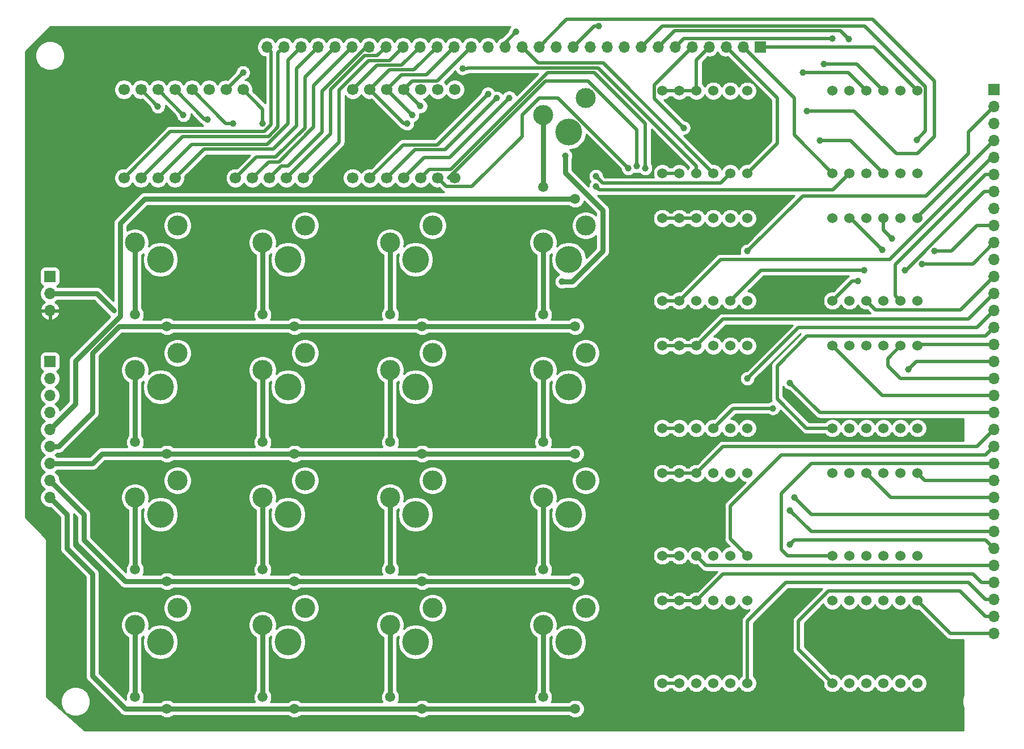
<source format=gbr>
%TF.GenerationSoftware,KiCad,Pcbnew,(5.1.9)-1*%
%TF.CreationDate,2021-05-15T20:55:52-04:00*%
%TF.ProjectId,UFC,5546432e-6b69-4636-9164-5f7063625858,rev?*%
%TF.SameCoordinates,Original*%
%TF.FileFunction,Copper,L2,Bot*%
%TF.FilePolarity,Positive*%
%FSLAX46Y46*%
G04 Gerber Fmt 4.6, Leading zero omitted, Abs format (unit mm)*
G04 Created by KiCad (PCBNEW (5.1.9)-1) date 2021-05-15 20:55:52*
%MOMM*%
%LPD*%
G01*
G04 APERTURE LIST*
%TA.AperFunction,ComponentPad*%
%ADD10O,1.700000X1.700000*%
%TD*%
%TA.AperFunction,ComponentPad*%
%ADD11R,1.700000X1.700000*%
%TD*%
%TA.AperFunction,ComponentPad*%
%ADD12C,1.524000*%
%TD*%
%TA.AperFunction,ComponentPad*%
%ADD13C,1.700000*%
%TD*%
%TA.AperFunction,ComponentPad*%
%ADD14C,1.500000*%
%TD*%
%TA.AperFunction,ComponentPad*%
%ADD15C,4.000000*%
%TD*%
%TA.AperFunction,ComponentPad*%
%ADD16C,3.000000*%
%TD*%
%TA.AperFunction,ViaPad*%
%ADD17C,1.000000*%
%TD*%
%TA.AperFunction,ViaPad*%
%ADD18C,1.200000*%
%TD*%
%TA.AperFunction,ViaPad*%
%ADD19C,0.800000*%
%TD*%
%TA.AperFunction,Conductor*%
%ADD20C,0.762000*%
%TD*%
%TA.AperFunction,Conductor*%
%ADD21C,0.508000*%
%TD*%
%TA.AperFunction,Conductor*%
%ADD22C,0.254000*%
%TD*%
%TA.AperFunction,Conductor*%
%ADD23C,0.100000*%
%TD*%
G04 APERTURE END LIST*
D10*
%TO.P,J9,30*%
%TO.N,/COM0-1*%
X107315000Y-50800000D03*
%TO.P,J9,29*%
%TO.N,/COM1-1*%
X109855000Y-50800000D03*
%TO.P,J9,28*%
%TO.N,/COM2-1*%
X112395000Y-50800000D03*
%TO.P,J9,27*%
%TO.N,/COM3-1*%
X114935000Y-50800000D03*
%TO.P,J9,26*%
%TO.N,/COM4-1*%
X117475000Y-50800000D03*
%TO.P,J9,25*%
%TO.N,/COM5-1*%
X120015000Y-50800000D03*
%TO.P,J9,24*%
%TO.N,/COM6-1*%
X122555000Y-50800000D03*
%TO.P,J9,23*%
%TO.N,/COM7-1*%
X125095000Y-50800000D03*
%TO.P,J9,22*%
%TO.N,/COM8-1*%
X127635000Y-50800000D03*
%TO.P,J9,21*%
%TO.N,/A1*%
X130175000Y-50800000D03*
%TO.P,J9,20*%
%TO.N,/B1*%
X132715000Y-50800000D03*
%TO.P,J9,19*%
%TO.N,/C1*%
X135255000Y-50800000D03*
%TO.P,J9,18*%
%TO.N,/D1*%
X137795000Y-50800000D03*
%TO.P,J9,17*%
%TO.N,/G1*%
X140335000Y-50800000D03*
%TO.P,J9,16*%
%TO.N,/F1*%
X142875000Y-50800000D03*
%TO.P,J9,15*%
%TO.N,/E1*%
X145415000Y-50800000D03*
%TO.P,J9,14*%
%TO.N,/H1*%
X147955000Y-50800000D03*
%TO.P,J9,13*%
%TO.N,/J1*%
X150495000Y-50800000D03*
%TO.P,J9,12*%
%TO.N,/K1*%
X153035000Y-50800000D03*
%TO.P,J9,11*%
%TO.N,/L1*%
X155575000Y-50800000D03*
%TO.P,J9,10*%
%TO.N,/M1*%
X158115000Y-50800000D03*
%TO.P,J9,9*%
%TO.N,/N1*%
X160655000Y-50800000D03*
%TO.P,J9,8*%
%TO.N,/P1*%
X163195000Y-50800000D03*
%TO.P,J9,7*%
%TO.N,/Q1*%
X165735000Y-50800000D03*
%TO.P,J9,6*%
%TO.N,/DP1*%
X168275000Y-50800000D03*
%TO.P,J9,5*%
%TO.N,/DOT1*%
X170815000Y-50800000D03*
%TO.P,J9,4*%
%TO.N,/COM9-1*%
X173355000Y-50800000D03*
%TO.P,J9,3*%
%TO.N,/COM10-1*%
X175895000Y-50800000D03*
%TO.P,J9,2*%
%TO.N,/COM11-1*%
X178435000Y-50800000D03*
D11*
%TO.P,J9,1*%
%TO.N,/COM12-1*%
X180975000Y-50800000D03*
%TD*%
D12*
%TO.P,DS2,24*%
%TO.N,/F1*%
X204470000Y-69660000D03*
%TO.P,DS2,23*%
%TO.N,/DP1*%
X201930000Y-69660000D03*
%TO.P,DS2,22*%
%TO.N,/P1*%
X199390000Y-69660000D03*
%TO.P,DS2,21*%
%TO.N,/K1*%
X196850000Y-69660000D03*
%TO.P,DS2,20*%
%TO.N,/J1*%
X194310000Y-69660000D03*
%TO.P,DS2,19*%
%TO.N,/COM11-1*%
X191770000Y-69660000D03*
%TO.P,DS2,18*%
%TO.N,/COM10-1*%
X179070000Y-69660000D03*
%TO.P,DS2,17*%
%TO.N,/H1*%
X176530000Y-69660000D03*
%TO.P,DS2,16*%
%TO.N,/E1*%
X173990000Y-69660000D03*
%TO.P,DS2,15*%
%TO.N,/A1*%
X171450000Y-69660000D03*
%TO.P,DS2,14*%
%TO.N,/DOT1*%
X168910000Y-69660000D03*
%TO.P,DS2,13*%
X166370000Y-69660000D03*
%TO.P,DS2,12*%
%TO.N,/COM12-1*%
X204470000Y-57340000D03*
%TO.P,DS2,11*%
%TO.N,/Q1*%
X201930000Y-57340000D03*
%TO.P,DS2,10*%
%TO.N,/N1*%
X199390000Y-57340000D03*
%TO.P,DS2,9*%
%TO.N,/L1*%
X196850000Y-57340000D03*
%TO.P,DS2,8*%
%TO.N,/M1*%
X194310000Y-57340000D03*
%TO.P,DS2,7*%
%TO.N,/G1*%
X191770000Y-57340000D03*
%TO.P,DS2,6*%
%TO.N,/D1*%
X179070000Y-57340000D03*
%TO.P,DS2,5*%
%TO.N,/C1*%
X176530000Y-57340000D03*
%TO.P,DS2,4*%
%TO.N,/B1*%
X173990000Y-57340000D03*
%TO.P,DS2,3*%
%TO.N,/COM9-1*%
X171450000Y-57340000D03*
%TO.P,DS2,2*%
X168910000Y-57340000D03*
%TO.P,DS2,1*%
X166370000Y-57340000D03*
%TD*%
D10*
%TO.P,J7,33*%
%TO.N,/COM15-2*%
X215900000Y-138430000D03*
%TO.P,J7,32*%
%TO.N,/COM14-2*%
X215900000Y-135890000D03*
%TO.P,J7,31*%
%TO.N,/COM13-2*%
X215900000Y-133350000D03*
%TO.P,J7,30*%
%TO.N,/COM12-2*%
X215900000Y-130810000D03*
%TO.P,J7,29*%
%TO.N,/A2*%
X215900000Y-128270000D03*
%TO.P,J7,28*%
%TO.N,/B2*%
X215900000Y-125730000D03*
%TO.P,J7,27*%
%TO.N,/C2*%
X215900000Y-123190000D03*
%TO.P,J7,26*%
%TO.N,/D2*%
X215900000Y-120650000D03*
%TO.P,J7,25*%
%TO.N,/L2*%
X215900000Y-118110000D03*
%TO.P,J7,24*%
%TO.N,/COM11-2*%
X215900000Y-115570000D03*
%TO.P,J7,23*%
%TO.N,/COM10-2*%
X215900000Y-113030000D03*
%TO.P,J7,22*%
%TO.N,/COM9-2*%
X215900000Y-110490000D03*
%TO.P,J7,21*%
%TO.N,/COM8-2*%
X215900000Y-107950000D03*
%TO.P,J7,20*%
%TO.N,/E2*%
X215900000Y-105410000D03*
%TO.P,J7,19*%
%TO.N,/G2*%
X215900000Y-102870000D03*
%TO.P,J7,18*%
%TO.N,/Q2*%
X215900000Y-100330000D03*
%TO.P,J7,17*%
%TO.N,/J2*%
X215900000Y-97790000D03*
%TO.P,J7,16*%
%TO.N,/COM7-2*%
X215900000Y-95250000D03*
%TO.P,J7,15*%
%TO.N,/COM6-2*%
X215900000Y-92710000D03*
%TO.P,J7,14*%
%TO.N,/COM5-2*%
X215900000Y-90170000D03*
%TO.P,J7,13*%
%TO.N,/COM4-2*%
X215900000Y-87630000D03*
%TO.P,J7,12*%
%TO.N,/K2*%
X215900000Y-85090000D03*
%TO.P,J7,11*%
%TO.N,/F2*%
X215900000Y-82550000D03*
%TO.P,J7,10*%
%TO.N,/M2*%
X215900000Y-80010000D03*
%TO.P,J7,9*%
%TO.N,/N2*%
X215900000Y-77470000D03*
%TO.P,J7,8*%
%TO.N,/P2*%
X215900000Y-74930000D03*
%TO.P,J7,7*%
%TO.N,/H2*%
X215900000Y-72390000D03*
%TO.P,J7,6*%
%TO.N,/DP2*%
X215900000Y-69850000D03*
%TO.P,J7,5*%
%TO.N,/DOT2*%
X215900000Y-67310000D03*
%TO.P,J7,4*%
%TO.N,/COM3-2*%
X215900000Y-64770000D03*
%TO.P,J7,3*%
%TO.N,/COM2-2*%
X215900000Y-62230000D03*
%TO.P,J7,2*%
%TO.N,/COM1-2*%
X215900000Y-59690000D03*
D11*
%TO.P,J7,1*%
%TO.N,/COM0-2*%
X215900000Y-57150000D03*
%TD*%
D10*
%TO.P,J5,9*%
%TO.N,/ROW4*%
X74930000Y-118110000D03*
%TO.P,J5,8*%
%TO.N,/ROW3*%
X74930000Y-115570000D03*
%TO.P,J5,7*%
%TO.N,/ROW2*%
X74930000Y-113030000D03*
%TO.P,J5,6*%
%TO.N,/ROW1*%
X74930000Y-110490000D03*
%TO.P,J5,5*%
%TO.N,/ROW0*%
X74930000Y-107950000D03*
%TO.P,J5,4*%
%TO.N,/COL1*%
X74930000Y-105410000D03*
%TO.P,J5,3*%
%TO.N,/COL2*%
X74930000Y-102870000D03*
%TO.P,J5,2*%
%TO.N,/COL3*%
X74930000Y-100330000D03*
D11*
%TO.P,J5,1*%
%TO.N,/COL4*%
X74930000Y-97790000D03*
%TD*%
D10*
%TO.P,J3,3*%
%TO.N,/GND*%
X74930000Y-90170000D03*
%TO.P,J3,2*%
%TO.N,/LEDPWM*%
X74930000Y-87630000D03*
D11*
%TO.P,J3,1*%
%TO.N,/3.3V*%
X74930000Y-85090000D03*
%TD*%
D12*
%TO.P,DS5,24*%
%TO.N,/F2*%
X204470000Y-126810000D03*
%TO.P,DS5,23*%
%TO.N,/DP2*%
X201930000Y-126810000D03*
%TO.P,DS5,22*%
%TO.N,/P2*%
X199390000Y-126810000D03*
%TO.P,DS5,21*%
%TO.N,/K2*%
X196850000Y-126810000D03*
%TO.P,DS5,20*%
%TO.N,/J2*%
X194310000Y-126810000D03*
%TO.P,DS5,19*%
%TO.N,/COM10-2*%
X191770000Y-126810000D03*
%TO.P,DS5,18*%
%TO.N,/COM9-2*%
X179070000Y-126810000D03*
%TO.P,DS5,17*%
%TO.N,/H2*%
X176530000Y-126810000D03*
%TO.P,DS5,16*%
%TO.N,/E2*%
X173990000Y-126810000D03*
%TO.P,DS5,15*%
%TO.N,/A2*%
X171450000Y-126810000D03*
%TO.P,DS5,14*%
%TO.N,/DOT2*%
X168910000Y-126810000D03*
%TO.P,DS5,13*%
X166370000Y-126810000D03*
%TO.P,DS5,12*%
%TO.N,/COM11-2*%
X204470000Y-114490000D03*
%TO.P,DS5,11*%
%TO.N,/Q2*%
X201930000Y-114490000D03*
%TO.P,DS5,10*%
%TO.N,/N2*%
X199390000Y-114490000D03*
%TO.P,DS5,9*%
%TO.N,/L2*%
X196850000Y-114490000D03*
%TO.P,DS5,8*%
%TO.N,/M2*%
X194310000Y-114490000D03*
%TO.P,DS5,7*%
%TO.N,/G2*%
X191770000Y-114490000D03*
%TO.P,DS5,6*%
%TO.N,/D2*%
X179070000Y-114490000D03*
%TO.P,DS5,5*%
%TO.N,/C2*%
X176530000Y-114490000D03*
%TO.P,DS5,4*%
%TO.N,/B2*%
X173990000Y-114490000D03*
%TO.P,DS5,3*%
%TO.N,/COM8-2*%
X171450000Y-114490000D03*
%TO.P,DS5,2*%
X168910000Y-114490000D03*
%TO.P,DS5,1*%
X166370000Y-114490000D03*
%TD*%
%TO.P,DS4,24*%
%TO.N,/F2*%
X204470000Y-107760000D03*
%TO.P,DS4,23*%
%TO.N,/DP2*%
X201930000Y-107760000D03*
%TO.P,DS4,22*%
%TO.N,/P2*%
X199390000Y-107760000D03*
%TO.P,DS4,21*%
%TO.N,/K2*%
X196850000Y-107760000D03*
%TO.P,DS4,20*%
%TO.N,/J2*%
X194310000Y-107760000D03*
%TO.P,DS4,19*%
%TO.N,/COM6-2*%
X191770000Y-107760000D03*
%TO.P,DS4,18*%
%TO.N,/COM5-2*%
X179070000Y-107760000D03*
%TO.P,DS4,17*%
%TO.N,/H2*%
X176530000Y-107760000D03*
%TO.P,DS4,16*%
%TO.N,/E2*%
X173990000Y-107760000D03*
%TO.P,DS4,15*%
%TO.N,/A2*%
X171450000Y-107760000D03*
%TO.P,DS4,14*%
%TO.N,/DOT2*%
X168910000Y-107760000D03*
%TO.P,DS4,13*%
X166370000Y-107760000D03*
%TO.P,DS4,12*%
%TO.N,/COM7-2*%
X204470000Y-95440000D03*
%TO.P,DS4,11*%
%TO.N,/Q2*%
X201930000Y-95440000D03*
%TO.P,DS4,10*%
%TO.N,/N2*%
X199390000Y-95440000D03*
%TO.P,DS4,9*%
%TO.N,/L2*%
X196850000Y-95440000D03*
%TO.P,DS4,8*%
%TO.N,/M2*%
X194310000Y-95440000D03*
%TO.P,DS4,7*%
%TO.N,/G2*%
X191770000Y-95440000D03*
%TO.P,DS4,6*%
%TO.N,/D2*%
X179070000Y-95440000D03*
%TO.P,DS4,5*%
%TO.N,/C2*%
X176530000Y-95440000D03*
%TO.P,DS4,4*%
%TO.N,/B2*%
X173990000Y-95440000D03*
%TO.P,DS4,3*%
%TO.N,/COM4-2*%
X171450000Y-95440000D03*
%TO.P,DS4,2*%
X168910000Y-95440000D03*
%TO.P,DS4,1*%
X166370000Y-95440000D03*
%TD*%
%TO.P,DS3,24*%
%TO.N,/F2*%
X204470000Y-88710000D03*
%TO.P,DS3,23*%
%TO.N,/DP2*%
X201930000Y-88710000D03*
%TO.P,DS3,22*%
%TO.N,/P2*%
X199390000Y-88710000D03*
%TO.P,DS3,21*%
%TO.N,/K2*%
X196850000Y-88710000D03*
%TO.P,DS3,20*%
%TO.N,/J2*%
X194310000Y-88710000D03*
%TO.P,DS3,19*%
%TO.N,/COM2-2*%
X191770000Y-88710000D03*
%TO.P,DS3,18*%
%TO.N,/COM1-2*%
X179070000Y-88710000D03*
%TO.P,DS3,17*%
%TO.N,/H2*%
X176530000Y-88710000D03*
%TO.P,DS3,16*%
%TO.N,/E2*%
X173990000Y-88710000D03*
%TO.P,DS3,15*%
%TO.N,/A2*%
X171450000Y-88710000D03*
%TO.P,DS3,14*%
%TO.N,/DOT2*%
X168910000Y-88710000D03*
%TO.P,DS3,13*%
X166370000Y-88710000D03*
%TO.P,DS3,12*%
%TO.N,/COM3-2*%
X204470000Y-76390000D03*
%TO.P,DS3,11*%
%TO.N,/Q2*%
X201930000Y-76390000D03*
%TO.P,DS3,10*%
%TO.N,/N2*%
X199390000Y-76390000D03*
%TO.P,DS3,9*%
%TO.N,/L2*%
X196850000Y-76390000D03*
%TO.P,DS3,8*%
%TO.N,/M2*%
X194310000Y-76390000D03*
%TO.P,DS3,7*%
%TO.N,/G2*%
X191770000Y-76390000D03*
%TO.P,DS3,6*%
%TO.N,/D2*%
X179070000Y-76390000D03*
%TO.P,DS3,5*%
%TO.N,/C2*%
X176530000Y-76390000D03*
%TO.P,DS3,4*%
%TO.N,/B2*%
X173990000Y-76390000D03*
%TO.P,DS3,3*%
%TO.N,/COM0-2*%
X171450000Y-76390000D03*
%TO.P,DS3,2*%
X168910000Y-76390000D03*
%TO.P,DS3,1*%
X166370000Y-76390000D03*
%TD*%
D13*
%TO.P,DS1,31*%
%TO.N,/P1*%
X135380000Y-70362000D03*
%TO.P,DS1,30*%
%TO.N,/N1*%
X132840000Y-70362000D03*
%TO.P,DS1,29*%
%TO.N,/M1*%
X130300000Y-70362000D03*
%TO.P,DS1,28*%
%TO.N,/L1*%
X127760000Y-70362000D03*
%TO.P,DS1,27*%
%TO.N,/K1*%
X125220000Y-70362000D03*
%TO.P,DS1,26*%
%TO.N,/J1*%
X122680000Y-70362000D03*
%TO.P,DS1,25*%
%TO.N,/H1*%
X120140000Y-70362000D03*
%TO.P,DS1,24*%
%TO.N,/COM8-1*%
X112780000Y-70362000D03*
%TO.P,DS1,23*%
%TO.N,/COM7-1*%
X110240000Y-70362000D03*
%TO.P,DS1,22*%
%TO.N,/COM6-1*%
X107700000Y-70362000D03*
%TO.P,DS1,21*%
%TO.N,/COM5-1*%
X105160000Y-70362000D03*
%TO.P,DS1,20*%
%TO.N,/COM4-1*%
X102620000Y-70362000D03*
%TO.P,DS1,19*%
%TO.N,/COM3-1*%
X93600000Y-70362000D03*
%TO.P,DS1,18*%
%TO.N,/COM2-1*%
X91060000Y-70362000D03*
%TO.P,DS1,17*%
%TO.N,/COM1-1*%
X88520000Y-70362000D03*
%TO.P,DS1,16*%
%TO.N,/COM0-1*%
X85980000Y-70362000D03*
%TO.P,DS1,15*%
%TO.N,/G1*%
X135380000Y-57152000D03*
%TO.P,DS1,14*%
%TO.N,/F1*%
X132840000Y-57152000D03*
%TO.P,DS1,13*%
%TO.N,/E1*%
X130300000Y-57152000D03*
%TO.P,DS1,12*%
%TO.N,/D1*%
X127760000Y-57152000D03*
%TO.P,DS1,11*%
%TO.N,/C1*%
X125220000Y-57152000D03*
%TO.P,DS1,10*%
%TO.N,/B1*%
X122680000Y-57152000D03*
%TO.P,DS1,9*%
%TO.N,/A1*%
X120140000Y-57152000D03*
%TO.P,DS1,8*%
%TO.N,/H1*%
X103760000Y-57152000D03*
%TO.P,DS1,7*%
%TO.N,/G1*%
X101220000Y-57152000D03*
%TO.P,DS1,6*%
%TO.N,/F1*%
X98680000Y-57152000D03*
%TO.P,DS1,5*%
%TO.N,/E1*%
X96140000Y-57152000D03*
%TO.P,DS1,4*%
%TO.N,/D1*%
X93600000Y-57152000D03*
%TO.P,DS1,3*%
%TO.N,/C1*%
X91060000Y-57152000D03*
%TO.P,DS1,2*%
%TO.N,/B1*%
X88520000Y-57152000D03*
%TO.P,DS1,1*%
%TO.N,/A1*%
X85980000Y-57152000D03*
%TD*%
D12*
%TO.P,DS6,24*%
%TO.N,/F2*%
X204470000Y-145860000D03*
%TO.P,DS6,23*%
%TO.N,/DP2*%
X201930000Y-145860000D03*
%TO.P,DS6,22*%
%TO.N,/P2*%
X199390000Y-145860000D03*
%TO.P,DS6,21*%
%TO.N,/K2*%
X196850000Y-145860000D03*
%TO.P,DS6,20*%
%TO.N,/J2*%
X194310000Y-145860000D03*
%TO.P,DS6,19*%
%TO.N,/COM14-2*%
X191770000Y-145860000D03*
%TO.P,DS6,18*%
%TO.N,/COM13-2*%
X179070000Y-145860000D03*
%TO.P,DS6,17*%
%TO.N,/H2*%
X176530000Y-145860000D03*
%TO.P,DS6,16*%
%TO.N,/E2*%
X173990000Y-145860000D03*
%TO.P,DS6,15*%
%TO.N,/A2*%
X171450000Y-145860000D03*
%TO.P,DS6,14*%
%TO.N,/DOT2*%
X168910000Y-145860000D03*
%TO.P,DS6,13*%
X166370000Y-145860000D03*
%TO.P,DS6,12*%
%TO.N,/COM15-2*%
X204470000Y-133540000D03*
%TO.P,DS6,11*%
%TO.N,/Q2*%
X201930000Y-133540000D03*
%TO.P,DS6,10*%
%TO.N,/N2*%
X199390000Y-133540000D03*
%TO.P,DS6,9*%
%TO.N,/L2*%
X196850000Y-133540000D03*
%TO.P,DS6,8*%
%TO.N,/M2*%
X194310000Y-133540000D03*
%TO.P,DS6,7*%
%TO.N,/G2*%
X191770000Y-133540000D03*
%TO.P,DS6,6*%
%TO.N,/D2*%
X179070000Y-133540000D03*
%TO.P,DS6,5*%
%TO.N,/C2*%
X176530000Y-133540000D03*
%TO.P,DS6,4*%
%TO.N,/B2*%
X173990000Y-133540000D03*
%TO.P,DS6,3*%
%TO.N,/COM12-2*%
X171450000Y-133540000D03*
%TO.P,DS6,2*%
X168910000Y-133540000D03*
%TO.P,DS6,1*%
X166370000Y-133540000D03*
%TD*%
D14*
%TO.P,D17,2*%
%TO.N,Net-(D17-Pad2)*%
X148590000Y-147951040D03*
%TO.P,D17,1*%
%TO.N,/ROW4*%
X153363639Y-149688502D03*
%TD*%
%TO.P,D16,2*%
%TO.N,Net-(D16-Pad2)*%
X148590000Y-128901040D03*
%TO.P,D16,1*%
%TO.N,/ROW3*%
X153363639Y-130638502D03*
%TD*%
%TO.P,D15,2*%
%TO.N,Net-(D15-Pad2)*%
X148590000Y-109851040D03*
%TO.P,D15,1*%
%TO.N,/ROW2*%
X153363639Y-111588502D03*
%TD*%
%TO.P,D14,2*%
%TO.N,Net-(D14-Pad2)*%
X148590000Y-90801040D03*
%TO.P,D14,1*%
%TO.N,/ROW1*%
X153363639Y-92538502D03*
%TD*%
%TO.P,D13,2*%
%TO.N,Net-(D13-Pad2)*%
X148590000Y-71751040D03*
%TO.P,D13,1*%
%TO.N,/ROW0*%
X153363639Y-73488502D03*
%TD*%
%TO.P,D1,2*%
%TO.N,Net-(D1-Pad2)*%
X87630000Y-90801040D03*
%TO.P,D1,1*%
%TO.N,/ROW1*%
X92403639Y-92538502D03*
%TD*%
%TO.P,D2,2*%
%TO.N,Net-(D2-Pad2)*%
X106680000Y-90801040D03*
%TO.P,D2,1*%
%TO.N,/ROW1*%
X111453639Y-92538502D03*
%TD*%
%TO.P,D3,2*%
%TO.N,Net-(D3-Pad2)*%
X125730000Y-90801040D03*
%TO.P,D3,1*%
%TO.N,/ROW1*%
X130503639Y-92538502D03*
%TD*%
%TO.P,D4,2*%
%TO.N,Net-(D4-Pad2)*%
X87630000Y-109851040D03*
%TO.P,D4,1*%
%TO.N,/ROW2*%
X92403639Y-111588502D03*
%TD*%
%TO.P,D5,2*%
%TO.N,Net-(D5-Pad2)*%
X106680000Y-109851040D03*
%TO.P,D5,1*%
%TO.N,/ROW2*%
X111453639Y-111588502D03*
%TD*%
%TO.P,D6,2*%
%TO.N,Net-(D6-Pad2)*%
X125730000Y-109851040D03*
%TO.P,D6,1*%
%TO.N,/ROW2*%
X130503639Y-111588502D03*
%TD*%
%TO.P,D7,2*%
%TO.N,Net-(D7-Pad2)*%
X87630000Y-128901040D03*
%TO.P,D7,1*%
%TO.N,/ROW3*%
X92403639Y-130638502D03*
%TD*%
%TO.P,D8,2*%
%TO.N,Net-(D8-Pad2)*%
X106680000Y-128901040D03*
%TO.P,D8,1*%
%TO.N,/ROW3*%
X111453639Y-130638502D03*
%TD*%
%TO.P,D9,2*%
%TO.N,Net-(D9-Pad2)*%
X125730000Y-128901040D03*
%TO.P,D9,1*%
%TO.N,/ROW3*%
X130503639Y-130638502D03*
%TD*%
%TO.P,D10,2*%
%TO.N,Net-(D10-Pad2)*%
X87630000Y-147951040D03*
%TO.P,D10,1*%
%TO.N,/ROW4*%
X92403639Y-149688502D03*
%TD*%
%TO.P,D11,2*%
%TO.N,Net-(D11-Pad2)*%
X106680000Y-147951040D03*
%TO.P,D11,1*%
%TO.N,/ROW4*%
X111453639Y-149688502D03*
%TD*%
%TO.P,D12,2*%
%TO.N,Net-(D12-Pad2)*%
X125730000Y-147951040D03*
%TO.P,D12,1*%
%TO.N,/ROW4*%
X130503639Y-149688502D03*
%TD*%
D15*
%TO.P,SW1,3*%
%TO.N,N/C*%
X91440000Y-82550000D03*
D16*
%TO.P,SW1,1*%
%TO.N,Net-(D1-Pad2)*%
X87630000Y-80010000D03*
%TO.P,SW1,2*%
%TO.N,/COL1*%
X93980000Y-77470000D03*
%TD*%
D15*
%TO.P,SW2,3*%
%TO.N,N/C*%
X110490000Y-82550000D03*
D16*
%TO.P,SW2,1*%
%TO.N,Net-(D2-Pad2)*%
X106680000Y-80010000D03*
%TO.P,SW2,2*%
%TO.N,/COL2*%
X113030000Y-77470000D03*
%TD*%
D15*
%TO.P,SW3,3*%
%TO.N,N/C*%
X129540000Y-82550000D03*
D16*
%TO.P,SW3,1*%
%TO.N,Net-(D3-Pad2)*%
X125730000Y-80010000D03*
%TO.P,SW3,2*%
%TO.N,/COL3*%
X132080000Y-77470000D03*
%TD*%
D15*
%TO.P,SW4,3*%
%TO.N,N/C*%
X91440000Y-101600000D03*
D16*
%TO.P,SW4,1*%
%TO.N,Net-(D4-Pad2)*%
X87630000Y-99060000D03*
%TO.P,SW4,2*%
%TO.N,/COL1*%
X93980000Y-96520000D03*
%TD*%
D15*
%TO.P,SW5,3*%
%TO.N,N/C*%
X110490000Y-101600000D03*
D16*
%TO.P,SW5,1*%
%TO.N,Net-(D5-Pad2)*%
X106680000Y-99060000D03*
%TO.P,SW5,2*%
%TO.N,/COL2*%
X113030000Y-96520000D03*
%TD*%
D15*
%TO.P,SW6,3*%
%TO.N,N/C*%
X129540000Y-101600000D03*
D16*
%TO.P,SW6,1*%
%TO.N,Net-(D6-Pad2)*%
X125730000Y-99060000D03*
%TO.P,SW6,2*%
%TO.N,/COL3*%
X132080000Y-96520000D03*
%TD*%
D15*
%TO.P,SW7,3*%
%TO.N,N/C*%
X91440000Y-120650000D03*
D16*
%TO.P,SW7,1*%
%TO.N,Net-(D7-Pad2)*%
X87630000Y-118110000D03*
%TO.P,SW7,2*%
%TO.N,/COL1*%
X93980000Y-115570000D03*
%TD*%
D15*
%TO.P,SW8,3*%
%TO.N,N/C*%
X110490000Y-120650000D03*
D16*
%TO.P,SW8,1*%
%TO.N,Net-(D8-Pad2)*%
X106680000Y-118110000D03*
%TO.P,SW8,2*%
%TO.N,/COL2*%
X113030000Y-115570000D03*
%TD*%
D15*
%TO.P,SW9,3*%
%TO.N,N/C*%
X129540000Y-120650000D03*
D16*
%TO.P,SW9,1*%
%TO.N,Net-(D9-Pad2)*%
X125730000Y-118110000D03*
%TO.P,SW9,2*%
%TO.N,/COL3*%
X132080000Y-115570000D03*
%TD*%
D15*
%TO.P,SW10,3*%
%TO.N,N/C*%
X91440000Y-139700000D03*
D16*
%TO.P,SW10,1*%
%TO.N,Net-(D10-Pad2)*%
X87630000Y-137160000D03*
%TO.P,SW10,2*%
%TO.N,/COL1*%
X93980000Y-134620000D03*
%TD*%
D15*
%TO.P,SW11,3*%
%TO.N,N/C*%
X110490000Y-139700000D03*
D16*
%TO.P,SW11,1*%
%TO.N,Net-(D11-Pad2)*%
X106680000Y-137160000D03*
%TO.P,SW11,2*%
%TO.N,/COL2*%
X113030000Y-134620000D03*
%TD*%
D15*
%TO.P,SW12,3*%
%TO.N,N/C*%
X129540000Y-139700000D03*
D16*
%TO.P,SW12,1*%
%TO.N,Net-(D12-Pad2)*%
X125730000Y-137160000D03*
%TO.P,SW12,2*%
%TO.N,/COL3*%
X132080000Y-134620000D03*
%TD*%
D15*
%TO.P,SW13,3*%
%TO.N,N/C*%
X152400000Y-63500000D03*
D16*
%TO.P,SW13,1*%
%TO.N,Net-(D13-Pad2)*%
X148590000Y-60960000D03*
%TO.P,SW13,2*%
%TO.N,/COL4*%
X154940000Y-58420000D03*
%TD*%
D15*
%TO.P,SW14,3*%
%TO.N,N/C*%
X152400000Y-82550000D03*
D16*
%TO.P,SW14,1*%
%TO.N,Net-(D14-Pad2)*%
X148590000Y-80010000D03*
%TO.P,SW14,2*%
%TO.N,/COL4*%
X154940000Y-77470000D03*
%TD*%
D15*
%TO.P,SW15,3*%
%TO.N,N/C*%
X152400000Y-101600000D03*
D16*
%TO.P,SW15,1*%
%TO.N,Net-(D15-Pad2)*%
X148590000Y-99060000D03*
%TO.P,SW15,2*%
%TO.N,/COL4*%
X154940000Y-96520000D03*
%TD*%
D15*
%TO.P,SW16,3*%
%TO.N,N/C*%
X152400000Y-120650000D03*
D16*
%TO.P,SW16,1*%
%TO.N,Net-(D16-Pad2)*%
X148590000Y-118110000D03*
%TO.P,SW16,2*%
%TO.N,/COL4*%
X154940000Y-115570000D03*
%TD*%
D15*
%TO.P,SW17,3*%
%TO.N,N/C*%
X152400000Y-139700000D03*
D16*
%TO.P,SW17,1*%
%TO.N,Net-(D17-Pad2)*%
X148590000Y-137160000D03*
%TO.P,SW17,2*%
%TO.N,/COL4*%
X154940000Y-134620000D03*
%TD*%
D17*
%TO.N,/GND*%
X113030000Y-144780000D03*
X93980000Y-144780000D03*
X132080000Y-144780000D03*
X154940000Y-144780000D03*
X154940000Y-125730000D03*
X132080000Y-125730000D03*
X113030000Y-125730000D03*
X93980000Y-125730000D03*
X93980000Y-106680000D03*
X93980000Y-87630000D03*
X113030000Y-106680000D03*
X113030000Y-87630000D03*
X132080000Y-87630000D03*
X132080000Y-106680000D03*
X154940000Y-106680000D03*
D18*
X154940000Y-87630000D03*
X154940000Y-68580000D03*
D19*
X121920000Y-65024000D03*
X175260000Y-62992000D03*
D18*
X159512000Y-69088000D03*
X159512000Y-86868000D03*
D17*
%TO.N,/LEDPWM*%
X151384000Y-85852000D03*
D19*
X84455000Y-90170000D03*
D17*
X151892000Y-67056000D03*
%TO.N,/N2*%
X207010000Y-81280000D03*
X200660000Y-79375000D03*
%TO.N,/M2*%
X205105000Y-83185000D03*
X199260610Y-81150610D03*
%TO.N,/J2*%
X203105000Y-98965000D03*
%TO.N,/H1*%
X106680000Y-62230000D03*
X187960000Y-60325000D03*
X156464000Y-70104000D03*
%TO.N,/G1*%
X103762000Y-54610000D03*
%TO.N,/F1*%
X144498002Y-48541998D03*
%TO.N,/E1*%
X102235000Y-62230000D03*
%TO.N,/D1*%
X98425000Y-61595000D03*
X130236500Y-59628500D03*
%TO.N,/C1*%
X94868000Y-60960000D03*
X129028000Y-60960000D03*
%TO.N,/B1*%
X91058000Y-59690000D03*
X128270000Y-62230000D03*
%TO.N,/A1*%
X136525000Y-53975000D03*
%TO.N,/DP1*%
X191735999Y-49495999D03*
%TO.N,/P1*%
X162560000Y-68580000D03*
X189865000Y-64770000D03*
X204375000Y-64675000D03*
%TO.N,/K1*%
X141605000Y-58420000D03*
X156845000Y-47625000D03*
%TO.N,/J1*%
X140335000Y-57785000D03*
X156464000Y-71628000D03*
%TO.N,/DOT1*%
X169545000Y-62865000D03*
%TO.N,/Q1*%
X194215000Y-49625000D03*
%TO.N,/N1*%
X190500000Y-53340000D03*
X161290000Y-68895990D03*
%TO.N,/L1*%
X143510000Y-58380413D03*
X187324999Y-54610000D03*
%TO.N,/M1*%
X163830000Y-68895990D03*
%TO.N,/COM2-2*%
X195580000Y-85725000D03*
%TO.N,/COM1-2*%
X179070000Y-81280000D03*
%TO.N,/H2*%
X202565000Y-84125118D03*
X196520118Y-84125118D03*
%TO.N,/E2*%
X185420000Y-100965000D03*
X182880000Y-104775000D03*
%TO.N,/D2*%
X186055000Y-118110000D03*
%TO.N,/C2*%
X185420000Y-120015000D03*
%TO.N,/B2*%
X185420000Y-125094994D03*
%TO.N,/COM5-2*%
X179070000Y-100330000D03*
%TD*%
D20*
%TO.N,/GND*%
X154940000Y-68580000D02*
X159004000Y-68580000D01*
X159004000Y-68580000D02*
X159512000Y-69088000D01*
X159512000Y-69088000D02*
X159512000Y-69088000D01*
X158750000Y-87630000D02*
X159512000Y-86868000D01*
X154940000Y-87630000D02*
X158750000Y-87630000D01*
%TO.N,Net-(D1-Pad2)*%
X87630000Y-80010000D02*
X87630000Y-90801040D01*
%TO.N,/ROW1*%
X92403639Y-92538502D02*
X111453639Y-92538502D01*
X111453639Y-92538502D02*
X130503639Y-92538502D01*
X153363639Y-92538502D02*
X130503639Y-92538502D01*
X92403639Y-92538502D02*
X85261498Y-92538502D01*
X85261498Y-92538502D02*
X81280000Y-96520000D01*
X76200000Y-110490000D02*
X74930000Y-110490000D01*
X81280000Y-105410000D02*
X76200000Y-110490000D01*
X81280000Y-96520000D02*
X81280000Y-105410000D01*
%TO.N,Net-(D2-Pad2)*%
X106680000Y-80010000D02*
X106680000Y-90801040D01*
%TO.N,Net-(D3-Pad2)*%
X125730000Y-80010000D02*
X125730000Y-90801040D01*
%TO.N,Net-(D4-Pad2)*%
X87630000Y-99060000D02*
X87630000Y-109851040D01*
%TO.N,/ROW2*%
X92403639Y-111588502D02*
X111453639Y-111588502D01*
X111453639Y-111588502D02*
X130503639Y-111588502D01*
X153363639Y-111588502D02*
X130503639Y-111588502D01*
X92403639Y-111588502D02*
X82721498Y-111588502D01*
X81280000Y-113030000D02*
X74930000Y-113030000D01*
X82721498Y-111588502D02*
X81280000Y-113030000D01*
%TO.N,Net-(D5-Pad2)*%
X106680000Y-99060000D02*
X106680000Y-109851040D01*
%TO.N,Net-(D6-Pad2)*%
X125730000Y-99060000D02*
X125730000Y-109851040D01*
%TO.N,/ROW3*%
X92403639Y-130638502D02*
X111453639Y-130638502D01*
X111453639Y-130638502D02*
X130503639Y-130638502D01*
X153363639Y-130638502D02*
X130503639Y-130638502D01*
X92403639Y-130638502D02*
X86188502Y-130638502D01*
X86188502Y-130638502D02*
X80010000Y-124460000D01*
X80010000Y-120650000D02*
X74930000Y-115570000D01*
X80010000Y-124460000D02*
X80010000Y-120650000D01*
%TO.N,Net-(D7-Pad2)*%
X87630000Y-118110000D02*
X87630000Y-128901040D01*
%TO.N,Net-(D8-Pad2)*%
X106680000Y-118110000D02*
X106680000Y-128901040D01*
%TO.N,Net-(D9-Pad2)*%
X125730000Y-118110000D02*
X125730000Y-128901040D01*
%TO.N,/ROW4*%
X130503639Y-149688502D02*
X111453639Y-149688502D01*
X111453639Y-149688502D02*
X92403639Y-149688502D01*
X130503639Y-149688502D02*
X153363639Y-149688502D01*
X92403639Y-149688502D02*
X86188502Y-149688502D01*
X86188502Y-149688502D02*
X81280000Y-144780000D01*
X81280000Y-144780000D02*
X81280000Y-129540000D01*
X81280000Y-129540000D02*
X77470000Y-125730000D01*
X77470000Y-120650000D02*
X74930000Y-118110000D01*
X77470000Y-125730000D02*
X77470000Y-120650000D01*
%TO.N,Net-(D10-Pad2)*%
X87630000Y-137160000D02*
X87630000Y-147951040D01*
%TO.N,Net-(D11-Pad2)*%
X106680000Y-137160000D02*
X106680000Y-147951040D01*
%TO.N,Net-(D12-Pad2)*%
X125730000Y-137160000D02*
X125730000Y-147951040D01*
%TO.N,/LEDPWM*%
X81915000Y-87630000D02*
X84455000Y-90170000D01*
X74930000Y-87630000D02*
X81915000Y-87630000D01*
X157480000Y-75184000D02*
X151892000Y-69596000D01*
X157480000Y-81289882D02*
X157480000Y-75184000D01*
X152917882Y-85852000D02*
X157480000Y-81289882D01*
X151892000Y-69596000D02*
X151892000Y-67056000D01*
X151384000Y-85852000D02*
X152917882Y-85852000D01*
X151892000Y-67056000D02*
X151892000Y-67056000D01*
%TO.N,Net-(D13-Pad2)*%
X148590000Y-71751040D02*
X148590000Y-60960000D01*
%TO.N,/ROW0*%
X89071498Y-73488502D02*
X153363639Y-73488502D01*
X85436001Y-77123999D02*
X89071498Y-73488502D01*
X85436001Y-91003513D02*
X85436001Y-77123999D01*
X78740000Y-97699514D02*
X85436001Y-91003513D01*
X78740000Y-104140000D02*
X78740000Y-97699514D01*
X74930000Y-107950000D02*
X78740000Y-104140000D01*
%TO.N,Net-(D14-Pad2)*%
X148590000Y-90801040D02*
X148590000Y-80010000D01*
%TO.N,Net-(D15-Pad2)*%
X148590000Y-109851040D02*
X148590000Y-99060000D01*
%TO.N,Net-(D16-Pad2)*%
X148590000Y-128901040D02*
X148590000Y-118110000D01*
%TO.N,Net-(D17-Pad2)*%
X148590000Y-147951040D02*
X148590000Y-137160000D01*
%TO.N,/N2*%
X200660000Y-79375000D02*
X200660000Y-79375000D01*
D21*
X213360000Y-77470000D02*
X209550000Y-81280000D01*
X215900000Y-77470000D02*
X213360000Y-77470000D01*
X209550000Y-81280000D02*
X207010000Y-81280000D01*
X199390000Y-78105000D02*
X200660000Y-79375000D01*
X199390000Y-76390000D02*
X199390000Y-78105000D01*
%TO.N,/M2*%
X212725000Y-83185000D02*
X205105000Y-83185000D01*
X215900000Y-80010000D02*
X212725000Y-83185000D01*
X194500000Y-76390000D02*
X194310000Y-76390000D01*
X199260610Y-81150610D02*
X194500000Y-76390000D01*
%TO.N,/L2*%
X200470000Y-118110000D02*
X196850000Y-114490000D01*
X215900000Y-118110000D02*
X200470000Y-118110000D01*
%TO.N,/K2*%
X198193001Y-90053001D02*
X196850000Y-88710000D01*
X210936999Y-90053001D02*
X198193001Y-90053001D01*
X215900000Y-85090000D02*
X210936999Y-90053001D01*
%TO.N,/J2*%
X204280000Y-97790000D02*
X203105000Y-98965000D01*
X215900000Y-97790000D02*
X204280000Y-97790000D01*
%TO.N,/H1*%
X103760000Y-57152000D02*
X106680000Y-60072000D01*
X106680000Y-60072000D02*
X106680000Y-62230000D01*
X152084001Y-46670999D02*
X147955000Y-50800000D01*
X197800999Y-46670999D02*
X152084001Y-46670999D01*
X207010000Y-55880000D02*
X197800999Y-46670999D01*
X204470000Y-66675000D02*
X207010000Y-64135000D01*
X201295000Y-66675000D02*
X204470000Y-66675000D01*
X194945000Y-60325000D02*
X201295000Y-66675000D01*
X207010000Y-64135000D02*
X207010000Y-55880000D01*
X187960000Y-60325000D02*
X194945000Y-60325000D01*
X176530000Y-69660000D02*
X175070000Y-71120000D01*
X157480000Y-71120000D02*
X156464000Y-70104000D01*
X175070000Y-71120000D02*
X157480000Y-71120000D01*
%TO.N,/COM8-1*%
X118110000Y-65032000D02*
X112780000Y-70362000D01*
X122550067Y-52812011D02*
X118110000Y-57252078D01*
X118110000Y-57252078D02*
X118110000Y-65032000D01*
X125622989Y-52812011D02*
X122550067Y-52812011D01*
X127635000Y-50800000D02*
X125622989Y-52812011D01*
%TO.N,/COM7-1*%
X116840000Y-63762000D02*
X110240000Y-70362000D01*
X116840000Y-57150000D02*
X116840000Y-63762000D01*
X121885999Y-52104001D02*
X116840000Y-57150000D01*
X123790999Y-52104001D02*
X121885999Y-52104001D01*
X125095000Y-50800000D02*
X123790999Y-52104001D01*
%TO.N,/COM6-1*%
X122188722Y-50800000D02*
X122555000Y-50800000D01*
X115570000Y-63500000D02*
X115570000Y-57418722D01*
X110490000Y-68580000D02*
X115570000Y-63500000D01*
X107700000Y-70362000D02*
X109482000Y-68580000D01*
X109482000Y-68580000D02*
X110490000Y-68580000D01*
X115570000Y-57418722D02*
X122188722Y-50800000D01*
%TO.N,/COM5-1*%
X107577000Y-67945000D02*
X105160000Y-70362000D01*
X120015000Y-50800000D02*
X114300000Y-56515000D01*
X114300000Y-56515000D02*
X114300000Y-62760722D01*
X114300000Y-62760722D02*
X109115722Y-67945000D01*
X109115722Y-67945000D02*
X107577000Y-67945000D01*
%TO.N,/COM4-1*%
X105745011Y-67236989D02*
X102620000Y-70362000D01*
X108658011Y-67236989D02*
X105745011Y-67236989D01*
X113030000Y-62865000D02*
X108658011Y-67236989D01*
X113030000Y-55245000D02*
X113030000Y-62865000D01*
X117475000Y-50800000D02*
X113030000Y-55245000D01*
%TO.N,/COM3-1*%
X97922000Y-66040000D02*
X94449999Y-69512001D01*
X94449999Y-69512001D02*
X93600000Y-70362000D01*
X108316278Y-66040000D02*
X97922000Y-66040000D01*
X111760000Y-62596278D02*
X108316278Y-66040000D01*
X111760000Y-53975000D02*
X111760000Y-62596278D01*
X114935000Y-50800000D02*
X111760000Y-53975000D01*
%TO.N,/COM2-1*%
X91909999Y-69512001D02*
X91060000Y-70362000D01*
X110490000Y-62230000D02*
X107388011Y-65331989D01*
X112395000Y-50800000D02*
X110490000Y-52705000D01*
X107388011Y-65331989D02*
X96090011Y-65331989D01*
X96090011Y-65331989D02*
X91909999Y-69512001D01*
X110490000Y-52705000D02*
X110490000Y-62230000D01*
%TO.N,/COM1-1*%
X94747000Y-64135000D02*
X88520000Y-70362000D01*
X107583722Y-64135000D02*
X94747000Y-64135000D01*
X109855000Y-50800000D02*
X109005001Y-51649999D01*
X109005001Y-51649999D02*
X109005001Y-62713721D01*
X109005001Y-62713721D02*
X107583722Y-64135000D01*
%TO.N,/COM0-1*%
X92915011Y-63426989D02*
X85980000Y-70362000D01*
X106894935Y-63426989D02*
X92915011Y-63426989D01*
X107950000Y-62371924D02*
X106894935Y-63426989D01*
X107950000Y-51435000D02*
X107950000Y-62371924D01*
X107315000Y-50800000D02*
X107950000Y-51435000D01*
D20*
%TO.N,/G1*%
X103762000Y-54610000D02*
X103762000Y-54610000D01*
D21*
X101220000Y-57152000D02*
X103762000Y-54610000D01*
%TO.N,/F1*%
X142875000Y-50165000D02*
X144498002Y-48541998D01*
X142875000Y-50800000D02*
X142875000Y-50165000D01*
%TO.N,/E1*%
X101218000Y-62230000D02*
X102235000Y-62230000D01*
X96140000Y-57152000D02*
X101218000Y-62230000D01*
X157523979Y-53193979D02*
X147808979Y-53193979D01*
X173990000Y-69660000D02*
X157523979Y-53193979D01*
X147808979Y-53193979D02*
X145415000Y-50800000D01*
%TO.N,/D1*%
X98043000Y-61595000D02*
X98425000Y-61595000D01*
X93600000Y-57152000D02*
X98043000Y-61595000D01*
X132747001Y-55847999D02*
X137795000Y-50800000D01*
X129064001Y-55847999D02*
X132747001Y-55847999D01*
X127760000Y-57152000D02*
X129064001Y-55847999D01*
X127760000Y-57152000D02*
X130236500Y-59628500D01*
X130236500Y-59628500D02*
X130298000Y-59690000D01*
D20*
%TO.N,/C1*%
X94868000Y-60960000D02*
X94868000Y-60960000D01*
D21*
X94868000Y-60960000D02*
X91060000Y-57152000D01*
X131118959Y-54936041D02*
X135255000Y-50800000D01*
X127435959Y-54936041D02*
X131118959Y-54936041D01*
X125220000Y-57152000D02*
X127435959Y-54936041D01*
X125220000Y-57152000D02*
X129028000Y-60960000D01*
X129028000Y-60960000D02*
X129028000Y-60960000D01*
D20*
%TO.N,/B1*%
X91058000Y-59690000D02*
X91058000Y-59690000D01*
D21*
X91058000Y-59690000D02*
X88520000Y-57152000D01*
X129286969Y-54228031D02*
X132715000Y-50800000D01*
X125603969Y-54228031D02*
X129286969Y-54228031D01*
X122680000Y-57152000D02*
X125603969Y-54228031D01*
X122680000Y-57152000D02*
X127758000Y-62230000D01*
X127758000Y-62230000D02*
X128270000Y-62230000D01*
%TO.N,/A1*%
X130175000Y-50800000D02*
X127454979Y-53520021D01*
X123771979Y-53520021D02*
X120140000Y-57152000D01*
X127454979Y-53520021D02*
X123771979Y-53520021D01*
X136525000Y-53975000D02*
X136525000Y-53975000D01*
X171450000Y-68582370D02*
X156769619Y-53901989D01*
X171450000Y-69660000D02*
X171450000Y-68582370D01*
X156769619Y-53901989D02*
X137305117Y-53901989D01*
X137305117Y-53901989D02*
X137232106Y-53975000D01*
X137232106Y-53975000D02*
X136525000Y-53975000D01*
%TO.N,/DP1*%
X169579001Y-49495999D02*
X191735999Y-49495999D01*
X168275000Y-50800000D02*
X169579001Y-49495999D01*
X191735999Y-49495999D02*
X191735999Y-49495999D01*
%TO.N,/P1*%
X134474276Y-70362000D02*
X148956276Y-55880000D01*
X135380000Y-70362000D02*
X134474276Y-70362000D01*
X155291922Y-55880000D02*
X162560000Y-63148078D01*
X148956276Y-55880000D02*
X155291922Y-55880000D01*
X162560000Y-63148078D02*
X162560000Y-68580000D01*
X162560000Y-68580000D02*
X162560000Y-68580000D01*
X194500000Y-64770000D02*
X199390000Y-69660000D01*
X189865000Y-64770000D02*
X194500000Y-64770000D01*
X205686001Y-63363999D02*
X204375000Y-64675000D01*
X196554682Y-47625000D02*
X205686001Y-56756319D01*
X205686001Y-56756319D02*
X205686001Y-63363999D01*
X166370000Y-47625000D02*
X196554682Y-47625000D01*
X163195000Y-50800000D02*
X166370000Y-47625000D01*
%TO.N,/K1*%
X125220000Y-70362000D02*
X129468990Y-66113010D01*
X129468990Y-66113010D02*
X133911990Y-66113010D01*
X133911990Y-66113010D02*
X141605000Y-58420000D01*
X153035000Y-50800000D02*
X156210000Y-47625000D01*
X156210000Y-47625000D02*
X156845000Y-47625000D01*
%TO.N,/J1*%
X127637000Y-65405000D02*
X132715000Y-65405000D01*
X132715000Y-65405000D02*
X140335000Y-57785000D01*
X122680000Y-70362000D02*
X127637000Y-65405000D01*
X194310000Y-69660000D02*
X191842001Y-72127999D01*
X191842001Y-72127999D02*
X156963999Y-72127999D01*
X156963999Y-72127999D02*
X156464000Y-71628000D01*
%TO.N,/COM11-1*%
X186055000Y-63945000D02*
X191770000Y-69660000D01*
X186055000Y-58420000D02*
X178435000Y-50800000D01*
X186055000Y-63945000D02*
X186055000Y-58420000D01*
%TO.N,/COM10-1*%
X183515000Y-65215000D02*
X179070000Y-69660000D01*
X183515000Y-58420000D02*
X183515000Y-65215000D01*
X175895000Y-50800000D02*
X183515000Y-58420000D01*
%TO.N,/DOT1*%
X166370000Y-69660000D02*
X168910000Y-69660000D01*
X165153999Y-56461001D02*
X165153999Y-58473999D01*
X170815000Y-50800000D02*
X165153999Y-56461001D01*
X165153999Y-58473999D02*
X169545000Y-62865000D01*
X169545000Y-62865000D02*
X169545000Y-62865000D01*
%TO.N,/COM12-1*%
X197930000Y-50800000D02*
X204470000Y-57340000D01*
X188595000Y-50800000D02*
X197930000Y-50800000D01*
X188595000Y-50800000D02*
X180975000Y-50800000D01*
%TO.N,/Q1*%
X194215000Y-49625000D02*
X192923011Y-48333011D01*
X192923011Y-48333011D02*
X168201989Y-48333011D01*
X168201989Y-48333011D02*
X165735000Y-50800000D01*
%TO.N,/N1*%
X195390000Y-53340000D02*
X199390000Y-57340000D01*
X190500000Y-53340000D02*
X195390000Y-53340000D01*
X150814010Y-58420000D02*
X161290000Y-68895990D01*
X147955000Y-58420000D02*
X150814010Y-58420000D01*
X145415000Y-64135000D02*
X145415000Y-60960000D01*
X132840000Y-70362000D02*
X134144001Y-71666001D01*
X137883999Y-71666001D02*
X145415000Y-64135000D01*
X134144001Y-71666001D02*
X137883999Y-71666001D01*
X145415000Y-60960000D02*
X147955000Y-58420000D01*
%TO.N,/L1*%
X143510000Y-58420000D02*
X143510000Y-58380413D01*
X134620000Y-67310000D02*
X143510000Y-58420000D01*
X130812000Y-67310000D02*
X134620000Y-67310000D01*
X127760000Y-70362000D02*
X130812000Y-67310000D01*
X196850000Y-57340000D02*
X194120000Y-54610000D01*
X194120000Y-54610000D02*
X187324999Y-54610000D01*
%TO.N,/M1*%
X134777001Y-69057999D02*
X149225000Y-54610000D01*
X163830000Y-62230000D02*
X163830000Y-68895990D01*
X130300000Y-70362000D02*
X131604001Y-69057999D01*
X131604001Y-69057999D02*
X134777001Y-69057999D01*
X156210000Y-54610000D02*
X163830000Y-62230000D01*
X149225000Y-54610000D02*
X156210000Y-54610000D01*
%TO.N,/COM9-1*%
X166370000Y-57340000D02*
X168910000Y-57340000D01*
X168910000Y-57340000D02*
X171450000Y-57340000D01*
X171450000Y-52705000D02*
X173355000Y-50800000D01*
X171450000Y-57340000D02*
X171450000Y-52705000D01*
%TO.N,/DP2*%
X201168001Y-87948001D02*
X201930000Y-88710000D01*
X201168001Y-83336387D02*
X201168001Y-87948001D01*
X214654388Y-69850000D02*
X201168001Y-83336387D01*
X215900000Y-69850000D02*
X214654388Y-69850000D01*
%TO.N,/COM2-2*%
X194755000Y-85725000D02*
X195580000Y-85725000D01*
X191770000Y-88710000D02*
X194755000Y-85725000D01*
D20*
%TO.N,/COM1-2*%
X179070000Y-81280000D02*
X179070000Y-81280000D01*
D21*
X212090000Y-63500000D02*
X212090000Y-66675000D01*
X215900000Y-59690000D02*
X212090000Y-63500000D01*
X212090000Y-66675000D02*
X205740000Y-73025000D01*
X205740000Y-73025000D02*
X187325000Y-73025000D01*
X187325000Y-73025000D02*
X179070000Y-81280000D01*
D20*
%TO.N,/H2*%
X202565000Y-84125118D02*
X202565000Y-84125118D01*
D21*
X202752960Y-84125118D02*
X202565000Y-84125118D01*
X214488078Y-72390000D02*
X202752960Y-84125118D01*
X215900000Y-72390000D02*
X214488078Y-72390000D01*
X181114882Y-84125118D02*
X176530000Y-88710000D01*
X196520118Y-84125118D02*
X181114882Y-84125118D01*
%TO.N,/E2*%
X173990000Y-145415000D02*
X173990000Y-145860000D01*
D20*
X185420000Y-100965000D02*
X185420000Y-100965000D01*
D21*
X189865000Y-105410000D02*
X185420000Y-100965000D01*
X215900000Y-105410000D02*
X189865000Y-105410000D01*
X173990000Y-107760000D02*
X176975000Y-104775000D01*
X176975000Y-104775000D02*
X182880000Y-104775000D01*
%TO.N,/A2*%
X172910000Y-128270000D02*
X171450000Y-126810000D01*
X215900000Y-128270000D02*
X172910000Y-128270000D01*
%TO.N,/DOT2*%
X166370000Y-145860000D02*
X168910000Y-145860000D01*
X166370000Y-126810000D02*
X168910000Y-126810000D01*
X166370000Y-107760000D02*
X168910000Y-107760000D01*
X166370000Y-88710000D02*
X168910000Y-88710000D01*
X175070000Y-82550000D02*
X168910000Y-88710000D01*
X200342500Y-82550000D02*
X175070000Y-82550000D01*
X215582500Y-67310000D02*
X200342500Y-82550000D01*
X215900000Y-67310000D02*
X215582500Y-67310000D01*
%TO.N,/COM3-2*%
X204470000Y-76200000D02*
X204470000Y-76390000D01*
X215900000Y-64770000D02*
X204470000Y-76200000D01*
%TO.N,/Q2*%
X201930000Y-100330000D02*
X200034641Y-98434641D01*
X215900000Y-100330000D02*
X201930000Y-100330000D01*
X200034641Y-97335359D02*
X201930000Y-95440000D01*
X200034641Y-98434641D02*
X200034641Y-97335359D01*
%TO.N,/G2*%
X199200000Y-102870000D02*
X191770000Y-95440000D01*
X215900000Y-102870000D02*
X199200000Y-102870000D01*
D20*
%TO.N,/D2*%
X186055000Y-118110000D02*
X186055000Y-118110000D01*
D21*
X215900000Y-120650000D02*
X188595000Y-120650000D01*
X188595000Y-120650000D02*
X186055000Y-118110000D01*
D20*
%TO.N,/C2*%
X185420000Y-120015000D02*
X185420000Y-120015000D01*
D21*
X188595000Y-123190000D02*
X185420000Y-120015000D01*
X215900000Y-123190000D02*
X188595000Y-123190000D01*
%TO.N,/B2*%
X186055008Y-124459986D02*
X185420000Y-125094994D01*
X214629986Y-124459986D02*
X186055008Y-124459986D01*
X215900000Y-125730000D02*
X214629986Y-124459986D01*
%TO.N,/COM0-2*%
X166370000Y-76390000D02*
X168910000Y-76390000D01*
X168910000Y-76390000D02*
X171450000Y-76390000D01*
%TO.N,/COM6-2*%
X214630000Y-93980000D02*
X187960000Y-93980000D01*
X215900000Y-92710000D02*
X214630000Y-93980000D01*
X187960000Y-93980000D02*
X183515000Y-98425000D01*
X187911922Y-107760000D02*
X191770000Y-107760000D01*
X183515000Y-103363078D02*
X187911922Y-107760000D01*
X183515000Y-98425000D02*
X183515000Y-103363078D01*
D20*
%TO.N,/COM5-2*%
X179070000Y-100330000D02*
X179070000Y-100330000D01*
D21*
X213325999Y-92744001D02*
X215900000Y-90170000D01*
X186655999Y-92744001D02*
X213325999Y-92744001D01*
X179070000Y-100330000D02*
X186655999Y-92744001D01*
%TO.N,/COM7-2*%
X204660000Y-95250000D02*
X204470000Y-95440000D01*
X215900000Y-95250000D02*
X204660000Y-95250000D01*
%TO.N,/COM4-2*%
X166370000Y-95440000D02*
X168910000Y-95440000D01*
X168910000Y-95440000D02*
X171450000Y-95440000D01*
X212090000Y-91440000D02*
X175450000Y-91440000D01*
X215900000Y-87630000D02*
X212090000Y-91440000D01*
X175450000Y-91440000D02*
X171450000Y-95440000D01*
%TO.N,/COM10-2*%
X188595000Y-113030000D02*
X184150000Y-117475000D01*
X185088076Y-126810000D02*
X191770000Y-126810000D01*
X184150000Y-117475000D02*
X184150000Y-125871924D01*
X215900000Y-113030000D02*
X188595000Y-113030000D01*
X184150000Y-125871924D02*
X185088076Y-126810000D01*
%TO.N,/COM9-2*%
X214630000Y-111760000D02*
X184150000Y-111760000D01*
X215900000Y-110490000D02*
X214630000Y-111760000D01*
X184150000Y-111760000D02*
X176530000Y-119380000D01*
X176530000Y-124270000D02*
X179070000Y-126810000D01*
X176530000Y-119380000D02*
X176530000Y-124270000D01*
%TO.N,/COM11-2*%
X205550000Y-115570000D02*
X204470000Y-114490000D01*
X215900000Y-115570000D02*
X205550000Y-115570000D01*
%TO.N,/COM8-2*%
X166370000Y-114490000D02*
X168910000Y-114490000D01*
X168910000Y-114490000D02*
X171450000Y-114490000D01*
X215900000Y-107950000D02*
X213360000Y-110490000D01*
X175450000Y-110490000D02*
X171450000Y-114490000D01*
X213360000Y-110490000D02*
X175450000Y-110490000D01*
%TO.N,/COM14-2*%
X214630000Y-135890000D02*
X210820000Y-132080000D01*
X215900000Y-135890000D02*
X214630000Y-135890000D01*
X191135000Y-132080000D02*
X186690000Y-136525000D01*
X210820000Y-132080000D02*
X191135000Y-132080000D01*
X186690000Y-140780000D02*
X191770000Y-145860000D01*
X186690000Y-136525000D02*
X186690000Y-140780000D01*
%TO.N,/COM13-2*%
X215900000Y-133350000D02*
X214630000Y-133350000D01*
X214630000Y-133350000D02*
X212090000Y-130810000D01*
X184785000Y-130810000D02*
X179070000Y-136525000D01*
X212090000Y-130810000D02*
X184785000Y-130810000D01*
X179070000Y-136525000D02*
X179070000Y-145860000D01*
%TO.N,/COM15-2*%
X209360000Y-138430000D02*
X204470000Y-133540000D01*
X215900000Y-138430000D02*
X209360000Y-138430000D01*
%TO.N,/COM12-2*%
X166370000Y-133540000D02*
X168910000Y-133540000D01*
X168910000Y-133540000D02*
X171450000Y-133540000D01*
X215900000Y-130810000D02*
X213995000Y-130810000D01*
X213995000Y-130810000D02*
X212725000Y-129540000D01*
X175450000Y-129540000D02*
X171450000Y-133540000D01*
X212725000Y-129540000D02*
X175450000Y-129540000D01*
%TD*%
D22*
%TO.N,/GND*%
X143616390Y-47818478D02*
X143492178Y-48004374D01*
X143406619Y-48210931D01*
X143365596Y-48417168D01*
X142388674Y-49394091D01*
X142171589Y-49484010D01*
X141928368Y-49646525D01*
X141721525Y-49853368D01*
X141605000Y-50027760D01*
X141488475Y-49853368D01*
X141281632Y-49646525D01*
X141038411Y-49484010D01*
X140768158Y-49372068D01*
X140481260Y-49315000D01*
X140188740Y-49315000D01*
X139901842Y-49372068D01*
X139631589Y-49484010D01*
X139388368Y-49646525D01*
X139181525Y-49853368D01*
X139065000Y-50027760D01*
X138948475Y-49853368D01*
X138741632Y-49646525D01*
X138498411Y-49484010D01*
X138228158Y-49372068D01*
X137941260Y-49315000D01*
X137648740Y-49315000D01*
X137361842Y-49372068D01*
X137091589Y-49484010D01*
X136848368Y-49646525D01*
X136641525Y-49853368D01*
X136525000Y-50027760D01*
X136408475Y-49853368D01*
X136201632Y-49646525D01*
X135958411Y-49484010D01*
X135688158Y-49372068D01*
X135401260Y-49315000D01*
X135108740Y-49315000D01*
X134821842Y-49372068D01*
X134551589Y-49484010D01*
X134308368Y-49646525D01*
X134101525Y-49853368D01*
X133985000Y-50027760D01*
X133868475Y-49853368D01*
X133661632Y-49646525D01*
X133418411Y-49484010D01*
X133148158Y-49372068D01*
X132861260Y-49315000D01*
X132568740Y-49315000D01*
X132281842Y-49372068D01*
X132011589Y-49484010D01*
X131768368Y-49646525D01*
X131561525Y-49853368D01*
X131445000Y-50027760D01*
X131328475Y-49853368D01*
X131121632Y-49646525D01*
X130878411Y-49484010D01*
X130608158Y-49372068D01*
X130321260Y-49315000D01*
X130028740Y-49315000D01*
X129741842Y-49372068D01*
X129471589Y-49484010D01*
X129228368Y-49646525D01*
X129021525Y-49853368D01*
X128905000Y-50027760D01*
X128788475Y-49853368D01*
X128581632Y-49646525D01*
X128338411Y-49484010D01*
X128068158Y-49372068D01*
X127781260Y-49315000D01*
X127488740Y-49315000D01*
X127201842Y-49372068D01*
X126931589Y-49484010D01*
X126688368Y-49646525D01*
X126481525Y-49853368D01*
X126365000Y-50027760D01*
X126248475Y-49853368D01*
X126041632Y-49646525D01*
X125798411Y-49484010D01*
X125528158Y-49372068D01*
X125241260Y-49315000D01*
X124948740Y-49315000D01*
X124661842Y-49372068D01*
X124391589Y-49484010D01*
X124148368Y-49646525D01*
X123941525Y-49853368D01*
X123825000Y-50027760D01*
X123708475Y-49853368D01*
X123501632Y-49646525D01*
X123258411Y-49484010D01*
X122988158Y-49372068D01*
X122701260Y-49315000D01*
X122408740Y-49315000D01*
X122121842Y-49372068D01*
X121851589Y-49484010D01*
X121608368Y-49646525D01*
X121401525Y-49853368D01*
X121285000Y-50027760D01*
X121168475Y-49853368D01*
X120961632Y-49646525D01*
X120718411Y-49484010D01*
X120448158Y-49372068D01*
X120161260Y-49315000D01*
X119868740Y-49315000D01*
X119581842Y-49372068D01*
X119311589Y-49484010D01*
X119068368Y-49646525D01*
X118861525Y-49853368D01*
X118745000Y-50027760D01*
X118628475Y-49853368D01*
X118421632Y-49646525D01*
X118178411Y-49484010D01*
X117908158Y-49372068D01*
X117621260Y-49315000D01*
X117328740Y-49315000D01*
X117041842Y-49372068D01*
X116771589Y-49484010D01*
X116528368Y-49646525D01*
X116321525Y-49853368D01*
X116205000Y-50027760D01*
X116088475Y-49853368D01*
X115881632Y-49646525D01*
X115638411Y-49484010D01*
X115368158Y-49372068D01*
X115081260Y-49315000D01*
X114788740Y-49315000D01*
X114501842Y-49372068D01*
X114231589Y-49484010D01*
X113988368Y-49646525D01*
X113781525Y-49853368D01*
X113665000Y-50027760D01*
X113548475Y-49853368D01*
X113341632Y-49646525D01*
X113098411Y-49484010D01*
X112828158Y-49372068D01*
X112541260Y-49315000D01*
X112248740Y-49315000D01*
X111961842Y-49372068D01*
X111691589Y-49484010D01*
X111448368Y-49646525D01*
X111241525Y-49853368D01*
X111125000Y-50027760D01*
X111008475Y-49853368D01*
X110801632Y-49646525D01*
X110558411Y-49484010D01*
X110288158Y-49372068D01*
X110001260Y-49315000D01*
X109708740Y-49315000D01*
X109421842Y-49372068D01*
X109151589Y-49484010D01*
X108908368Y-49646525D01*
X108701525Y-49853368D01*
X108585000Y-50027760D01*
X108468475Y-49853368D01*
X108261632Y-49646525D01*
X108018411Y-49484010D01*
X107748158Y-49372068D01*
X107461260Y-49315000D01*
X107168740Y-49315000D01*
X106881842Y-49372068D01*
X106611589Y-49484010D01*
X106368368Y-49646525D01*
X106161525Y-49853368D01*
X105999010Y-50096589D01*
X105887068Y-50366842D01*
X105830000Y-50653740D01*
X105830000Y-50946260D01*
X105887068Y-51233158D01*
X105999010Y-51503411D01*
X106161525Y-51746632D01*
X106368368Y-51953475D01*
X106611589Y-52115990D01*
X106881842Y-52227932D01*
X107061000Y-52263569D01*
X107061001Y-59195765D01*
X105231477Y-57366242D01*
X105245000Y-57298260D01*
X105245000Y-57005740D01*
X105187932Y-56718842D01*
X105075990Y-56448589D01*
X104913475Y-56205368D01*
X104706632Y-55998525D01*
X104463411Y-55836010D01*
X104193158Y-55724068D01*
X104086090Y-55702771D01*
X104093067Y-55701383D01*
X104299624Y-55615824D01*
X104485520Y-55491612D01*
X104643612Y-55333520D01*
X104767824Y-55147624D01*
X104853383Y-54941067D01*
X104897000Y-54721788D01*
X104897000Y-54498212D01*
X104853383Y-54278933D01*
X104767824Y-54072376D01*
X104643612Y-53886480D01*
X104485520Y-53728388D01*
X104299624Y-53604176D01*
X104093067Y-53518617D01*
X103873788Y-53475000D01*
X103650212Y-53475000D01*
X103430933Y-53518617D01*
X103224376Y-53604176D01*
X103038480Y-53728388D01*
X102880388Y-53886480D01*
X102756176Y-54072376D01*
X102670617Y-54278933D01*
X102629594Y-54485170D01*
X101434242Y-55680523D01*
X101366260Y-55667000D01*
X101073740Y-55667000D01*
X100786842Y-55724068D01*
X100516589Y-55836010D01*
X100273368Y-55998525D01*
X100066525Y-56205368D01*
X99950000Y-56379760D01*
X99833475Y-56205368D01*
X99626632Y-55998525D01*
X99383411Y-55836010D01*
X99113158Y-55724068D01*
X98826260Y-55667000D01*
X98533740Y-55667000D01*
X98246842Y-55724068D01*
X97976589Y-55836010D01*
X97733368Y-55998525D01*
X97526525Y-56205368D01*
X97410000Y-56379760D01*
X97293475Y-56205368D01*
X97086632Y-55998525D01*
X96843411Y-55836010D01*
X96573158Y-55724068D01*
X96286260Y-55667000D01*
X95993740Y-55667000D01*
X95706842Y-55724068D01*
X95436589Y-55836010D01*
X95193368Y-55998525D01*
X94986525Y-56205368D01*
X94870000Y-56379760D01*
X94753475Y-56205368D01*
X94546632Y-55998525D01*
X94303411Y-55836010D01*
X94033158Y-55724068D01*
X93746260Y-55667000D01*
X93453740Y-55667000D01*
X93166842Y-55724068D01*
X92896589Y-55836010D01*
X92653368Y-55998525D01*
X92446525Y-56205368D01*
X92330000Y-56379760D01*
X92213475Y-56205368D01*
X92006632Y-55998525D01*
X91763411Y-55836010D01*
X91493158Y-55724068D01*
X91206260Y-55667000D01*
X90913740Y-55667000D01*
X90626842Y-55724068D01*
X90356589Y-55836010D01*
X90113368Y-55998525D01*
X89906525Y-56205368D01*
X89790000Y-56379760D01*
X89673475Y-56205368D01*
X89466632Y-55998525D01*
X89223411Y-55836010D01*
X88953158Y-55724068D01*
X88666260Y-55667000D01*
X88373740Y-55667000D01*
X88086842Y-55724068D01*
X87816589Y-55836010D01*
X87573368Y-55998525D01*
X87366525Y-56205368D01*
X87250000Y-56379760D01*
X87133475Y-56205368D01*
X86926632Y-55998525D01*
X86683411Y-55836010D01*
X86413158Y-55724068D01*
X86126260Y-55667000D01*
X85833740Y-55667000D01*
X85546842Y-55724068D01*
X85276589Y-55836010D01*
X85033368Y-55998525D01*
X84826525Y-56205368D01*
X84664010Y-56448589D01*
X84552068Y-56718842D01*
X84495000Y-57005740D01*
X84495000Y-57298260D01*
X84552068Y-57585158D01*
X84664010Y-57855411D01*
X84826525Y-58098632D01*
X85033368Y-58305475D01*
X85276589Y-58467990D01*
X85546842Y-58579932D01*
X85833740Y-58637000D01*
X86126260Y-58637000D01*
X86413158Y-58579932D01*
X86683411Y-58467990D01*
X86926632Y-58305475D01*
X87133475Y-58098632D01*
X87250000Y-57924240D01*
X87366525Y-58098632D01*
X87573368Y-58305475D01*
X87816589Y-58467990D01*
X88086842Y-58579932D01*
X88373740Y-58637000D01*
X88666260Y-58637000D01*
X88734242Y-58623477D01*
X89925594Y-59814830D01*
X89966617Y-60021067D01*
X90052176Y-60227624D01*
X90176388Y-60413520D01*
X90334480Y-60571612D01*
X90520376Y-60695824D01*
X90726933Y-60781383D01*
X90946212Y-60825000D01*
X91169788Y-60825000D01*
X91389067Y-60781383D01*
X91595624Y-60695824D01*
X91781520Y-60571612D01*
X91939612Y-60413520D01*
X92063824Y-60227624D01*
X92149383Y-60021067D01*
X92193000Y-59801788D01*
X92193000Y-59578212D01*
X92184067Y-59533302D01*
X93735594Y-61084829D01*
X93776617Y-61291067D01*
X93862176Y-61497624D01*
X93986388Y-61683520D01*
X94144480Y-61841612D01*
X94330376Y-61965824D01*
X94536933Y-62051383D01*
X94756212Y-62095000D01*
X94979788Y-62095000D01*
X95199067Y-62051383D01*
X95405624Y-61965824D01*
X95591520Y-61841612D01*
X95749612Y-61683520D01*
X95873824Y-61497624D01*
X95959383Y-61291067D01*
X96003000Y-61071788D01*
X96003000Y-60848212D01*
X95994067Y-60803303D01*
X97383506Y-62192742D01*
X97411341Y-62226659D01*
X97546709Y-62337753D01*
X97580892Y-62356024D01*
X97701480Y-62476612D01*
X97793337Y-62537989D01*
X92958671Y-62537989D01*
X92915011Y-62533689D01*
X92871351Y-62537989D01*
X92871344Y-62537989D01*
X92757336Y-62549218D01*
X92740736Y-62550853D01*
X92707065Y-62561067D01*
X92573160Y-62601686D01*
X92418720Y-62684236D01*
X92410812Y-62690726D01*
X92325521Y-62760723D01*
X92283352Y-62795330D01*
X92255517Y-62829247D01*
X86194242Y-68890523D01*
X86126260Y-68877000D01*
X85833740Y-68877000D01*
X85546842Y-68934068D01*
X85276589Y-69046010D01*
X85033368Y-69208525D01*
X84826525Y-69415368D01*
X84664010Y-69658589D01*
X84552068Y-69928842D01*
X84495000Y-70215740D01*
X84495000Y-70508260D01*
X84552068Y-70795158D01*
X84664010Y-71065411D01*
X84826525Y-71308632D01*
X85033368Y-71515475D01*
X85276589Y-71677990D01*
X85546842Y-71789932D01*
X85833740Y-71847000D01*
X86126260Y-71847000D01*
X86413158Y-71789932D01*
X86683411Y-71677990D01*
X86926632Y-71515475D01*
X87133475Y-71308632D01*
X87250000Y-71134240D01*
X87366525Y-71308632D01*
X87573368Y-71515475D01*
X87816589Y-71677990D01*
X88086842Y-71789932D01*
X88373740Y-71847000D01*
X88666260Y-71847000D01*
X88953158Y-71789932D01*
X89223411Y-71677990D01*
X89466632Y-71515475D01*
X89673475Y-71308632D01*
X89790000Y-71134240D01*
X89906525Y-71308632D01*
X90113368Y-71515475D01*
X90356589Y-71677990D01*
X90626842Y-71789932D01*
X90913740Y-71847000D01*
X91206260Y-71847000D01*
X91493158Y-71789932D01*
X91763411Y-71677990D01*
X92006632Y-71515475D01*
X92213475Y-71308632D01*
X92330000Y-71134240D01*
X92446525Y-71308632D01*
X92653368Y-71515475D01*
X92896589Y-71677990D01*
X93166842Y-71789932D01*
X93453740Y-71847000D01*
X93746260Y-71847000D01*
X94033158Y-71789932D01*
X94303411Y-71677990D01*
X94546632Y-71515475D01*
X94753475Y-71308632D01*
X94915990Y-71065411D01*
X95027932Y-70795158D01*
X95085000Y-70508260D01*
X95085000Y-70215740D01*
X95071478Y-70147758D01*
X95109494Y-70109742D01*
X95109498Y-70109737D01*
X98290236Y-66929000D01*
X104795764Y-66929000D01*
X102834242Y-68890523D01*
X102766260Y-68877000D01*
X102473740Y-68877000D01*
X102186842Y-68934068D01*
X101916589Y-69046010D01*
X101673368Y-69208525D01*
X101466525Y-69415368D01*
X101304010Y-69658589D01*
X101192068Y-69928842D01*
X101135000Y-70215740D01*
X101135000Y-70508260D01*
X101192068Y-70795158D01*
X101304010Y-71065411D01*
X101466525Y-71308632D01*
X101673368Y-71515475D01*
X101916589Y-71677990D01*
X102186842Y-71789932D01*
X102473740Y-71847000D01*
X102766260Y-71847000D01*
X103053158Y-71789932D01*
X103323411Y-71677990D01*
X103566632Y-71515475D01*
X103773475Y-71308632D01*
X103890000Y-71134240D01*
X104006525Y-71308632D01*
X104213368Y-71515475D01*
X104456589Y-71677990D01*
X104726842Y-71789932D01*
X105013740Y-71847000D01*
X105306260Y-71847000D01*
X105593158Y-71789932D01*
X105863411Y-71677990D01*
X106106632Y-71515475D01*
X106313475Y-71308632D01*
X106430000Y-71134240D01*
X106546525Y-71308632D01*
X106753368Y-71515475D01*
X106996589Y-71677990D01*
X107266842Y-71789932D01*
X107553740Y-71847000D01*
X107846260Y-71847000D01*
X108133158Y-71789932D01*
X108403411Y-71677990D01*
X108646632Y-71515475D01*
X108853475Y-71308632D01*
X108970000Y-71134240D01*
X109086525Y-71308632D01*
X109293368Y-71515475D01*
X109536589Y-71677990D01*
X109806842Y-71789932D01*
X110093740Y-71847000D01*
X110386260Y-71847000D01*
X110673158Y-71789932D01*
X110943411Y-71677990D01*
X111186632Y-71515475D01*
X111393475Y-71308632D01*
X111510000Y-71134240D01*
X111626525Y-71308632D01*
X111833368Y-71515475D01*
X112076589Y-71677990D01*
X112346842Y-71789932D01*
X112633740Y-71847000D01*
X112926260Y-71847000D01*
X113213158Y-71789932D01*
X113483411Y-71677990D01*
X113726632Y-71515475D01*
X113933475Y-71308632D01*
X114095990Y-71065411D01*
X114207932Y-70795158D01*
X114265000Y-70508260D01*
X114265000Y-70215740D01*
X114251477Y-70147758D01*
X118707736Y-65691499D01*
X118741659Y-65663659D01*
X118852753Y-65528291D01*
X118935303Y-65373851D01*
X118967930Y-65266292D01*
X118986136Y-65206276D01*
X118996498Y-65101067D01*
X118999000Y-65075667D01*
X118999000Y-65075661D01*
X119003300Y-65032001D01*
X118999000Y-64988341D01*
X118999000Y-58111107D01*
X119193368Y-58305475D01*
X119436589Y-58467990D01*
X119706842Y-58579932D01*
X119993740Y-58637000D01*
X120286260Y-58637000D01*
X120573158Y-58579932D01*
X120843411Y-58467990D01*
X121086632Y-58305475D01*
X121293475Y-58098632D01*
X121410000Y-57924240D01*
X121526525Y-58098632D01*
X121733368Y-58305475D01*
X121976589Y-58467990D01*
X122246842Y-58579932D01*
X122533740Y-58637000D01*
X122826260Y-58637000D01*
X122894242Y-58623477D01*
X127098505Y-62827741D01*
X127126341Y-62861659D01*
X127261709Y-62972753D01*
X127416149Y-63055303D01*
X127482058Y-63075296D01*
X127522402Y-63087534D01*
X127546480Y-63111612D01*
X127732376Y-63235824D01*
X127938933Y-63321383D01*
X128158212Y-63365000D01*
X128381788Y-63365000D01*
X128601067Y-63321383D01*
X128807624Y-63235824D01*
X128993520Y-63111612D01*
X129151612Y-62953520D01*
X129275824Y-62767624D01*
X129361383Y-62561067D01*
X129405000Y-62341788D01*
X129405000Y-62118212D01*
X129389222Y-62038892D01*
X129565624Y-61965824D01*
X129751520Y-61841612D01*
X129909612Y-61683520D01*
X130033824Y-61497624D01*
X130119383Y-61291067D01*
X130163000Y-61071788D01*
X130163000Y-60848212D01*
X130146150Y-60763500D01*
X130348288Y-60763500D01*
X130567567Y-60719883D01*
X130774124Y-60634324D01*
X130960020Y-60510112D01*
X131118112Y-60352020D01*
X131242324Y-60166124D01*
X131327883Y-59959567D01*
X131371500Y-59740288D01*
X131371500Y-59516712D01*
X131327883Y-59297433D01*
X131242324Y-59090876D01*
X131118112Y-58904980D01*
X130960020Y-58746888D01*
X130774124Y-58622676D01*
X130691119Y-58588294D01*
X130733158Y-58579932D01*
X131003411Y-58467990D01*
X131246632Y-58305475D01*
X131453475Y-58098632D01*
X131570000Y-57924240D01*
X131686525Y-58098632D01*
X131893368Y-58305475D01*
X132136589Y-58467990D01*
X132406842Y-58579932D01*
X132693740Y-58637000D01*
X132986260Y-58637000D01*
X133273158Y-58579932D01*
X133543411Y-58467990D01*
X133786632Y-58305475D01*
X133993475Y-58098632D01*
X134110000Y-57924240D01*
X134226525Y-58098632D01*
X134433368Y-58305475D01*
X134676589Y-58467990D01*
X134946842Y-58579932D01*
X135233740Y-58637000D01*
X135526260Y-58637000D01*
X135813158Y-58579932D01*
X136083411Y-58467990D01*
X136326632Y-58305475D01*
X136533475Y-58098632D01*
X136695990Y-57855411D01*
X136807932Y-57585158D01*
X136865000Y-57298260D01*
X136865000Y-57005740D01*
X136807932Y-56718842D01*
X136695990Y-56448589D01*
X136533475Y-56205368D01*
X136326632Y-55998525D01*
X136083411Y-55836010D01*
X135813158Y-55724068D01*
X135526260Y-55667000D01*
X135233740Y-55667000D01*
X134946842Y-55724068D01*
X134676589Y-55836010D01*
X134433368Y-55998525D01*
X134226525Y-56205368D01*
X134110000Y-56379760D01*
X133993475Y-56205368D01*
X133820171Y-56032064D01*
X135466583Y-54385653D01*
X135519176Y-54512624D01*
X135643388Y-54698520D01*
X135801480Y-54856612D01*
X135987376Y-54980824D01*
X136193933Y-55066383D01*
X136413212Y-55110000D01*
X136636788Y-55110000D01*
X136856067Y-55066383D01*
X137062624Y-54980824D01*
X137231166Y-54868207D01*
X137232106Y-54868300D01*
X137275766Y-54864000D01*
X137275773Y-54864000D01*
X137406380Y-54851136D01*
X137573957Y-54800303D01*
X137591382Y-54790989D01*
X147786775Y-54790989D01*
X144580012Y-57997752D01*
X144515824Y-57842789D01*
X144391612Y-57656893D01*
X144233520Y-57498801D01*
X144047624Y-57374589D01*
X143841067Y-57289030D01*
X143621788Y-57245413D01*
X143398212Y-57245413D01*
X143178933Y-57289030D01*
X142972376Y-57374589D01*
X142786480Y-57498801D01*
X142628388Y-57656893D01*
X142544274Y-57782778D01*
X142486612Y-57696480D01*
X142328520Y-57538388D01*
X142142624Y-57414176D01*
X141936067Y-57328617D01*
X141716788Y-57285000D01*
X141493212Y-57285000D01*
X141366822Y-57310140D01*
X141340824Y-57247376D01*
X141216612Y-57061480D01*
X141058520Y-56903388D01*
X140872624Y-56779176D01*
X140666067Y-56693617D01*
X140446788Y-56650000D01*
X140223212Y-56650000D01*
X140003933Y-56693617D01*
X139797376Y-56779176D01*
X139611480Y-56903388D01*
X139453388Y-57061480D01*
X139329176Y-57247376D01*
X139243617Y-57453933D01*
X139202594Y-57660171D01*
X132346765Y-64516000D01*
X127680660Y-64516000D01*
X127637000Y-64511700D01*
X127593340Y-64516000D01*
X127593333Y-64516000D01*
X127479325Y-64527229D01*
X127462725Y-64528864D01*
X127416982Y-64542740D01*
X127295149Y-64579697D01*
X127140709Y-64662247D01*
X127094305Y-64700330D01*
X127052975Y-64734249D01*
X127005341Y-64773341D01*
X126977506Y-64807258D01*
X122894242Y-68890523D01*
X122826260Y-68877000D01*
X122533740Y-68877000D01*
X122246842Y-68934068D01*
X121976589Y-69046010D01*
X121733368Y-69208525D01*
X121526525Y-69415368D01*
X121410000Y-69589760D01*
X121293475Y-69415368D01*
X121086632Y-69208525D01*
X120843411Y-69046010D01*
X120573158Y-68934068D01*
X120286260Y-68877000D01*
X119993740Y-68877000D01*
X119706842Y-68934068D01*
X119436589Y-69046010D01*
X119193368Y-69208525D01*
X118986525Y-69415368D01*
X118824010Y-69658589D01*
X118712068Y-69928842D01*
X118655000Y-70215740D01*
X118655000Y-70508260D01*
X118712068Y-70795158D01*
X118824010Y-71065411D01*
X118986525Y-71308632D01*
X119193368Y-71515475D01*
X119436589Y-71677990D01*
X119706842Y-71789932D01*
X119993740Y-71847000D01*
X120286260Y-71847000D01*
X120573158Y-71789932D01*
X120843411Y-71677990D01*
X121086632Y-71515475D01*
X121293475Y-71308632D01*
X121410000Y-71134240D01*
X121526525Y-71308632D01*
X121733368Y-71515475D01*
X121976589Y-71677990D01*
X122246842Y-71789932D01*
X122533740Y-71847000D01*
X122826260Y-71847000D01*
X123113158Y-71789932D01*
X123383411Y-71677990D01*
X123626632Y-71515475D01*
X123833475Y-71308632D01*
X123950000Y-71134240D01*
X124066525Y-71308632D01*
X124273368Y-71515475D01*
X124516589Y-71677990D01*
X124786842Y-71789932D01*
X125073740Y-71847000D01*
X125366260Y-71847000D01*
X125653158Y-71789932D01*
X125923411Y-71677990D01*
X126166632Y-71515475D01*
X126373475Y-71308632D01*
X126490000Y-71134240D01*
X126606525Y-71308632D01*
X126813368Y-71515475D01*
X127056589Y-71677990D01*
X127326842Y-71789932D01*
X127613740Y-71847000D01*
X127906260Y-71847000D01*
X128193158Y-71789932D01*
X128463411Y-71677990D01*
X128706632Y-71515475D01*
X128913475Y-71308632D01*
X129030000Y-71134240D01*
X129146525Y-71308632D01*
X129353368Y-71515475D01*
X129596589Y-71677990D01*
X129866842Y-71789932D01*
X130153740Y-71847000D01*
X130446260Y-71847000D01*
X130733158Y-71789932D01*
X131003411Y-71677990D01*
X131246632Y-71515475D01*
X131453475Y-71308632D01*
X131570000Y-71134240D01*
X131686525Y-71308632D01*
X131893368Y-71515475D01*
X132136589Y-71677990D01*
X132406842Y-71789932D01*
X132693740Y-71847000D01*
X132986260Y-71847000D01*
X133054242Y-71833477D01*
X133484507Y-72263742D01*
X133512342Y-72297660D01*
X133647710Y-72408754D01*
X133766974Y-72472502D01*
X89121391Y-72472502D01*
X89071497Y-72467588D01*
X89021603Y-72472502D01*
X89021596Y-72472502D01*
X88872327Y-72487204D01*
X88680811Y-72545300D01*
X88504308Y-72639642D01*
X88349602Y-72766606D01*
X88317790Y-72805369D01*
X84752869Y-76370291D01*
X84714106Y-76402103D01*
X84587142Y-76556809D01*
X84567336Y-76593864D01*
X84492800Y-76733312D01*
X84434703Y-76924829D01*
X84415086Y-77123999D01*
X84420002Y-77173911D01*
X84420001Y-88698160D01*
X82668712Y-86946872D01*
X82636896Y-86908104D01*
X82482190Y-86781140D01*
X82305687Y-86686798D01*
X82114171Y-86628702D01*
X81964902Y-86614000D01*
X81915000Y-86609085D01*
X81865098Y-86614000D01*
X76014107Y-86614000D01*
X75951620Y-86551513D01*
X76024180Y-86529502D01*
X76134494Y-86470537D01*
X76231185Y-86391185D01*
X76310537Y-86294494D01*
X76369502Y-86184180D01*
X76405812Y-86064482D01*
X76418072Y-85940000D01*
X76418072Y-84240000D01*
X76405812Y-84115518D01*
X76369502Y-83995820D01*
X76310537Y-83885506D01*
X76231185Y-83788815D01*
X76134494Y-83709463D01*
X76024180Y-83650498D01*
X75904482Y-83614188D01*
X75780000Y-83601928D01*
X74080000Y-83601928D01*
X73955518Y-83614188D01*
X73835820Y-83650498D01*
X73725506Y-83709463D01*
X73628815Y-83788815D01*
X73549463Y-83885506D01*
X73490498Y-83995820D01*
X73454188Y-84115518D01*
X73441928Y-84240000D01*
X73441928Y-85940000D01*
X73454188Y-86064482D01*
X73490498Y-86184180D01*
X73549463Y-86294494D01*
X73628815Y-86391185D01*
X73725506Y-86470537D01*
X73835820Y-86529502D01*
X73908380Y-86551513D01*
X73776525Y-86683368D01*
X73614010Y-86926589D01*
X73502068Y-87196842D01*
X73445000Y-87483740D01*
X73445000Y-87776260D01*
X73502068Y-88063158D01*
X73614010Y-88333411D01*
X73776525Y-88576632D01*
X73983368Y-88783475D01*
X74165534Y-88905195D01*
X74048645Y-88974822D01*
X73832412Y-89169731D01*
X73658359Y-89403080D01*
X73533175Y-89665901D01*
X73488524Y-89813110D01*
X73609845Y-90043000D01*
X74803000Y-90043000D01*
X74803000Y-90023000D01*
X75057000Y-90023000D01*
X75057000Y-90043000D01*
X76250155Y-90043000D01*
X76371476Y-89813110D01*
X76326825Y-89665901D01*
X76201641Y-89403080D01*
X76027588Y-89169731D01*
X75811355Y-88974822D01*
X75694466Y-88905195D01*
X75876632Y-88783475D01*
X76014107Y-88646000D01*
X81494160Y-88646000D01*
X83596956Y-90748797D01*
X83651063Y-90829774D01*
X83795226Y-90973937D01*
X83935205Y-91067468D01*
X78056868Y-96945806D01*
X78018105Y-96977618D01*
X77891141Y-97132324D01*
X77805958Y-97291692D01*
X77796799Y-97308827D01*
X77738702Y-97500344D01*
X77719085Y-97699514D01*
X77724001Y-97749426D01*
X77724000Y-103719159D01*
X76375914Y-105067245D01*
X76357932Y-104976842D01*
X76245990Y-104706589D01*
X76083475Y-104463368D01*
X75876632Y-104256525D01*
X75702240Y-104140000D01*
X75876632Y-104023475D01*
X76083475Y-103816632D01*
X76245990Y-103573411D01*
X76357932Y-103303158D01*
X76415000Y-103016260D01*
X76415000Y-102723740D01*
X76357932Y-102436842D01*
X76245990Y-102166589D01*
X76083475Y-101923368D01*
X75876632Y-101716525D01*
X75702240Y-101600000D01*
X75876632Y-101483475D01*
X76083475Y-101276632D01*
X76245990Y-101033411D01*
X76357932Y-100763158D01*
X76415000Y-100476260D01*
X76415000Y-100183740D01*
X76357932Y-99896842D01*
X76245990Y-99626589D01*
X76083475Y-99383368D01*
X75951620Y-99251513D01*
X76024180Y-99229502D01*
X76134494Y-99170537D01*
X76231185Y-99091185D01*
X76310537Y-98994494D01*
X76369502Y-98884180D01*
X76405812Y-98764482D01*
X76418072Y-98640000D01*
X76418072Y-96940000D01*
X76405812Y-96815518D01*
X76369502Y-96695820D01*
X76310537Y-96585506D01*
X76231185Y-96488815D01*
X76134494Y-96409463D01*
X76024180Y-96350498D01*
X75904482Y-96314188D01*
X75780000Y-96301928D01*
X74080000Y-96301928D01*
X73955518Y-96314188D01*
X73835820Y-96350498D01*
X73725506Y-96409463D01*
X73628815Y-96488815D01*
X73549463Y-96585506D01*
X73490498Y-96695820D01*
X73454188Y-96815518D01*
X73441928Y-96940000D01*
X73441928Y-98640000D01*
X73454188Y-98764482D01*
X73490498Y-98884180D01*
X73549463Y-98994494D01*
X73628815Y-99091185D01*
X73725506Y-99170537D01*
X73835820Y-99229502D01*
X73908380Y-99251513D01*
X73776525Y-99383368D01*
X73614010Y-99626589D01*
X73502068Y-99896842D01*
X73445000Y-100183740D01*
X73445000Y-100476260D01*
X73502068Y-100763158D01*
X73614010Y-101033411D01*
X73776525Y-101276632D01*
X73983368Y-101483475D01*
X74157760Y-101600000D01*
X73983368Y-101716525D01*
X73776525Y-101923368D01*
X73614010Y-102166589D01*
X73502068Y-102436842D01*
X73445000Y-102723740D01*
X73445000Y-103016260D01*
X73502068Y-103303158D01*
X73614010Y-103573411D01*
X73776525Y-103816632D01*
X73983368Y-104023475D01*
X74157760Y-104140000D01*
X73983368Y-104256525D01*
X73776525Y-104463368D01*
X73614010Y-104706589D01*
X73502068Y-104976842D01*
X73445000Y-105263740D01*
X73445000Y-105556260D01*
X73502068Y-105843158D01*
X73614010Y-106113411D01*
X73776525Y-106356632D01*
X73983368Y-106563475D01*
X74157760Y-106680000D01*
X73983368Y-106796525D01*
X73776525Y-107003368D01*
X73614010Y-107246589D01*
X73502068Y-107516842D01*
X73445000Y-107803740D01*
X73445000Y-108096260D01*
X73502068Y-108383158D01*
X73614010Y-108653411D01*
X73776525Y-108896632D01*
X73983368Y-109103475D01*
X74157760Y-109220000D01*
X73983368Y-109336525D01*
X73776525Y-109543368D01*
X73614010Y-109786589D01*
X73502068Y-110056842D01*
X73445000Y-110343740D01*
X73445000Y-110636260D01*
X73502068Y-110923158D01*
X73614010Y-111193411D01*
X73776525Y-111436632D01*
X73983368Y-111643475D01*
X74157760Y-111760000D01*
X73983368Y-111876525D01*
X73776525Y-112083368D01*
X73614010Y-112326589D01*
X73502068Y-112596842D01*
X73445000Y-112883740D01*
X73445000Y-113176260D01*
X73502068Y-113463158D01*
X73614010Y-113733411D01*
X73776525Y-113976632D01*
X73983368Y-114183475D01*
X74157760Y-114300000D01*
X73983368Y-114416525D01*
X73776525Y-114623368D01*
X73614010Y-114866589D01*
X73502068Y-115136842D01*
X73445000Y-115423740D01*
X73445000Y-115716260D01*
X73502068Y-116003158D01*
X73614010Y-116273411D01*
X73776525Y-116516632D01*
X73983368Y-116723475D01*
X74157760Y-116840000D01*
X73983368Y-116956525D01*
X73776525Y-117163368D01*
X73614010Y-117406589D01*
X73502068Y-117676842D01*
X73445000Y-117963740D01*
X73445000Y-118256260D01*
X73502068Y-118543158D01*
X73614010Y-118813411D01*
X73776525Y-119056632D01*
X73983368Y-119263475D01*
X74226589Y-119425990D01*
X74496842Y-119537932D01*
X74783740Y-119595000D01*
X74978160Y-119595000D01*
X76454001Y-121070842D01*
X76454000Y-125680098D01*
X76449085Y-125730000D01*
X76454000Y-125779901D01*
X76468702Y-125929170D01*
X76526798Y-126120686D01*
X76621140Y-126297190D01*
X76748104Y-126451896D01*
X76786872Y-126483712D01*
X80264001Y-129960842D01*
X80264000Y-144730098D01*
X80259085Y-144780000D01*
X80264000Y-144829901D01*
X80278702Y-144979170D01*
X80336798Y-145170686D01*
X80431140Y-145347190D01*
X80558104Y-145501896D01*
X80596872Y-145533712D01*
X85434794Y-150371635D01*
X85466606Y-150410398D01*
X85621312Y-150537362D01*
X85797815Y-150631704D01*
X85989331Y-150689800D01*
X86188501Y-150709417D01*
X86238403Y-150704502D01*
X91460954Y-150704502D01*
X91520753Y-150764301D01*
X91747596Y-150915873D01*
X91999650Y-151020277D01*
X92267228Y-151073502D01*
X92540050Y-151073502D01*
X92807628Y-151020277D01*
X93059682Y-150915873D01*
X93286525Y-150764301D01*
X93346324Y-150704502D01*
X110510954Y-150704502D01*
X110570753Y-150764301D01*
X110797596Y-150915873D01*
X111049650Y-151020277D01*
X111317228Y-151073502D01*
X111590050Y-151073502D01*
X111857628Y-151020277D01*
X112109682Y-150915873D01*
X112336525Y-150764301D01*
X112396324Y-150704502D01*
X129560954Y-150704502D01*
X129620753Y-150764301D01*
X129847596Y-150915873D01*
X130099650Y-151020277D01*
X130367228Y-151073502D01*
X130640050Y-151073502D01*
X130907628Y-151020277D01*
X131159682Y-150915873D01*
X131386525Y-150764301D01*
X131446324Y-150704502D01*
X152420954Y-150704502D01*
X152480753Y-150764301D01*
X152707596Y-150915873D01*
X152959650Y-151020277D01*
X153227228Y-151073502D01*
X153500050Y-151073502D01*
X153767628Y-151020277D01*
X154019682Y-150915873D01*
X154246525Y-150764301D01*
X154439438Y-150571388D01*
X154591010Y-150344545D01*
X154695414Y-150092491D01*
X154748639Y-149824913D01*
X154748639Y-149552091D01*
X154695414Y-149284513D01*
X154591010Y-149032459D01*
X154439438Y-148805616D01*
X154246525Y-148612703D01*
X154019682Y-148461131D01*
X153767628Y-148356727D01*
X153500050Y-148303502D01*
X153227228Y-148303502D01*
X152959650Y-148356727D01*
X152707596Y-148461131D01*
X152480753Y-148612703D01*
X152420954Y-148672502D01*
X149773659Y-148672502D01*
X149817371Y-148607083D01*
X149921775Y-148355029D01*
X149975000Y-148087451D01*
X149975000Y-147814629D01*
X149921775Y-147547051D01*
X149817371Y-147294997D01*
X149665799Y-147068154D01*
X149606000Y-147008355D01*
X149606000Y-139048873D01*
X149898578Y-138853379D01*
X149866261Y-138931399D01*
X149765000Y-139440475D01*
X149765000Y-139959525D01*
X149866261Y-140468601D01*
X150064893Y-140948141D01*
X150353262Y-141379715D01*
X150720285Y-141746738D01*
X151151859Y-142035107D01*
X151631399Y-142233739D01*
X152140475Y-142335000D01*
X152659525Y-142335000D01*
X153168601Y-142233739D01*
X153648141Y-142035107D01*
X154079715Y-141746738D01*
X154446738Y-141379715D01*
X154735107Y-140948141D01*
X154933739Y-140468601D01*
X155035000Y-139959525D01*
X155035000Y-139440475D01*
X154933739Y-138931399D01*
X154735107Y-138451859D01*
X154446738Y-138020285D01*
X154079715Y-137653262D01*
X153648141Y-137364893D01*
X153168601Y-137166261D01*
X152659525Y-137065000D01*
X152140475Y-137065000D01*
X151631399Y-137166261D01*
X151151859Y-137364893D01*
X150720285Y-137653262D01*
X150655905Y-137717642D01*
X150725000Y-137370279D01*
X150725000Y-136949721D01*
X150642953Y-136537244D01*
X150482012Y-136148698D01*
X150248363Y-135799017D01*
X149950983Y-135501637D01*
X149601302Y-135267988D01*
X149212756Y-135107047D01*
X148800279Y-135025000D01*
X148379721Y-135025000D01*
X147967244Y-135107047D01*
X147578698Y-135267988D01*
X147229017Y-135501637D01*
X146931637Y-135799017D01*
X146697988Y-136148698D01*
X146537047Y-136537244D01*
X146455000Y-136949721D01*
X146455000Y-137370279D01*
X146537047Y-137782756D01*
X146697988Y-138171302D01*
X146931637Y-138520983D01*
X147229017Y-138818363D01*
X147574001Y-139048873D01*
X147574000Y-147008355D01*
X147514201Y-147068154D01*
X147362629Y-147294997D01*
X147258225Y-147547051D01*
X147205000Y-147814629D01*
X147205000Y-148087451D01*
X147258225Y-148355029D01*
X147362629Y-148607083D01*
X147406341Y-148672502D01*
X131446324Y-148672502D01*
X131386525Y-148612703D01*
X131159682Y-148461131D01*
X130907628Y-148356727D01*
X130640050Y-148303502D01*
X130367228Y-148303502D01*
X130099650Y-148356727D01*
X129847596Y-148461131D01*
X129620753Y-148612703D01*
X129560954Y-148672502D01*
X126913659Y-148672502D01*
X126957371Y-148607083D01*
X127061775Y-148355029D01*
X127115000Y-148087451D01*
X127115000Y-147814629D01*
X127061775Y-147547051D01*
X126957371Y-147294997D01*
X126805799Y-147068154D01*
X126746000Y-147008355D01*
X126746000Y-139048873D01*
X127038578Y-138853379D01*
X127006261Y-138931399D01*
X126905000Y-139440475D01*
X126905000Y-139959525D01*
X127006261Y-140468601D01*
X127204893Y-140948141D01*
X127493262Y-141379715D01*
X127860285Y-141746738D01*
X128291859Y-142035107D01*
X128771399Y-142233739D01*
X129280475Y-142335000D01*
X129799525Y-142335000D01*
X130308601Y-142233739D01*
X130788141Y-142035107D01*
X131219715Y-141746738D01*
X131586738Y-141379715D01*
X131875107Y-140948141D01*
X132073739Y-140468601D01*
X132175000Y-139959525D01*
X132175000Y-139440475D01*
X132073739Y-138931399D01*
X131875107Y-138451859D01*
X131586738Y-138020285D01*
X131219715Y-137653262D01*
X130788141Y-137364893D01*
X130308601Y-137166261D01*
X129799525Y-137065000D01*
X129280475Y-137065000D01*
X128771399Y-137166261D01*
X128291859Y-137364893D01*
X127860285Y-137653262D01*
X127795905Y-137717642D01*
X127865000Y-137370279D01*
X127865000Y-136949721D01*
X127782953Y-136537244D01*
X127622012Y-136148698D01*
X127388363Y-135799017D01*
X127090983Y-135501637D01*
X126741302Y-135267988D01*
X126352756Y-135107047D01*
X125940279Y-135025000D01*
X125519721Y-135025000D01*
X125107244Y-135107047D01*
X124718698Y-135267988D01*
X124369017Y-135501637D01*
X124071637Y-135799017D01*
X123837988Y-136148698D01*
X123677047Y-136537244D01*
X123595000Y-136949721D01*
X123595000Y-137370279D01*
X123677047Y-137782756D01*
X123837988Y-138171302D01*
X124071637Y-138520983D01*
X124369017Y-138818363D01*
X124714000Y-139048873D01*
X124714001Y-147008354D01*
X124654201Y-147068154D01*
X124502629Y-147294997D01*
X124398225Y-147547051D01*
X124345000Y-147814629D01*
X124345000Y-148087451D01*
X124398225Y-148355029D01*
X124502629Y-148607083D01*
X124546341Y-148672502D01*
X112396324Y-148672502D01*
X112336525Y-148612703D01*
X112109682Y-148461131D01*
X111857628Y-148356727D01*
X111590050Y-148303502D01*
X111317228Y-148303502D01*
X111049650Y-148356727D01*
X110797596Y-148461131D01*
X110570753Y-148612703D01*
X110510954Y-148672502D01*
X107863659Y-148672502D01*
X107907371Y-148607083D01*
X108011775Y-148355029D01*
X108065000Y-148087451D01*
X108065000Y-147814629D01*
X108011775Y-147547051D01*
X107907371Y-147294997D01*
X107755799Y-147068154D01*
X107696000Y-147008355D01*
X107696000Y-139048873D01*
X107988578Y-138853379D01*
X107956261Y-138931399D01*
X107855000Y-139440475D01*
X107855000Y-139959525D01*
X107956261Y-140468601D01*
X108154893Y-140948141D01*
X108443262Y-141379715D01*
X108810285Y-141746738D01*
X109241859Y-142035107D01*
X109721399Y-142233739D01*
X110230475Y-142335000D01*
X110749525Y-142335000D01*
X111258601Y-142233739D01*
X111738141Y-142035107D01*
X112169715Y-141746738D01*
X112536738Y-141379715D01*
X112825107Y-140948141D01*
X113023739Y-140468601D01*
X113125000Y-139959525D01*
X113125000Y-139440475D01*
X113023739Y-138931399D01*
X112825107Y-138451859D01*
X112536738Y-138020285D01*
X112169715Y-137653262D01*
X111738141Y-137364893D01*
X111258601Y-137166261D01*
X110749525Y-137065000D01*
X110230475Y-137065000D01*
X109721399Y-137166261D01*
X109241859Y-137364893D01*
X108810285Y-137653262D01*
X108745905Y-137717642D01*
X108815000Y-137370279D01*
X108815000Y-136949721D01*
X108732953Y-136537244D01*
X108572012Y-136148698D01*
X108338363Y-135799017D01*
X108040983Y-135501637D01*
X107691302Y-135267988D01*
X107302756Y-135107047D01*
X106890279Y-135025000D01*
X106469721Y-135025000D01*
X106057244Y-135107047D01*
X105668698Y-135267988D01*
X105319017Y-135501637D01*
X105021637Y-135799017D01*
X104787988Y-136148698D01*
X104627047Y-136537244D01*
X104545000Y-136949721D01*
X104545000Y-137370279D01*
X104627047Y-137782756D01*
X104787988Y-138171302D01*
X105021637Y-138520983D01*
X105319017Y-138818363D01*
X105664000Y-139048873D01*
X105664001Y-147008354D01*
X105604201Y-147068154D01*
X105452629Y-147294997D01*
X105348225Y-147547051D01*
X105295000Y-147814629D01*
X105295000Y-148087451D01*
X105348225Y-148355029D01*
X105452629Y-148607083D01*
X105496341Y-148672502D01*
X93346324Y-148672502D01*
X93286525Y-148612703D01*
X93059682Y-148461131D01*
X92807628Y-148356727D01*
X92540050Y-148303502D01*
X92267228Y-148303502D01*
X91999650Y-148356727D01*
X91747596Y-148461131D01*
X91520753Y-148612703D01*
X91460954Y-148672502D01*
X88813659Y-148672502D01*
X88857371Y-148607083D01*
X88961775Y-148355029D01*
X89015000Y-148087451D01*
X89015000Y-147814629D01*
X88961775Y-147547051D01*
X88857371Y-147294997D01*
X88705799Y-147068154D01*
X88646000Y-147008355D01*
X88646000Y-139048873D01*
X88938578Y-138853379D01*
X88906261Y-138931399D01*
X88805000Y-139440475D01*
X88805000Y-139959525D01*
X88906261Y-140468601D01*
X89104893Y-140948141D01*
X89393262Y-141379715D01*
X89760285Y-141746738D01*
X90191859Y-142035107D01*
X90671399Y-142233739D01*
X91180475Y-142335000D01*
X91699525Y-142335000D01*
X92208601Y-142233739D01*
X92688141Y-142035107D01*
X93119715Y-141746738D01*
X93486738Y-141379715D01*
X93775107Y-140948141D01*
X93973739Y-140468601D01*
X94075000Y-139959525D01*
X94075000Y-139440475D01*
X93973739Y-138931399D01*
X93775107Y-138451859D01*
X93486738Y-138020285D01*
X93119715Y-137653262D01*
X92688141Y-137364893D01*
X92208601Y-137166261D01*
X91699525Y-137065000D01*
X91180475Y-137065000D01*
X90671399Y-137166261D01*
X90191859Y-137364893D01*
X89760285Y-137653262D01*
X89695905Y-137717642D01*
X89765000Y-137370279D01*
X89765000Y-136949721D01*
X89682953Y-136537244D01*
X89522012Y-136148698D01*
X89288363Y-135799017D01*
X88990983Y-135501637D01*
X88641302Y-135267988D01*
X88252756Y-135107047D01*
X87840279Y-135025000D01*
X87419721Y-135025000D01*
X87007244Y-135107047D01*
X86618698Y-135267988D01*
X86269017Y-135501637D01*
X85971637Y-135799017D01*
X85737988Y-136148698D01*
X85577047Y-136537244D01*
X85495000Y-136949721D01*
X85495000Y-137370279D01*
X85577047Y-137782756D01*
X85737988Y-138171302D01*
X85971637Y-138520983D01*
X86269017Y-138818363D01*
X86614000Y-139048873D01*
X86614001Y-147008354D01*
X86554201Y-147068154D01*
X86402629Y-147294997D01*
X86298225Y-147547051D01*
X86245000Y-147814629D01*
X86245000Y-148087451D01*
X86298225Y-148355029D01*
X86302719Y-148365878D01*
X82296000Y-144359160D01*
X82296000Y-134409721D01*
X91845000Y-134409721D01*
X91845000Y-134830279D01*
X91927047Y-135242756D01*
X92087988Y-135631302D01*
X92321637Y-135980983D01*
X92619017Y-136278363D01*
X92968698Y-136512012D01*
X93357244Y-136672953D01*
X93769721Y-136755000D01*
X94190279Y-136755000D01*
X94602756Y-136672953D01*
X94991302Y-136512012D01*
X95340983Y-136278363D01*
X95638363Y-135980983D01*
X95872012Y-135631302D01*
X96032953Y-135242756D01*
X96115000Y-134830279D01*
X96115000Y-134409721D01*
X110895000Y-134409721D01*
X110895000Y-134830279D01*
X110977047Y-135242756D01*
X111137988Y-135631302D01*
X111371637Y-135980983D01*
X111669017Y-136278363D01*
X112018698Y-136512012D01*
X112407244Y-136672953D01*
X112819721Y-136755000D01*
X113240279Y-136755000D01*
X113652756Y-136672953D01*
X114041302Y-136512012D01*
X114390983Y-136278363D01*
X114688363Y-135980983D01*
X114922012Y-135631302D01*
X115082953Y-135242756D01*
X115165000Y-134830279D01*
X115165000Y-134409721D01*
X129945000Y-134409721D01*
X129945000Y-134830279D01*
X130027047Y-135242756D01*
X130187988Y-135631302D01*
X130421637Y-135980983D01*
X130719017Y-136278363D01*
X131068698Y-136512012D01*
X131457244Y-136672953D01*
X131869721Y-136755000D01*
X132290279Y-136755000D01*
X132702756Y-136672953D01*
X133091302Y-136512012D01*
X133440983Y-136278363D01*
X133738363Y-135980983D01*
X133972012Y-135631302D01*
X134132953Y-135242756D01*
X134215000Y-134830279D01*
X134215000Y-134409721D01*
X152805000Y-134409721D01*
X152805000Y-134830279D01*
X152887047Y-135242756D01*
X153047988Y-135631302D01*
X153281637Y-135980983D01*
X153579017Y-136278363D01*
X153928698Y-136512012D01*
X154317244Y-136672953D01*
X154729721Y-136755000D01*
X155150279Y-136755000D01*
X155562756Y-136672953D01*
X155951302Y-136512012D01*
X156300983Y-136278363D01*
X156598363Y-135980983D01*
X156832012Y-135631302D01*
X156992953Y-135242756D01*
X157075000Y-134830279D01*
X157075000Y-134409721D01*
X156992953Y-133997244D01*
X156832012Y-133608698D01*
X156598363Y-133259017D01*
X156300983Y-132961637D01*
X155951302Y-132727988D01*
X155562756Y-132567047D01*
X155150279Y-132485000D01*
X154729721Y-132485000D01*
X154317244Y-132567047D01*
X153928698Y-132727988D01*
X153579017Y-132961637D01*
X153281637Y-133259017D01*
X153047988Y-133608698D01*
X152887047Y-133997244D01*
X152805000Y-134409721D01*
X134215000Y-134409721D01*
X134132953Y-133997244D01*
X133972012Y-133608698D01*
X133738363Y-133259017D01*
X133440983Y-132961637D01*
X133091302Y-132727988D01*
X132702756Y-132567047D01*
X132290279Y-132485000D01*
X131869721Y-132485000D01*
X131457244Y-132567047D01*
X131068698Y-132727988D01*
X130719017Y-132961637D01*
X130421637Y-133259017D01*
X130187988Y-133608698D01*
X130027047Y-133997244D01*
X129945000Y-134409721D01*
X115165000Y-134409721D01*
X115082953Y-133997244D01*
X114922012Y-133608698D01*
X114688363Y-133259017D01*
X114390983Y-132961637D01*
X114041302Y-132727988D01*
X113652756Y-132567047D01*
X113240279Y-132485000D01*
X112819721Y-132485000D01*
X112407244Y-132567047D01*
X112018698Y-132727988D01*
X111669017Y-132961637D01*
X111371637Y-133259017D01*
X111137988Y-133608698D01*
X110977047Y-133997244D01*
X110895000Y-134409721D01*
X96115000Y-134409721D01*
X96032953Y-133997244D01*
X95872012Y-133608698D01*
X95638363Y-133259017D01*
X95340983Y-132961637D01*
X94991302Y-132727988D01*
X94602756Y-132567047D01*
X94190279Y-132485000D01*
X93769721Y-132485000D01*
X93357244Y-132567047D01*
X92968698Y-132727988D01*
X92619017Y-132961637D01*
X92321637Y-133259017D01*
X92087988Y-133608698D01*
X91927047Y-133997244D01*
X91845000Y-134409721D01*
X82296000Y-134409721D01*
X82296000Y-129589902D01*
X82300915Y-129540000D01*
X82281298Y-129340829D01*
X82223202Y-129149313D01*
X82128860Y-128972810D01*
X82093312Y-128929495D01*
X82001896Y-128818104D01*
X81963133Y-128786292D01*
X78486000Y-125309160D01*
X78486000Y-120699893D01*
X78490914Y-120649999D01*
X78486000Y-120600105D01*
X78486000Y-120600098D01*
X78481930Y-120558770D01*
X78994001Y-121070842D01*
X78994000Y-124410098D01*
X78989085Y-124460000D01*
X78994000Y-124509901D01*
X79008702Y-124659170D01*
X79066798Y-124850686D01*
X79161140Y-125027190D01*
X79288104Y-125181896D01*
X79326872Y-125213712D01*
X85434794Y-131321635D01*
X85466606Y-131360398D01*
X85621312Y-131487362D01*
X85797815Y-131581704D01*
X85989331Y-131639800D01*
X86138600Y-131654502D01*
X86138607Y-131654502D01*
X86188501Y-131659416D01*
X86238395Y-131654502D01*
X91460954Y-131654502D01*
X91520753Y-131714301D01*
X91747596Y-131865873D01*
X91999650Y-131970277D01*
X92267228Y-132023502D01*
X92540050Y-132023502D01*
X92807628Y-131970277D01*
X93059682Y-131865873D01*
X93286525Y-131714301D01*
X93346324Y-131654502D01*
X110510954Y-131654502D01*
X110570753Y-131714301D01*
X110797596Y-131865873D01*
X111049650Y-131970277D01*
X111317228Y-132023502D01*
X111590050Y-132023502D01*
X111857628Y-131970277D01*
X112109682Y-131865873D01*
X112336525Y-131714301D01*
X112396324Y-131654502D01*
X129560954Y-131654502D01*
X129620753Y-131714301D01*
X129847596Y-131865873D01*
X130099650Y-131970277D01*
X130367228Y-132023502D01*
X130640050Y-132023502D01*
X130907628Y-131970277D01*
X131159682Y-131865873D01*
X131386525Y-131714301D01*
X131446324Y-131654502D01*
X152420954Y-131654502D01*
X152480753Y-131714301D01*
X152707596Y-131865873D01*
X152959650Y-131970277D01*
X153227228Y-132023502D01*
X153500050Y-132023502D01*
X153767628Y-131970277D01*
X154019682Y-131865873D01*
X154246525Y-131714301D01*
X154439438Y-131521388D01*
X154591010Y-131294545D01*
X154695414Y-131042491D01*
X154748639Y-130774913D01*
X154748639Y-130502091D01*
X154695414Y-130234513D01*
X154591010Y-129982459D01*
X154439438Y-129755616D01*
X154246525Y-129562703D01*
X154019682Y-129411131D01*
X153767628Y-129306727D01*
X153500050Y-129253502D01*
X153227228Y-129253502D01*
X152959650Y-129306727D01*
X152707596Y-129411131D01*
X152480753Y-129562703D01*
X152420954Y-129622502D01*
X149773659Y-129622502D01*
X149817371Y-129557083D01*
X149921775Y-129305029D01*
X149975000Y-129037451D01*
X149975000Y-128764629D01*
X149921775Y-128497051D01*
X149817371Y-128244997D01*
X149665799Y-128018154D01*
X149606000Y-127958355D01*
X149606000Y-119998873D01*
X149898578Y-119803379D01*
X149866261Y-119881399D01*
X149765000Y-120390475D01*
X149765000Y-120909525D01*
X149866261Y-121418601D01*
X150064893Y-121898141D01*
X150353262Y-122329715D01*
X150720285Y-122696738D01*
X151151859Y-122985107D01*
X151631399Y-123183739D01*
X152140475Y-123285000D01*
X152659525Y-123285000D01*
X153168601Y-123183739D01*
X153648141Y-122985107D01*
X154079715Y-122696738D01*
X154446738Y-122329715D01*
X154735107Y-121898141D01*
X154933739Y-121418601D01*
X155035000Y-120909525D01*
X155035000Y-120390475D01*
X154933739Y-119881399D01*
X154735107Y-119401859D01*
X154446738Y-118970285D01*
X154079715Y-118603262D01*
X153648141Y-118314893D01*
X153168601Y-118116261D01*
X152659525Y-118015000D01*
X152140475Y-118015000D01*
X151631399Y-118116261D01*
X151151859Y-118314893D01*
X150720285Y-118603262D01*
X150655905Y-118667642D01*
X150725000Y-118320279D01*
X150725000Y-117899721D01*
X150642953Y-117487244D01*
X150482012Y-117098698D01*
X150248363Y-116749017D01*
X149950983Y-116451637D01*
X149601302Y-116217988D01*
X149212756Y-116057047D01*
X148800279Y-115975000D01*
X148379721Y-115975000D01*
X147967244Y-116057047D01*
X147578698Y-116217988D01*
X147229017Y-116451637D01*
X146931637Y-116749017D01*
X146697988Y-117098698D01*
X146537047Y-117487244D01*
X146455000Y-117899721D01*
X146455000Y-118320279D01*
X146537047Y-118732756D01*
X146697988Y-119121302D01*
X146931637Y-119470983D01*
X147229017Y-119768363D01*
X147574001Y-119998873D01*
X147574000Y-127958355D01*
X147514201Y-128018154D01*
X147362629Y-128244997D01*
X147258225Y-128497051D01*
X147205000Y-128764629D01*
X147205000Y-129037451D01*
X147258225Y-129305029D01*
X147362629Y-129557083D01*
X147406341Y-129622502D01*
X131446324Y-129622502D01*
X131386525Y-129562703D01*
X131159682Y-129411131D01*
X130907628Y-129306727D01*
X130640050Y-129253502D01*
X130367228Y-129253502D01*
X130099650Y-129306727D01*
X129847596Y-129411131D01*
X129620753Y-129562703D01*
X129560954Y-129622502D01*
X126913659Y-129622502D01*
X126957371Y-129557083D01*
X127061775Y-129305029D01*
X127115000Y-129037451D01*
X127115000Y-128764629D01*
X127061775Y-128497051D01*
X126957371Y-128244997D01*
X126805799Y-128018154D01*
X126746000Y-127958355D01*
X126746000Y-119998873D01*
X127038578Y-119803379D01*
X127006261Y-119881399D01*
X126905000Y-120390475D01*
X126905000Y-120909525D01*
X127006261Y-121418601D01*
X127204893Y-121898141D01*
X127493262Y-122329715D01*
X127860285Y-122696738D01*
X128291859Y-122985107D01*
X128771399Y-123183739D01*
X129280475Y-123285000D01*
X129799525Y-123285000D01*
X130308601Y-123183739D01*
X130788141Y-122985107D01*
X131219715Y-122696738D01*
X131586738Y-122329715D01*
X131875107Y-121898141D01*
X132073739Y-121418601D01*
X132175000Y-120909525D01*
X132175000Y-120390475D01*
X132073739Y-119881399D01*
X131875107Y-119401859D01*
X131586738Y-118970285D01*
X131219715Y-118603262D01*
X130788141Y-118314893D01*
X130308601Y-118116261D01*
X129799525Y-118015000D01*
X129280475Y-118015000D01*
X128771399Y-118116261D01*
X128291859Y-118314893D01*
X127860285Y-118603262D01*
X127795905Y-118667642D01*
X127865000Y-118320279D01*
X127865000Y-117899721D01*
X127782953Y-117487244D01*
X127622012Y-117098698D01*
X127388363Y-116749017D01*
X127090983Y-116451637D01*
X126741302Y-116217988D01*
X126352756Y-116057047D01*
X125940279Y-115975000D01*
X125519721Y-115975000D01*
X125107244Y-116057047D01*
X124718698Y-116217988D01*
X124369017Y-116451637D01*
X124071637Y-116749017D01*
X123837988Y-117098698D01*
X123677047Y-117487244D01*
X123595000Y-117899721D01*
X123595000Y-118320279D01*
X123677047Y-118732756D01*
X123837988Y-119121302D01*
X124071637Y-119470983D01*
X124369017Y-119768363D01*
X124714000Y-119998873D01*
X124714001Y-127958354D01*
X124654201Y-128018154D01*
X124502629Y-128244997D01*
X124398225Y-128497051D01*
X124345000Y-128764629D01*
X124345000Y-129037451D01*
X124398225Y-129305029D01*
X124502629Y-129557083D01*
X124546341Y-129622502D01*
X112396324Y-129622502D01*
X112336525Y-129562703D01*
X112109682Y-129411131D01*
X111857628Y-129306727D01*
X111590050Y-129253502D01*
X111317228Y-129253502D01*
X111049650Y-129306727D01*
X110797596Y-129411131D01*
X110570753Y-129562703D01*
X110510954Y-129622502D01*
X107863659Y-129622502D01*
X107907371Y-129557083D01*
X108011775Y-129305029D01*
X108065000Y-129037451D01*
X108065000Y-128764629D01*
X108011775Y-128497051D01*
X107907371Y-128244997D01*
X107755799Y-128018154D01*
X107696000Y-127958355D01*
X107696000Y-119998873D01*
X107988578Y-119803379D01*
X107956261Y-119881399D01*
X107855000Y-120390475D01*
X107855000Y-120909525D01*
X107956261Y-121418601D01*
X108154893Y-121898141D01*
X108443262Y-122329715D01*
X108810285Y-122696738D01*
X109241859Y-122985107D01*
X109721399Y-123183739D01*
X110230475Y-123285000D01*
X110749525Y-123285000D01*
X111258601Y-123183739D01*
X111738141Y-122985107D01*
X112169715Y-122696738D01*
X112536738Y-122329715D01*
X112825107Y-121898141D01*
X113023739Y-121418601D01*
X113125000Y-120909525D01*
X113125000Y-120390475D01*
X113023739Y-119881399D01*
X112825107Y-119401859D01*
X112536738Y-118970285D01*
X112169715Y-118603262D01*
X111738141Y-118314893D01*
X111258601Y-118116261D01*
X110749525Y-118015000D01*
X110230475Y-118015000D01*
X109721399Y-118116261D01*
X109241859Y-118314893D01*
X108810285Y-118603262D01*
X108745905Y-118667642D01*
X108815000Y-118320279D01*
X108815000Y-117899721D01*
X108732953Y-117487244D01*
X108572012Y-117098698D01*
X108338363Y-116749017D01*
X108040983Y-116451637D01*
X107691302Y-116217988D01*
X107302756Y-116057047D01*
X106890279Y-115975000D01*
X106469721Y-115975000D01*
X106057244Y-116057047D01*
X105668698Y-116217988D01*
X105319017Y-116451637D01*
X105021637Y-116749017D01*
X104787988Y-117098698D01*
X104627047Y-117487244D01*
X104545000Y-117899721D01*
X104545000Y-118320279D01*
X104627047Y-118732756D01*
X104787988Y-119121302D01*
X105021637Y-119470983D01*
X105319017Y-119768363D01*
X105664000Y-119998873D01*
X105664001Y-127958354D01*
X105604201Y-128018154D01*
X105452629Y-128244997D01*
X105348225Y-128497051D01*
X105295000Y-128764629D01*
X105295000Y-129037451D01*
X105348225Y-129305029D01*
X105452629Y-129557083D01*
X105496341Y-129622502D01*
X93346324Y-129622502D01*
X93286525Y-129562703D01*
X93059682Y-129411131D01*
X92807628Y-129306727D01*
X92540050Y-129253502D01*
X92267228Y-129253502D01*
X91999650Y-129306727D01*
X91747596Y-129411131D01*
X91520753Y-129562703D01*
X91460954Y-129622502D01*
X88813659Y-129622502D01*
X88857371Y-129557083D01*
X88961775Y-129305029D01*
X89015000Y-129037451D01*
X89015000Y-128764629D01*
X88961775Y-128497051D01*
X88857371Y-128244997D01*
X88705799Y-128018154D01*
X88646000Y-127958355D01*
X88646000Y-119998873D01*
X88938578Y-119803379D01*
X88906261Y-119881399D01*
X88805000Y-120390475D01*
X88805000Y-120909525D01*
X88906261Y-121418601D01*
X89104893Y-121898141D01*
X89393262Y-122329715D01*
X89760285Y-122696738D01*
X90191859Y-122985107D01*
X90671399Y-123183739D01*
X91180475Y-123285000D01*
X91699525Y-123285000D01*
X92208601Y-123183739D01*
X92688141Y-122985107D01*
X93119715Y-122696738D01*
X93486738Y-122329715D01*
X93775107Y-121898141D01*
X93973739Y-121418601D01*
X94075000Y-120909525D01*
X94075000Y-120390475D01*
X93973739Y-119881399D01*
X93775107Y-119401859D01*
X93486738Y-118970285D01*
X93119715Y-118603262D01*
X92688141Y-118314893D01*
X92208601Y-118116261D01*
X91699525Y-118015000D01*
X91180475Y-118015000D01*
X90671399Y-118116261D01*
X90191859Y-118314893D01*
X89760285Y-118603262D01*
X89695905Y-118667642D01*
X89765000Y-118320279D01*
X89765000Y-117899721D01*
X89682953Y-117487244D01*
X89522012Y-117098698D01*
X89288363Y-116749017D01*
X88990983Y-116451637D01*
X88641302Y-116217988D01*
X88252756Y-116057047D01*
X87840279Y-115975000D01*
X87419721Y-115975000D01*
X87007244Y-116057047D01*
X86618698Y-116217988D01*
X86269017Y-116451637D01*
X85971637Y-116749017D01*
X85737988Y-117098698D01*
X85577047Y-117487244D01*
X85495000Y-117899721D01*
X85495000Y-118320279D01*
X85577047Y-118732756D01*
X85737988Y-119121302D01*
X85971637Y-119470983D01*
X86269017Y-119768363D01*
X86614000Y-119998873D01*
X86614001Y-127958354D01*
X86554201Y-128018154D01*
X86402629Y-128244997D01*
X86298225Y-128497051D01*
X86245000Y-128764629D01*
X86245000Y-129037451D01*
X86298225Y-129305029D01*
X86302719Y-129315878D01*
X81026000Y-124039160D01*
X81026000Y-120699902D01*
X81030915Y-120650000D01*
X81011298Y-120450829D01*
X80953202Y-120259312D01*
X80896755Y-120153708D01*
X80858860Y-120082810D01*
X80731896Y-119928104D01*
X80693133Y-119896292D01*
X76415000Y-115618160D01*
X76415000Y-115423740D01*
X76402266Y-115359721D01*
X91845000Y-115359721D01*
X91845000Y-115780279D01*
X91927047Y-116192756D01*
X92087988Y-116581302D01*
X92321637Y-116930983D01*
X92619017Y-117228363D01*
X92968698Y-117462012D01*
X93357244Y-117622953D01*
X93769721Y-117705000D01*
X94190279Y-117705000D01*
X94602756Y-117622953D01*
X94991302Y-117462012D01*
X95340983Y-117228363D01*
X95638363Y-116930983D01*
X95872012Y-116581302D01*
X96032953Y-116192756D01*
X96115000Y-115780279D01*
X96115000Y-115359721D01*
X110895000Y-115359721D01*
X110895000Y-115780279D01*
X110977047Y-116192756D01*
X111137988Y-116581302D01*
X111371637Y-116930983D01*
X111669017Y-117228363D01*
X112018698Y-117462012D01*
X112407244Y-117622953D01*
X112819721Y-117705000D01*
X113240279Y-117705000D01*
X113652756Y-117622953D01*
X114041302Y-117462012D01*
X114390983Y-117228363D01*
X114688363Y-116930983D01*
X114922012Y-116581302D01*
X115082953Y-116192756D01*
X115165000Y-115780279D01*
X115165000Y-115359721D01*
X129945000Y-115359721D01*
X129945000Y-115780279D01*
X130027047Y-116192756D01*
X130187988Y-116581302D01*
X130421637Y-116930983D01*
X130719017Y-117228363D01*
X131068698Y-117462012D01*
X131457244Y-117622953D01*
X131869721Y-117705000D01*
X132290279Y-117705000D01*
X132702756Y-117622953D01*
X133091302Y-117462012D01*
X133440983Y-117228363D01*
X133738363Y-116930983D01*
X133972012Y-116581302D01*
X134132953Y-116192756D01*
X134215000Y-115780279D01*
X134215000Y-115359721D01*
X152805000Y-115359721D01*
X152805000Y-115780279D01*
X152887047Y-116192756D01*
X153047988Y-116581302D01*
X153281637Y-116930983D01*
X153579017Y-117228363D01*
X153928698Y-117462012D01*
X154317244Y-117622953D01*
X154729721Y-117705000D01*
X155150279Y-117705000D01*
X155562756Y-117622953D01*
X155951302Y-117462012D01*
X156300983Y-117228363D01*
X156598363Y-116930983D01*
X156832012Y-116581302D01*
X156992953Y-116192756D01*
X157075000Y-115780279D01*
X157075000Y-115359721D01*
X156992953Y-114947244D01*
X156832012Y-114558698D01*
X156598363Y-114209017D01*
X156300983Y-113911637D01*
X155951302Y-113677988D01*
X155562756Y-113517047D01*
X155150279Y-113435000D01*
X154729721Y-113435000D01*
X154317244Y-113517047D01*
X153928698Y-113677988D01*
X153579017Y-113911637D01*
X153281637Y-114209017D01*
X153047988Y-114558698D01*
X152887047Y-114947244D01*
X152805000Y-115359721D01*
X134215000Y-115359721D01*
X134132953Y-114947244D01*
X133972012Y-114558698D01*
X133738363Y-114209017D01*
X133440983Y-113911637D01*
X133091302Y-113677988D01*
X132702756Y-113517047D01*
X132290279Y-113435000D01*
X131869721Y-113435000D01*
X131457244Y-113517047D01*
X131068698Y-113677988D01*
X130719017Y-113911637D01*
X130421637Y-114209017D01*
X130187988Y-114558698D01*
X130027047Y-114947244D01*
X129945000Y-115359721D01*
X115165000Y-115359721D01*
X115082953Y-114947244D01*
X114922012Y-114558698D01*
X114688363Y-114209017D01*
X114390983Y-113911637D01*
X114041302Y-113677988D01*
X113652756Y-113517047D01*
X113240279Y-113435000D01*
X112819721Y-113435000D01*
X112407244Y-113517047D01*
X112018698Y-113677988D01*
X111669017Y-113911637D01*
X111371637Y-114209017D01*
X111137988Y-114558698D01*
X110977047Y-114947244D01*
X110895000Y-115359721D01*
X96115000Y-115359721D01*
X96032953Y-114947244D01*
X95872012Y-114558698D01*
X95638363Y-114209017D01*
X95340983Y-113911637D01*
X94991302Y-113677988D01*
X94602756Y-113517047D01*
X94190279Y-113435000D01*
X93769721Y-113435000D01*
X93357244Y-113517047D01*
X92968698Y-113677988D01*
X92619017Y-113911637D01*
X92321637Y-114209017D01*
X92087988Y-114558698D01*
X91927047Y-114947244D01*
X91845000Y-115359721D01*
X76402266Y-115359721D01*
X76357932Y-115136842D01*
X76245990Y-114866589D01*
X76083475Y-114623368D01*
X75876632Y-114416525D01*
X75702240Y-114300000D01*
X75876632Y-114183475D01*
X76014107Y-114046000D01*
X81230098Y-114046000D01*
X81280000Y-114050915D01*
X81329902Y-114046000D01*
X81479171Y-114031298D01*
X81670687Y-113973202D01*
X81847190Y-113878860D01*
X82001896Y-113751896D01*
X82033712Y-113713128D01*
X83142339Y-112604502D01*
X91460954Y-112604502D01*
X91520753Y-112664301D01*
X91747596Y-112815873D01*
X91999650Y-112920277D01*
X92267228Y-112973502D01*
X92540050Y-112973502D01*
X92807628Y-112920277D01*
X93059682Y-112815873D01*
X93286525Y-112664301D01*
X93346324Y-112604502D01*
X110510954Y-112604502D01*
X110570753Y-112664301D01*
X110797596Y-112815873D01*
X111049650Y-112920277D01*
X111317228Y-112973502D01*
X111590050Y-112973502D01*
X111857628Y-112920277D01*
X112109682Y-112815873D01*
X112336525Y-112664301D01*
X112396324Y-112604502D01*
X129560954Y-112604502D01*
X129620753Y-112664301D01*
X129847596Y-112815873D01*
X130099650Y-112920277D01*
X130367228Y-112973502D01*
X130640050Y-112973502D01*
X130907628Y-112920277D01*
X131159682Y-112815873D01*
X131386525Y-112664301D01*
X131446324Y-112604502D01*
X152420954Y-112604502D01*
X152480753Y-112664301D01*
X152707596Y-112815873D01*
X152959650Y-112920277D01*
X153227228Y-112973502D01*
X153500050Y-112973502D01*
X153767628Y-112920277D01*
X154019682Y-112815873D01*
X154246525Y-112664301D01*
X154439438Y-112471388D01*
X154591010Y-112244545D01*
X154695414Y-111992491D01*
X154748639Y-111724913D01*
X154748639Y-111452091D01*
X154695414Y-111184513D01*
X154591010Y-110932459D01*
X154439438Y-110705616D01*
X154246525Y-110512703D01*
X154019682Y-110361131D01*
X153767628Y-110256727D01*
X153500050Y-110203502D01*
X153227228Y-110203502D01*
X152959650Y-110256727D01*
X152707596Y-110361131D01*
X152480753Y-110512703D01*
X152420954Y-110572502D01*
X149773659Y-110572502D01*
X149817371Y-110507083D01*
X149921775Y-110255029D01*
X149975000Y-109987451D01*
X149975000Y-109714629D01*
X149921775Y-109447051D01*
X149817371Y-109194997D01*
X149665799Y-108968154D01*
X149606000Y-108908355D01*
X149606000Y-100948873D01*
X149898578Y-100753379D01*
X149866261Y-100831399D01*
X149765000Y-101340475D01*
X149765000Y-101859525D01*
X149866261Y-102368601D01*
X150064893Y-102848141D01*
X150353262Y-103279715D01*
X150720285Y-103646738D01*
X151151859Y-103935107D01*
X151631399Y-104133739D01*
X152140475Y-104235000D01*
X152659525Y-104235000D01*
X153168601Y-104133739D01*
X153648141Y-103935107D01*
X154079715Y-103646738D01*
X154446738Y-103279715D01*
X154735107Y-102848141D01*
X154933739Y-102368601D01*
X155035000Y-101859525D01*
X155035000Y-101340475D01*
X154933739Y-100831399D01*
X154735107Y-100351859D01*
X154446738Y-99920285D01*
X154079715Y-99553262D01*
X153648141Y-99264893D01*
X153168601Y-99066261D01*
X152659525Y-98965000D01*
X152140475Y-98965000D01*
X151631399Y-99066261D01*
X151151859Y-99264893D01*
X150720285Y-99553262D01*
X150655905Y-99617642D01*
X150725000Y-99270279D01*
X150725000Y-98849721D01*
X150642953Y-98437244D01*
X150482012Y-98048698D01*
X150248363Y-97699017D01*
X149950983Y-97401637D01*
X149601302Y-97167988D01*
X149212756Y-97007047D01*
X148800279Y-96925000D01*
X148379721Y-96925000D01*
X147967244Y-97007047D01*
X147578698Y-97167988D01*
X147229017Y-97401637D01*
X146931637Y-97699017D01*
X146697988Y-98048698D01*
X146537047Y-98437244D01*
X146455000Y-98849721D01*
X146455000Y-99270279D01*
X146537047Y-99682756D01*
X146697988Y-100071302D01*
X146931637Y-100420983D01*
X147229017Y-100718363D01*
X147574001Y-100948873D01*
X147574000Y-108908355D01*
X147514201Y-108968154D01*
X147362629Y-109194997D01*
X147258225Y-109447051D01*
X147205000Y-109714629D01*
X147205000Y-109987451D01*
X147258225Y-110255029D01*
X147362629Y-110507083D01*
X147406341Y-110572502D01*
X131446324Y-110572502D01*
X131386525Y-110512703D01*
X131159682Y-110361131D01*
X130907628Y-110256727D01*
X130640050Y-110203502D01*
X130367228Y-110203502D01*
X130099650Y-110256727D01*
X129847596Y-110361131D01*
X129620753Y-110512703D01*
X129560954Y-110572502D01*
X126913659Y-110572502D01*
X126957371Y-110507083D01*
X127061775Y-110255029D01*
X127115000Y-109987451D01*
X127115000Y-109714629D01*
X127061775Y-109447051D01*
X126957371Y-109194997D01*
X126805799Y-108968154D01*
X126746000Y-108908355D01*
X126746000Y-100948873D01*
X127038578Y-100753379D01*
X127006261Y-100831399D01*
X126905000Y-101340475D01*
X126905000Y-101859525D01*
X127006261Y-102368601D01*
X127204893Y-102848141D01*
X127493262Y-103279715D01*
X127860285Y-103646738D01*
X128291859Y-103935107D01*
X128771399Y-104133739D01*
X129280475Y-104235000D01*
X129799525Y-104235000D01*
X130308601Y-104133739D01*
X130788141Y-103935107D01*
X131219715Y-103646738D01*
X131586738Y-103279715D01*
X131875107Y-102848141D01*
X132073739Y-102368601D01*
X132175000Y-101859525D01*
X132175000Y-101340475D01*
X132073739Y-100831399D01*
X131875107Y-100351859D01*
X131586738Y-99920285D01*
X131219715Y-99553262D01*
X130788141Y-99264893D01*
X130308601Y-99066261D01*
X129799525Y-98965000D01*
X129280475Y-98965000D01*
X128771399Y-99066261D01*
X128291859Y-99264893D01*
X127860285Y-99553262D01*
X127795905Y-99617642D01*
X127865000Y-99270279D01*
X127865000Y-98849721D01*
X127782953Y-98437244D01*
X127622012Y-98048698D01*
X127388363Y-97699017D01*
X127090983Y-97401637D01*
X126741302Y-97167988D01*
X126352756Y-97007047D01*
X125940279Y-96925000D01*
X125519721Y-96925000D01*
X125107244Y-97007047D01*
X124718698Y-97167988D01*
X124369017Y-97401637D01*
X124071637Y-97699017D01*
X123837988Y-98048698D01*
X123677047Y-98437244D01*
X123595000Y-98849721D01*
X123595000Y-99270279D01*
X123677047Y-99682756D01*
X123837988Y-100071302D01*
X124071637Y-100420983D01*
X124369017Y-100718363D01*
X124714000Y-100948873D01*
X124714001Y-108908354D01*
X124654201Y-108968154D01*
X124502629Y-109194997D01*
X124398225Y-109447051D01*
X124345000Y-109714629D01*
X124345000Y-109987451D01*
X124398225Y-110255029D01*
X124502629Y-110507083D01*
X124546341Y-110572502D01*
X112396324Y-110572502D01*
X112336525Y-110512703D01*
X112109682Y-110361131D01*
X111857628Y-110256727D01*
X111590050Y-110203502D01*
X111317228Y-110203502D01*
X111049650Y-110256727D01*
X110797596Y-110361131D01*
X110570753Y-110512703D01*
X110510954Y-110572502D01*
X107863659Y-110572502D01*
X107907371Y-110507083D01*
X108011775Y-110255029D01*
X108065000Y-109987451D01*
X108065000Y-109714629D01*
X108011775Y-109447051D01*
X107907371Y-109194997D01*
X107755799Y-108968154D01*
X107696000Y-108908355D01*
X107696000Y-100948873D01*
X107988578Y-100753379D01*
X107956261Y-100831399D01*
X107855000Y-101340475D01*
X107855000Y-101859525D01*
X107956261Y-102368601D01*
X108154893Y-102848141D01*
X108443262Y-103279715D01*
X108810285Y-103646738D01*
X109241859Y-103935107D01*
X109721399Y-104133739D01*
X110230475Y-104235000D01*
X110749525Y-104235000D01*
X111258601Y-104133739D01*
X111738141Y-103935107D01*
X112169715Y-103646738D01*
X112536738Y-103279715D01*
X112825107Y-102848141D01*
X113023739Y-102368601D01*
X113125000Y-101859525D01*
X113125000Y-101340475D01*
X113023739Y-100831399D01*
X112825107Y-100351859D01*
X112536738Y-99920285D01*
X112169715Y-99553262D01*
X111738141Y-99264893D01*
X111258601Y-99066261D01*
X110749525Y-98965000D01*
X110230475Y-98965000D01*
X109721399Y-99066261D01*
X109241859Y-99264893D01*
X108810285Y-99553262D01*
X108745905Y-99617642D01*
X108815000Y-99270279D01*
X108815000Y-98849721D01*
X108732953Y-98437244D01*
X108572012Y-98048698D01*
X108338363Y-97699017D01*
X108040983Y-97401637D01*
X107691302Y-97167988D01*
X107302756Y-97007047D01*
X106890279Y-96925000D01*
X106469721Y-96925000D01*
X106057244Y-97007047D01*
X105668698Y-97167988D01*
X105319017Y-97401637D01*
X105021637Y-97699017D01*
X104787988Y-98048698D01*
X104627047Y-98437244D01*
X104545000Y-98849721D01*
X104545000Y-99270279D01*
X104627047Y-99682756D01*
X104787988Y-100071302D01*
X105021637Y-100420983D01*
X105319017Y-100718363D01*
X105664000Y-100948873D01*
X105664001Y-108908354D01*
X105604201Y-108968154D01*
X105452629Y-109194997D01*
X105348225Y-109447051D01*
X105295000Y-109714629D01*
X105295000Y-109987451D01*
X105348225Y-110255029D01*
X105452629Y-110507083D01*
X105496341Y-110572502D01*
X93346324Y-110572502D01*
X93286525Y-110512703D01*
X93059682Y-110361131D01*
X92807628Y-110256727D01*
X92540050Y-110203502D01*
X92267228Y-110203502D01*
X91999650Y-110256727D01*
X91747596Y-110361131D01*
X91520753Y-110512703D01*
X91460954Y-110572502D01*
X88813659Y-110572502D01*
X88857371Y-110507083D01*
X88961775Y-110255029D01*
X89015000Y-109987451D01*
X89015000Y-109714629D01*
X88961775Y-109447051D01*
X88857371Y-109194997D01*
X88705799Y-108968154D01*
X88646000Y-108908355D01*
X88646000Y-100948873D01*
X88938578Y-100753379D01*
X88906261Y-100831399D01*
X88805000Y-101340475D01*
X88805000Y-101859525D01*
X88906261Y-102368601D01*
X89104893Y-102848141D01*
X89393262Y-103279715D01*
X89760285Y-103646738D01*
X90191859Y-103935107D01*
X90671399Y-104133739D01*
X91180475Y-104235000D01*
X91699525Y-104235000D01*
X92208601Y-104133739D01*
X92688141Y-103935107D01*
X93119715Y-103646738D01*
X93486738Y-103279715D01*
X93775107Y-102848141D01*
X93973739Y-102368601D01*
X94075000Y-101859525D01*
X94075000Y-101340475D01*
X93973739Y-100831399D01*
X93775107Y-100351859D01*
X93486738Y-99920285D01*
X93119715Y-99553262D01*
X92688141Y-99264893D01*
X92208601Y-99066261D01*
X91699525Y-98965000D01*
X91180475Y-98965000D01*
X90671399Y-99066261D01*
X90191859Y-99264893D01*
X89760285Y-99553262D01*
X89695905Y-99617642D01*
X89765000Y-99270279D01*
X89765000Y-98849721D01*
X89682953Y-98437244D01*
X89522012Y-98048698D01*
X89288363Y-97699017D01*
X88990983Y-97401637D01*
X88641302Y-97167988D01*
X88252756Y-97007047D01*
X87840279Y-96925000D01*
X87419721Y-96925000D01*
X87007244Y-97007047D01*
X86618698Y-97167988D01*
X86269017Y-97401637D01*
X85971637Y-97699017D01*
X85737988Y-98048698D01*
X85577047Y-98437244D01*
X85495000Y-98849721D01*
X85495000Y-99270279D01*
X85577047Y-99682756D01*
X85737988Y-100071302D01*
X85971637Y-100420983D01*
X86269017Y-100718363D01*
X86614000Y-100948873D01*
X86614001Y-108908354D01*
X86554201Y-108968154D01*
X86402629Y-109194997D01*
X86298225Y-109447051D01*
X86245000Y-109714629D01*
X86245000Y-109987451D01*
X86298225Y-110255029D01*
X86402629Y-110507083D01*
X86446341Y-110572502D01*
X82771399Y-110572502D01*
X82721497Y-110567587D01*
X82522327Y-110587204D01*
X82330811Y-110645300D01*
X82154308Y-110739642D01*
X81999602Y-110866606D01*
X81967790Y-110905369D01*
X80859160Y-112014000D01*
X76014107Y-112014000D01*
X75876632Y-111876525D01*
X75702240Y-111760000D01*
X75876632Y-111643475D01*
X76014107Y-111506000D01*
X76150098Y-111506000D01*
X76200000Y-111510915D01*
X76249902Y-111506000D01*
X76399171Y-111491298D01*
X76590687Y-111433202D01*
X76767190Y-111338860D01*
X76921896Y-111211896D01*
X76953712Y-111173128D01*
X81963133Y-106163708D01*
X82001896Y-106131896D01*
X82128860Y-105977190D01*
X82200501Y-105843158D01*
X82223202Y-105800688D01*
X82281298Y-105609171D01*
X82300915Y-105410000D01*
X82296000Y-105360098D01*
X82296000Y-96940840D01*
X82927119Y-96309721D01*
X91845000Y-96309721D01*
X91845000Y-96730279D01*
X91927047Y-97142756D01*
X92087988Y-97531302D01*
X92321637Y-97880983D01*
X92619017Y-98178363D01*
X92968698Y-98412012D01*
X93357244Y-98572953D01*
X93769721Y-98655000D01*
X94190279Y-98655000D01*
X94602756Y-98572953D01*
X94991302Y-98412012D01*
X95340983Y-98178363D01*
X95638363Y-97880983D01*
X95872012Y-97531302D01*
X96032953Y-97142756D01*
X96115000Y-96730279D01*
X96115000Y-96309721D01*
X110895000Y-96309721D01*
X110895000Y-96730279D01*
X110977047Y-97142756D01*
X111137988Y-97531302D01*
X111371637Y-97880983D01*
X111669017Y-98178363D01*
X112018698Y-98412012D01*
X112407244Y-98572953D01*
X112819721Y-98655000D01*
X113240279Y-98655000D01*
X113652756Y-98572953D01*
X114041302Y-98412012D01*
X114390983Y-98178363D01*
X114688363Y-97880983D01*
X114922012Y-97531302D01*
X115082953Y-97142756D01*
X115165000Y-96730279D01*
X115165000Y-96309721D01*
X129945000Y-96309721D01*
X129945000Y-96730279D01*
X130027047Y-97142756D01*
X130187988Y-97531302D01*
X130421637Y-97880983D01*
X130719017Y-98178363D01*
X131068698Y-98412012D01*
X131457244Y-98572953D01*
X131869721Y-98655000D01*
X132290279Y-98655000D01*
X132702756Y-98572953D01*
X133091302Y-98412012D01*
X133440983Y-98178363D01*
X133738363Y-97880983D01*
X133972012Y-97531302D01*
X134132953Y-97142756D01*
X134215000Y-96730279D01*
X134215000Y-96309721D01*
X152805000Y-96309721D01*
X152805000Y-96730279D01*
X152887047Y-97142756D01*
X153047988Y-97531302D01*
X153281637Y-97880983D01*
X153579017Y-98178363D01*
X153928698Y-98412012D01*
X154317244Y-98572953D01*
X154729721Y-98655000D01*
X155150279Y-98655000D01*
X155562756Y-98572953D01*
X155951302Y-98412012D01*
X156300983Y-98178363D01*
X156598363Y-97880983D01*
X156832012Y-97531302D01*
X156992953Y-97142756D01*
X157075000Y-96730279D01*
X157075000Y-96309721D01*
X156992953Y-95897244D01*
X156832012Y-95508698D01*
X156598363Y-95159017D01*
X156300983Y-94861637D01*
X155951302Y-94627988D01*
X155562756Y-94467047D01*
X155150279Y-94385000D01*
X154729721Y-94385000D01*
X154317244Y-94467047D01*
X153928698Y-94627988D01*
X153579017Y-94861637D01*
X153281637Y-95159017D01*
X153047988Y-95508698D01*
X152887047Y-95897244D01*
X152805000Y-96309721D01*
X134215000Y-96309721D01*
X134132953Y-95897244D01*
X133972012Y-95508698D01*
X133738363Y-95159017D01*
X133440983Y-94861637D01*
X133091302Y-94627988D01*
X132702756Y-94467047D01*
X132290279Y-94385000D01*
X131869721Y-94385000D01*
X131457244Y-94467047D01*
X131068698Y-94627988D01*
X130719017Y-94861637D01*
X130421637Y-95159017D01*
X130187988Y-95508698D01*
X130027047Y-95897244D01*
X129945000Y-96309721D01*
X115165000Y-96309721D01*
X115082953Y-95897244D01*
X114922012Y-95508698D01*
X114688363Y-95159017D01*
X114390983Y-94861637D01*
X114041302Y-94627988D01*
X113652756Y-94467047D01*
X113240279Y-94385000D01*
X112819721Y-94385000D01*
X112407244Y-94467047D01*
X112018698Y-94627988D01*
X111669017Y-94861637D01*
X111371637Y-95159017D01*
X111137988Y-95508698D01*
X110977047Y-95897244D01*
X110895000Y-96309721D01*
X96115000Y-96309721D01*
X96032953Y-95897244D01*
X95872012Y-95508698D01*
X95638363Y-95159017D01*
X95340983Y-94861637D01*
X94991302Y-94627988D01*
X94602756Y-94467047D01*
X94190279Y-94385000D01*
X93769721Y-94385000D01*
X93357244Y-94467047D01*
X92968698Y-94627988D01*
X92619017Y-94861637D01*
X92321637Y-95159017D01*
X92087988Y-95508698D01*
X91927047Y-95897244D01*
X91845000Y-96309721D01*
X82927119Y-96309721D01*
X85682339Y-93554502D01*
X91460954Y-93554502D01*
X91520753Y-93614301D01*
X91747596Y-93765873D01*
X91999650Y-93870277D01*
X92267228Y-93923502D01*
X92540050Y-93923502D01*
X92807628Y-93870277D01*
X93059682Y-93765873D01*
X93286525Y-93614301D01*
X93346324Y-93554502D01*
X110510954Y-93554502D01*
X110570753Y-93614301D01*
X110797596Y-93765873D01*
X111049650Y-93870277D01*
X111317228Y-93923502D01*
X111590050Y-93923502D01*
X111857628Y-93870277D01*
X112109682Y-93765873D01*
X112336525Y-93614301D01*
X112396324Y-93554502D01*
X129560954Y-93554502D01*
X129620753Y-93614301D01*
X129847596Y-93765873D01*
X130099650Y-93870277D01*
X130367228Y-93923502D01*
X130640050Y-93923502D01*
X130907628Y-93870277D01*
X131159682Y-93765873D01*
X131386525Y-93614301D01*
X131446324Y-93554502D01*
X152420954Y-93554502D01*
X152480753Y-93614301D01*
X152707596Y-93765873D01*
X152959650Y-93870277D01*
X153227228Y-93923502D01*
X153500050Y-93923502D01*
X153767628Y-93870277D01*
X154019682Y-93765873D01*
X154246525Y-93614301D01*
X154439438Y-93421388D01*
X154591010Y-93194545D01*
X154695414Y-92942491D01*
X154748639Y-92674913D01*
X154748639Y-92402091D01*
X154695414Y-92134513D01*
X154591010Y-91882459D01*
X154439438Y-91655616D01*
X154246525Y-91462703D01*
X154019682Y-91311131D01*
X153767628Y-91206727D01*
X153500050Y-91153502D01*
X153227228Y-91153502D01*
X152959650Y-91206727D01*
X152707596Y-91311131D01*
X152480753Y-91462703D01*
X152420954Y-91522502D01*
X149773659Y-91522502D01*
X149817371Y-91457083D01*
X149921775Y-91205029D01*
X149975000Y-90937451D01*
X149975000Y-90664629D01*
X149921775Y-90397051D01*
X149817371Y-90144997D01*
X149665799Y-89918154D01*
X149606000Y-89858355D01*
X149606000Y-81898873D01*
X149898578Y-81703379D01*
X149866261Y-81781399D01*
X149765000Y-82290475D01*
X149765000Y-82809525D01*
X149866261Y-83318601D01*
X150064893Y-83798141D01*
X150353262Y-84229715D01*
X150720285Y-84596738D01*
X150998988Y-84782962D01*
X150846376Y-84846176D01*
X150660480Y-84970388D01*
X150502388Y-85128480D01*
X150378176Y-85314376D01*
X150292617Y-85520933D01*
X150249000Y-85740212D01*
X150249000Y-85963788D01*
X150292617Y-86183067D01*
X150378176Y-86389624D01*
X150502388Y-86575520D01*
X150660480Y-86733612D01*
X150846376Y-86857824D01*
X151052933Y-86943383D01*
X151272212Y-86987000D01*
X151495788Y-86987000D01*
X151715067Y-86943383D01*
X151897057Y-86868000D01*
X152867980Y-86868000D01*
X152917882Y-86872915D01*
X152967784Y-86868000D01*
X153117053Y-86853298D01*
X153308569Y-86795202D01*
X153485072Y-86700860D01*
X153639778Y-86573896D01*
X153671594Y-86535128D01*
X158163133Y-82043590D01*
X158201896Y-82011778D01*
X158328860Y-81857072D01*
X158423202Y-81680569D01*
X158481298Y-81489053D01*
X158482271Y-81479171D01*
X158500915Y-81289883D01*
X158496000Y-81239981D01*
X158496000Y-76252408D01*
X164973000Y-76252408D01*
X164973000Y-76527592D01*
X165026686Y-76797490D01*
X165131995Y-77051727D01*
X165284880Y-77280535D01*
X165479465Y-77475120D01*
X165708273Y-77628005D01*
X165962510Y-77733314D01*
X166232408Y-77787000D01*
X166507592Y-77787000D01*
X166777490Y-77733314D01*
X167031727Y-77628005D01*
X167260535Y-77475120D01*
X167455120Y-77280535D01*
X167456146Y-77279000D01*
X167823854Y-77279000D01*
X167824880Y-77280535D01*
X168019465Y-77475120D01*
X168248273Y-77628005D01*
X168502510Y-77733314D01*
X168772408Y-77787000D01*
X169047592Y-77787000D01*
X169317490Y-77733314D01*
X169571727Y-77628005D01*
X169800535Y-77475120D01*
X169995120Y-77280535D01*
X169996146Y-77279000D01*
X170363854Y-77279000D01*
X170364880Y-77280535D01*
X170559465Y-77475120D01*
X170788273Y-77628005D01*
X171042510Y-77733314D01*
X171312408Y-77787000D01*
X171587592Y-77787000D01*
X171857490Y-77733314D01*
X172111727Y-77628005D01*
X172340535Y-77475120D01*
X172535120Y-77280535D01*
X172688005Y-77051727D01*
X172720000Y-76974485D01*
X172751995Y-77051727D01*
X172904880Y-77280535D01*
X173099465Y-77475120D01*
X173328273Y-77628005D01*
X173582510Y-77733314D01*
X173852408Y-77787000D01*
X174127592Y-77787000D01*
X174397490Y-77733314D01*
X174651727Y-77628005D01*
X174880535Y-77475120D01*
X175075120Y-77280535D01*
X175228005Y-77051727D01*
X175260000Y-76974485D01*
X175291995Y-77051727D01*
X175444880Y-77280535D01*
X175639465Y-77475120D01*
X175868273Y-77628005D01*
X176122510Y-77733314D01*
X176392408Y-77787000D01*
X176667592Y-77787000D01*
X176937490Y-77733314D01*
X177191727Y-77628005D01*
X177420535Y-77475120D01*
X177615120Y-77280535D01*
X177768005Y-77051727D01*
X177800000Y-76974485D01*
X177831995Y-77051727D01*
X177984880Y-77280535D01*
X178179465Y-77475120D01*
X178408273Y-77628005D01*
X178662510Y-77733314D01*
X178932408Y-77787000D01*
X179207592Y-77787000D01*
X179477490Y-77733314D01*
X179731727Y-77628005D01*
X179960535Y-77475120D01*
X180155120Y-77280535D01*
X180308005Y-77051727D01*
X180413314Y-76797490D01*
X180467000Y-76527592D01*
X180467000Y-76252408D01*
X180413314Y-75982510D01*
X180308005Y-75728273D01*
X180155120Y-75499465D01*
X179960535Y-75304880D01*
X179731727Y-75151995D01*
X179477490Y-75046686D01*
X179207592Y-74993000D01*
X178932408Y-74993000D01*
X178662510Y-75046686D01*
X178408273Y-75151995D01*
X178179465Y-75304880D01*
X177984880Y-75499465D01*
X177831995Y-75728273D01*
X177800000Y-75805515D01*
X177768005Y-75728273D01*
X177615120Y-75499465D01*
X177420535Y-75304880D01*
X177191727Y-75151995D01*
X176937490Y-75046686D01*
X176667592Y-74993000D01*
X176392408Y-74993000D01*
X176122510Y-75046686D01*
X175868273Y-75151995D01*
X175639465Y-75304880D01*
X175444880Y-75499465D01*
X175291995Y-75728273D01*
X175260000Y-75805515D01*
X175228005Y-75728273D01*
X175075120Y-75499465D01*
X174880535Y-75304880D01*
X174651727Y-75151995D01*
X174397490Y-75046686D01*
X174127592Y-74993000D01*
X173852408Y-74993000D01*
X173582510Y-75046686D01*
X173328273Y-75151995D01*
X173099465Y-75304880D01*
X172904880Y-75499465D01*
X172751995Y-75728273D01*
X172720000Y-75805515D01*
X172688005Y-75728273D01*
X172535120Y-75499465D01*
X172340535Y-75304880D01*
X172111727Y-75151995D01*
X171857490Y-75046686D01*
X171587592Y-74993000D01*
X171312408Y-74993000D01*
X171042510Y-75046686D01*
X170788273Y-75151995D01*
X170559465Y-75304880D01*
X170364880Y-75499465D01*
X170363854Y-75501000D01*
X169996146Y-75501000D01*
X169995120Y-75499465D01*
X169800535Y-75304880D01*
X169571727Y-75151995D01*
X169317490Y-75046686D01*
X169047592Y-74993000D01*
X168772408Y-74993000D01*
X168502510Y-75046686D01*
X168248273Y-75151995D01*
X168019465Y-75304880D01*
X167824880Y-75499465D01*
X167823854Y-75501000D01*
X167456146Y-75501000D01*
X167455120Y-75499465D01*
X167260535Y-75304880D01*
X167031727Y-75151995D01*
X166777490Y-75046686D01*
X166507592Y-74993000D01*
X166232408Y-74993000D01*
X165962510Y-75046686D01*
X165708273Y-75151995D01*
X165479465Y-75304880D01*
X165284880Y-75499465D01*
X165131995Y-75728273D01*
X165026686Y-75982510D01*
X164973000Y-76252408D01*
X158496000Y-76252408D01*
X158496000Y-75233893D01*
X158500914Y-75183999D01*
X158496000Y-75134105D01*
X158496000Y-75134098D01*
X158481298Y-74984829D01*
X158423202Y-74793313D01*
X158328860Y-74616810D01*
X158201896Y-74462104D01*
X158163133Y-74430292D01*
X156714008Y-72981167D01*
X156789723Y-73004135D01*
X156822923Y-73007405D01*
X156920332Y-73016999D01*
X156920338Y-73016999D01*
X156963998Y-73021299D01*
X157007658Y-73016999D01*
X186075765Y-73016999D01*
X178945171Y-80147594D01*
X178738933Y-80188617D01*
X178532376Y-80274176D01*
X178346480Y-80398388D01*
X178188388Y-80556480D01*
X178064176Y-80742376D01*
X177978617Y-80948933D01*
X177935000Y-81168212D01*
X177935000Y-81391788D01*
X177978617Y-81611067D01*
X177999300Y-81661000D01*
X175113668Y-81661000D01*
X175070000Y-81656699D01*
X174895725Y-81673864D01*
X174848354Y-81688234D01*
X174728149Y-81724697D01*
X174573709Y-81807247D01*
X174438341Y-81918341D01*
X174410506Y-81952258D01*
X169049404Y-87313361D01*
X169047592Y-87313000D01*
X168772408Y-87313000D01*
X168502510Y-87366686D01*
X168248273Y-87471995D01*
X168019465Y-87624880D01*
X167824880Y-87819465D01*
X167823854Y-87821000D01*
X167456146Y-87821000D01*
X167455120Y-87819465D01*
X167260535Y-87624880D01*
X167031727Y-87471995D01*
X166777490Y-87366686D01*
X166507592Y-87313000D01*
X166232408Y-87313000D01*
X165962510Y-87366686D01*
X165708273Y-87471995D01*
X165479465Y-87624880D01*
X165284880Y-87819465D01*
X165131995Y-88048273D01*
X165026686Y-88302510D01*
X164973000Y-88572408D01*
X164973000Y-88847592D01*
X165026686Y-89117490D01*
X165131995Y-89371727D01*
X165284880Y-89600535D01*
X165479465Y-89795120D01*
X165708273Y-89948005D01*
X165962510Y-90053314D01*
X166232408Y-90107000D01*
X166507592Y-90107000D01*
X166777490Y-90053314D01*
X167031727Y-89948005D01*
X167260535Y-89795120D01*
X167455120Y-89600535D01*
X167456146Y-89599000D01*
X167823854Y-89599000D01*
X167824880Y-89600535D01*
X168019465Y-89795120D01*
X168248273Y-89948005D01*
X168502510Y-90053314D01*
X168772408Y-90107000D01*
X169047592Y-90107000D01*
X169317490Y-90053314D01*
X169571727Y-89948005D01*
X169800535Y-89795120D01*
X169995120Y-89600535D01*
X170148005Y-89371727D01*
X170180000Y-89294485D01*
X170211995Y-89371727D01*
X170364880Y-89600535D01*
X170559465Y-89795120D01*
X170788273Y-89948005D01*
X171042510Y-90053314D01*
X171312408Y-90107000D01*
X171587592Y-90107000D01*
X171857490Y-90053314D01*
X172111727Y-89948005D01*
X172340535Y-89795120D01*
X172535120Y-89600535D01*
X172688005Y-89371727D01*
X172720000Y-89294485D01*
X172751995Y-89371727D01*
X172904880Y-89600535D01*
X173099465Y-89795120D01*
X173328273Y-89948005D01*
X173582510Y-90053314D01*
X173852408Y-90107000D01*
X174127592Y-90107000D01*
X174397490Y-90053314D01*
X174651727Y-89948005D01*
X174880535Y-89795120D01*
X175075120Y-89600535D01*
X175228005Y-89371727D01*
X175260000Y-89294485D01*
X175291995Y-89371727D01*
X175444880Y-89600535D01*
X175639465Y-89795120D01*
X175868273Y-89948005D01*
X176122510Y-90053314D01*
X176392408Y-90107000D01*
X176667592Y-90107000D01*
X176937490Y-90053314D01*
X177191727Y-89948005D01*
X177420535Y-89795120D01*
X177615120Y-89600535D01*
X177768005Y-89371727D01*
X177800000Y-89294485D01*
X177831995Y-89371727D01*
X177984880Y-89600535D01*
X178179465Y-89795120D01*
X178408273Y-89948005D01*
X178662510Y-90053314D01*
X178932408Y-90107000D01*
X179207592Y-90107000D01*
X179477490Y-90053314D01*
X179731727Y-89948005D01*
X179960535Y-89795120D01*
X180155120Y-89600535D01*
X180308005Y-89371727D01*
X180413314Y-89117490D01*
X180467000Y-88847592D01*
X180467000Y-88572408D01*
X180413314Y-88302510D01*
X180308005Y-88048273D01*
X180155120Y-87819465D01*
X179960535Y-87624880D01*
X179731727Y-87471995D01*
X179477490Y-87366686D01*
X179207592Y-87313000D01*
X179184235Y-87313000D01*
X181483117Y-85014118D01*
X194219874Y-85014118D01*
X194123341Y-85093341D01*
X194095506Y-85127258D01*
X191909404Y-87313360D01*
X191907592Y-87313000D01*
X191632408Y-87313000D01*
X191362510Y-87366686D01*
X191108273Y-87471995D01*
X190879465Y-87624880D01*
X190684880Y-87819465D01*
X190531995Y-88048273D01*
X190426686Y-88302510D01*
X190373000Y-88572408D01*
X190373000Y-88847592D01*
X190426686Y-89117490D01*
X190531995Y-89371727D01*
X190684880Y-89600535D01*
X190879465Y-89795120D01*
X191108273Y-89948005D01*
X191362510Y-90053314D01*
X191632408Y-90107000D01*
X191907592Y-90107000D01*
X192177490Y-90053314D01*
X192431727Y-89948005D01*
X192660535Y-89795120D01*
X192855120Y-89600535D01*
X193008005Y-89371727D01*
X193040000Y-89294485D01*
X193071995Y-89371727D01*
X193224880Y-89600535D01*
X193419465Y-89795120D01*
X193648273Y-89948005D01*
X193902510Y-90053314D01*
X194172408Y-90107000D01*
X194447592Y-90107000D01*
X194717490Y-90053314D01*
X194971727Y-89948005D01*
X195200535Y-89795120D01*
X195395120Y-89600535D01*
X195548005Y-89371727D01*
X195580000Y-89294485D01*
X195611995Y-89371727D01*
X195764880Y-89600535D01*
X195959465Y-89795120D01*
X196188273Y-89948005D01*
X196442510Y-90053314D01*
X196712408Y-90107000D01*
X196987592Y-90107000D01*
X196989404Y-90106639D01*
X197433765Y-90551000D01*
X175493659Y-90551000D01*
X175449999Y-90546700D01*
X175406339Y-90551000D01*
X175406333Y-90551000D01*
X175308924Y-90560594D01*
X175275724Y-90563864D01*
X175174058Y-90594704D01*
X175108149Y-90614697D01*
X174953709Y-90697247D01*
X174818341Y-90808341D01*
X174790501Y-90842264D01*
X171589404Y-94043361D01*
X171587592Y-94043000D01*
X171312408Y-94043000D01*
X171042510Y-94096686D01*
X170788273Y-94201995D01*
X170559465Y-94354880D01*
X170364880Y-94549465D01*
X170363854Y-94551000D01*
X169996146Y-94551000D01*
X169995120Y-94549465D01*
X169800535Y-94354880D01*
X169571727Y-94201995D01*
X169317490Y-94096686D01*
X169047592Y-94043000D01*
X168772408Y-94043000D01*
X168502510Y-94096686D01*
X168248273Y-94201995D01*
X168019465Y-94354880D01*
X167824880Y-94549465D01*
X167823854Y-94551000D01*
X167456146Y-94551000D01*
X167455120Y-94549465D01*
X167260535Y-94354880D01*
X167031727Y-94201995D01*
X166777490Y-94096686D01*
X166507592Y-94043000D01*
X166232408Y-94043000D01*
X165962510Y-94096686D01*
X165708273Y-94201995D01*
X165479465Y-94354880D01*
X165284880Y-94549465D01*
X165131995Y-94778273D01*
X165026686Y-95032510D01*
X164973000Y-95302408D01*
X164973000Y-95577592D01*
X165026686Y-95847490D01*
X165131995Y-96101727D01*
X165284880Y-96330535D01*
X165479465Y-96525120D01*
X165708273Y-96678005D01*
X165962510Y-96783314D01*
X166232408Y-96837000D01*
X166507592Y-96837000D01*
X166777490Y-96783314D01*
X167031727Y-96678005D01*
X167260535Y-96525120D01*
X167455120Y-96330535D01*
X167456146Y-96329000D01*
X167823854Y-96329000D01*
X167824880Y-96330535D01*
X168019465Y-96525120D01*
X168248273Y-96678005D01*
X168502510Y-96783314D01*
X168772408Y-96837000D01*
X169047592Y-96837000D01*
X169317490Y-96783314D01*
X169571727Y-96678005D01*
X169800535Y-96525120D01*
X169995120Y-96330535D01*
X169996146Y-96329000D01*
X170363854Y-96329000D01*
X170364880Y-96330535D01*
X170559465Y-96525120D01*
X170788273Y-96678005D01*
X171042510Y-96783314D01*
X171312408Y-96837000D01*
X171587592Y-96837000D01*
X171857490Y-96783314D01*
X172111727Y-96678005D01*
X172340535Y-96525120D01*
X172535120Y-96330535D01*
X172688005Y-96101727D01*
X172720000Y-96024485D01*
X172751995Y-96101727D01*
X172904880Y-96330535D01*
X173099465Y-96525120D01*
X173328273Y-96678005D01*
X173582510Y-96783314D01*
X173852408Y-96837000D01*
X174127592Y-96837000D01*
X174397490Y-96783314D01*
X174651727Y-96678005D01*
X174880535Y-96525120D01*
X175075120Y-96330535D01*
X175228005Y-96101727D01*
X175260000Y-96024485D01*
X175291995Y-96101727D01*
X175444880Y-96330535D01*
X175639465Y-96525120D01*
X175868273Y-96678005D01*
X176122510Y-96783314D01*
X176392408Y-96837000D01*
X176667592Y-96837000D01*
X176937490Y-96783314D01*
X177191727Y-96678005D01*
X177420535Y-96525120D01*
X177615120Y-96330535D01*
X177768005Y-96101727D01*
X177800000Y-96024485D01*
X177831995Y-96101727D01*
X177984880Y-96330535D01*
X178179465Y-96525120D01*
X178408273Y-96678005D01*
X178662510Y-96783314D01*
X178932408Y-96837000D01*
X179207592Y-96837000D01*
X179477490Y-96783314D01*
X179731727Y-96678005D01*
X179960535Y-96525120D01*
X180155120Y-96330535D01*
X180308005Y-96101727D01*
X180413314Y-95847490D01*
X180467000Y-95577592D01*
X180467000Y-95302408D01*
X180413314Y-95032510D01*
X180308005Y-94778273D01*
X180155120Y-94549465D01*
X179960535Y-94354880D01*
X179731727Y-94201995D01*
X179477490Y-94096686D01*
X179207592Y-94043000D01*
X178932408Y-94043000D01*
X178662510Y-94096686D01*
X178408273Y-94201995D01*
X178179465Y-94354880D01*
X177984880Y-94549465D01*
X177831995Y-94778273D01*
X177800000Y-94855515D01*
X177768005Y-94778273D01*
X177615120Y-94549465D01*
X177420535Y-94354880D01*
X177191727Y-94201995D01*
X176937490Y-94096686D01*
X176667592Y-94043000D01*
X176392408Y-94043000D01*
X176122510Y-94096686D01*
X175868273Y-94201995D01*
X175639465Y-94354880D01*
X175444880Y-94549465D01*
X175291995Y-94778273D01*
X175260000Y-94855515D01*
X175228005Y-94778273D01*
X175075120Y-94549465D01*
X174880535Y-94354880D01*
X174651727Y-94201995D01*
X174397490Y-94096686D01*
X174127592Y-94043000D01*
X174104235Y-94043000D01*
X175818235Y-92329000D01*
X185813764Y-92329000D01*
X178945171Y-99197594D01*
X178738933Y-99238617D01*
X178532376Y-99324176D01*
X178346480Y-99448388D01*
X178188388Y-99606480D01*
X178064176Y-99792376D01*
X177978617Y-99998933D01*
X177935000Y-100218212D01*
X177935000Y-100441788D01*
X177978617Y-100661067D01*
X178064176Y-100867624D01*
X178188388Y-101053520D01*
X178346480Y-101211612D01*
X178532376Y-101335824D01*
X178738933Y-101421383D01*
X178958212Y-101465000D01*
X179181788Y-101465000D01*
X179401067Y-101421383D01*
X179607624Y-101335824D01*
X179793520Y-101211612D01*
X179951612Y-101053520D01*
X180075824Y-100867624D01*
X180161383Y-100661067D01*
X180202406Y-100454829D01*
X187024235Y-93633001D01*
X187049764Y-93633001D01*
X182917264Y-97765501D01*
X182883341Y-97793341D01*
X182772247Y-97928710D01*
X182689697Y-98083150D01*
X182666185Y-98160661D01*
X182638864Y-98250726D01*
X182637290Y-98266703D01*
X182626000Y-98381334D01*
X182626000Y-98381340D01*
X182621700Y-98425000D01*
X182626000Y-98468660D01*
X182626001Y-103319408D01*
X182621700Y-103363078D01*
X182638864Y-103537352D01*
X182675590Y-103658423D01*
X182548933Y-103683617D01*
X182342376Y-103769176D01*
X182167537Y-103886000D01*
X177018659Y-103886000D01*
X176974999Y-103881700D01*
X176931339Y-103886000D01*
X176931333Y-103886000D01*
X176833924Y-103895594D01*
X176800724Y-103898864D01*
X176699058Y-103929704D01*
X176633149Y-103949697D01*
X176478709Y-104032247D01*
X176343341Y-104143341D01*
X176315506Y-104177258D01*
X174129404Y-106363360D01*
X174127592Y-106363000D01*
X173852408Y-106363000D01*
X173582510Y-106416686D01*
X173328273Y-106521995D01*
X173099465Y-106674880D01*
X172904880Y-106869465D01*
X172751995Y-107098273D01*
X172720000Y-107175515D01*
X172688005Y-107098273D01*
X172535120Y-106869465D01*
X172340535Y-106674880D01*
X172111727Y-106521995D01*
X171857490Y-106416686D01*
X171587592Y-106363000D01*
X171312408Y-106363000D01*
X171042510Y-106416686D01*
X170788273Y-106521995D01*
X170559465Y-106674880D01*
X170364880Y-106869465D01*
X170211995Y-107098273D01*
X170180000Y-107175515D01*
X170148005Y-107098273D01*
X169995120Y-106869465D01*
X169800535Y-106674880D01*
X169571727Y-106521995D01*
X169317490Y-106416686D01*
X169047592Y-106363000D01*
X168772408Y-106363000D01*
X168502510Y-106416686D01*
X168248273Y-106521995D01*
X168019465Y-106674880D01*
X167824880Y-106869465D01*
X167823854Y-106871000D01*
X167456146Y-106871000D01*
X167455120Y-106869465D01*
X167260535Y-106674880D01*
X167031727Y-106521995D01*
X166777490Y-106416686D01*
X166507592Y-106363000D01*
X166232408Y-106363000D01*
X165962510Y-106416686D01*
X165708273Y-106521995D01*
X165479465Y-106674880D01*
X165284880Y-106869465D01*
X165131995Y-107098273D01*
X165026686Y-107352510D01*
X164973000Y-107622408D01*
X164973000Y-107897592D01*
X165026686Y-108167490D01*
X165131995Y-108421727D01*
X165284880Y-108650535D01*
X165479465Y-108845120D01*
X165708273Y-108998005D01*
X165962510Y-109103314D01*
X166232408Y-109157000D01*
X166507592Y-109157000D01*
X166777490Y-109103314D01*
X167031727Y-108998005D01*
X167260535Y-108845120D01*
X167455120Y-108650535D01*
X167456146Y-108649000D01*
X167823854Y-108649000D01*
X167824880Y-108650535D01*
X168019465Y-108845120D01*
X168248273Y-108998005D01*
X168502510Y-109103314D01*
X168772408Y-109157000D01*
X169047592Y-109157000D01*
X169317490Y-109103314D01*
X169571727Y-108998005D01*
X169800535Y-108845120D01*
X169995120Y-108650535D01*
X170148005Y-108421727D01*
X170180000Y-108344485D01*
X170211995Y-108421727D01*
X170364880Y-108650535D01*
X170559465Y-108845120D01*
X170788273Y-108998005D01*
X171042510Y-109103314D01*
X171312408Y-109157000D01*
X171587592Y-109157000D01*
X171857490Y-109103314D01*
X172111727Y-108998005D01*
X172340535Y-108845120D01*
X172535120Y-108650535D01*
X172688005Y-108421727D01*
X172720000Y-108344485D01*
X172751995Y-108421727D01*
X172904880Y-108650535D01*
X173099465Y-108845120D01*
X173328273Y-108998005D01*
X173582510Y-109103314D01*
X173852408Y-109157000D01*
X174127592Y-109157000D01*
X174397490Y-109103314D01*
X174651727Y-108998005D01*
X174880535Y-108845120D01*
X175075120Y-108650535D01*
X175228005Y-108421727D01*
X175260000Y-108344485D01*
X175291995Y-108421727D01*
X175444880Y-108650535D01*
X175639465Y-108845120D01*
X175868273Y-108998005D01*
X176122510Y-109103314D01*
X176392408Y-109157000D01*
X176667592Y-109157000D01*
X176937490Y-109103314D01*
X177191727Y-108998005D01*
X177420535Y-108845120D01*
X177615120Y-108650535D01*
X177768005Y-108421727D01*
X177800000Y-108344485D01*
X177831995Y-108421727D01*
X177984880Y-108650535D01*
X178179465Y-108845120D01*
X178408273Y-108998005D01*
X178662510Y-109103314D01*
X178932408Y-109157000D01*
X179207592Y-109157000D01*
X179477490Y-109103314D01*
X179731727Y-108998005D01*
X179960535Y-108845120D01*
X180155120Y-108650535D01*
X180308005Y-108421727D01*
X180413314Y-108167490D01*
X180467000Y-107897592D01*
X180467000Y-107622408D01*
X180413314Y-107352510D01*
X180308005Y-107098273D01*
X180155120Y-106869465D01*
X179960535Y-106674880D01*
X179731727Y-106521995D01*
X179477490Y-106416686D01*
X179207592Y-106363000D01*
X178932408Y-106363000D01*
X178662510Y-106416686D01*
X178408273Y-106521995D01*
X178179465Y-106674880D01*
X177984880Y-106869465D01*
X177831995Y-107098273D01*
X177800000Y-107175515D01*
X177768005Y-107098273D01*
X177615120Y-106869465D01*
X177420535Y-106674880D01*
X177191727Y-106521995D01*
X176937490Y-106416686D01*
X176667592Y-106363000D01*
X176644236Y-106363000D01*
X177343236Y-105664000D01*
X182167537Y-105664000D01*
X182342376Y-105780824D01*
X182548933Y-105866383D01*
X182768212Y-105910000D01*
X182991788Y-105910000D01*
X183211067Y-105866383D01*
X183417624Y-105780824D01*
X183603520Y-105656612D01*
X183761612Y-105498520D01*
X183885824Y-105312624D01*
X183971383Y-105106067D01*
X183976256Y-105081569D01*
X187252428Y-108357742D01*
X187280263Y-108391659D01*
X187415631Y-108502753D01*
X187570071Y-108585303D01*
X187686814Y-108620716D01*
X187737647Y-108636136D01*
X187754247Y-108637771D01*
X187868255Y-108649000D01*
X187868262Y-108649000D01*
X187911922Y-108653300D01*
X187955582Y-108649000D01*
X190683854Y-108649000D01*
X190684880Y-108650535D01*
X190879465Y-108845120D01*
X191108273Y-108998005D01*
X191362510Y-109103314D01*
X191632408Y-109157000D01*
X191907592Y-109157000D01*
X192177490Y-109103314D01*
X192431727Y-108998005D01*
X192660535Y-108845120D01*
X192855120Y-108650535D01*
X193008005Y-108421727D01*
X193040000Y-108344485D01*
X193071995Y-108421727D01*
X193224880Y-108650535D01*
X193419465Y-108845120D01*
X193648273Y-108998005D01*
X193902510Y-109103314D01*
X194172408Y-109157000D01*
X194447592Y-109157000D01*
X194717490Y-109103314D01*
X194971727Y-108998005D01*
X195200535Y-108845120D01*
X195395120Y-108650535D01*
X195548005Y-108421727D01*
X195580000Y-108344485D01*
X195611995Y-108421727D01*
X195764880Y-108650535D01*
X195959465Y-108845120D01*
X196188273Y-108998005D01*
X196442510Y-109103314D01*
X196712408Y-109157000D01*
X196987592Y-109157000D01*
X197257490Y-109103314D01*
X197511727Y-108998005D01*
X197740535Y-108845120D01*
X197935120Y-108650535D01*
X198088005Y-108421727D01*
X198120000Y-108344485D01*
X198151995Y-108421727D01*
X198304880Y-108650535D01*
X198499465Y-108845120D01*
X198728273Y-108998005D01*
X198982510Y-109103314D01*
X199252408Y-109157000D01*
X199527592Y-109157000D01*
X199797490Y-109103314D01*
X200051727Y-108998005D01*
X200280535Y-108845120D01*
X200475120Y-108650535D01*
X200628005Y-108421727D01*
X200660000Y-108344485D01*
X200691995Y-108421727D01*
X200844880Y-108650535D01*
X201039465Y-108845120D01*
X201268273Y-108998005D01*
X201522510Y-109103314D01*
X201792408Y-109157000D01*
X202067592Y-109157000D01*
X202337490Y-109103314D01*
X202591727Y-108998005D01*
X202820535Y-108845120D01*
X203015120Y-108650535D01*
X203168005Y-108421727D01*
X203200000Y-108344485D01*
X203231995Y-108421727D01*
X203384880Y-108650535D01*
X203579465Y-108845120D01*
X203808273Y-108998005D01*
X204062510Y-109103314D01*
X204332408Y-109157000D01*
X204607592Y-109157000D01*
X204877490Y-109103314D01*
X205131727Y-108998005D01*
X205360535Y-108845120D01*
X205555120Y-108650535D01*
X205708005Y-108421727D01*
X205813314Y-108167490D01*
X205867000Y-107897592D01*
X205867000Y-107622408D01*
X205813314Y-107352510D01*
X205708005Y-107098273D01*
X205555120Y-106869465D01*
X205360535Y-106674880D01*
X205131727Y-106521995D01*
X204877490Y-106416686D01*
X204607592Y-106363000D01*
X204332408Y-106363000D01*
X204062510Y-106416686D01*
X203808273Y-106521995D01*
X203579465Y-106674880D01*
X203384880Y-106869465D01*
X203231995Y-107098273D01*
X203200000Y-107175515D01*
X203168005Y-107098273D01*
X203015120Y-106869465D01*
X202820535Y-106674880D01*
X202591727Y-106521995D01*
X202337490Y-106416686D01*
X202067592Y-106363000D01*
X201792408Y-106363000D01*
X201522510Y-106416686D01*
X201268273Y-106521995D01*
X201039465Y-106674880D01*
X200844880Y-106869465D01*
X200691995Y-107098273D01*
X200660000Y-107175515D01*
X200628005Y-107098273D01*
X200475120Y-106869465D01*
X200280535Y-106674880D01*
X200051727Y-106521995D01*
X199797490Y-106416686D01*
X199527592Y-106363000D01*
X199252408Y-106363000D01*
X198982510Y-106416686D01*
X198728273Y-106521995D01*
X198499465Y-106674880D01*
X198304880Y-106869465D01*
X198151995Y-107098273D01*
X198120000Y-107175515D01*
X198088005Y-107098273D01*
X197935120Y-106869465D01*
X197740535Y-106674880D01*
X197511727Y-106521995D01*
X197257490Y-106416686D01*
X196987592Y-106363000D01*
X196712408Y-106363000D01*
X196442510Y-106416686D01*
X196188273Y-106521995D01*
X195959465Y-106674880D01*
X195764880Y-106869465D01*
X195611995Y-107098273D01*
X195580000Y-107175515D01*
X195548005Y-107098273D01*
X195395120Y-106869465D01*
X195200535Y-106674880D01*
X194971727Y-106521995D01*
X194717490Y-106416686D01*
X194447592Y-106363000D01*
X194172408Y-106363000D01*
X193902510Y-106416686D01*
X193648273Y-106521995D01*
X193419465Y-106674880D01*
X193224880Y-106869465D01*
X193071995Y-107098273D01*
X193040000Y-107175515D01*
X193008005Y-107098273D01*
X192855120Y-106869465D01*
X192660535Y-106674880D01*
X192431727Y-106521995D01*
X192177490Y-106416686D01*
X191907592Y-106363000D01*
X191632408Y-106363000D01*
X191362510Y-106416686D01*
X191108273Y-106521995D01*
X190879465Y-106674880D01*
X190684880Y-106869465D01*
X190683854Y-106871000D01*
X188280158Y-106871000D01*
X184404000Y-102994843D01*
X184404000Y-101478057D01*
X184414176Y-101502624D01*
X184538388Y-101688520D01*
X184696480Y-101846612D01*
X184882376Y-101970824D01*
X185088933Y-102056383D01*
X185295171Y-102097406D01*
X189205501Y-106007736D01*
X189233341Y-106041659D01*
X189368709Y-106152753D01*
X189523149Y-106235303D01*
X189589058Y-106255296D01*
X189690724Y-106286136D01*
X189723924Y-106289406D01*
X189821333Y-106299000D01*
X189821339Y-106299000D01*
X189864999Y-106303300D01*
X189908659Y-106299000D01*
X211328000Y-106299000D01*
X211328000Y-109601000D01*
X175493659Y-109601000D01*
X175449999Y-109596700D01*
X175406339Y-109601000D01*
X175406333Y-109601000D01*
X175308924Y-109610594D01*
X175275724Y-109613864D01*
X175185807Y-109641140D01*
X175108149Y-109664697D01*
X174953709Y-109747247D01*
X174818341Y-109858341D01*
X174790501Y-109892264D01*
X171589404Y-113093361D01*
X171587592Y-113093000D01*
X171312408Y-113093000D01*
X171042510Y-113146686D01*
X170788273Y-113251995D01*
X170559465Y-113404880D01*
X170364880Y-113599465D01*
X170363854Y-113601000D01*
X169996146Y-113601000D01*
X169995120Y-113599465D01*
X169800535Y-113404880D01*
X169571727Y-113251995D01*
X169317490Y-113146686D01*
X169047592Y-113093000D01*
X168772408Y-113093000D01*
X168502510Y-113146686D01*
X168248273Y-113251995D01*
X168019465Y-113404880D01*
X167824880Y-113599465D01*
X167823854Y-113601000D01*
X167456146Y-113601000D01*
X167455120Y-113599465D01*
X167260535Y-113404880D01*
X167031727Y-113251995D01*
X166777490Y-113146686D01*
X166507592Y-113093000D01*
X166232408Y-113093000D01*
X165962510Y-113146686D01*
X165708273Y-113251995D01*
X165479465Y-113404880D01*
X165284880Y-113599465D01*
X165131995Y-113828273D01*
X165026686Y-114082510D01*
X164973000Y-114352408D01*
X164973000Y-114627592D01*
X165026686Y-114897490D01*
X165131995Y-115151727D01*
X165284880Y-115380535D01*
X165479465Y-115575120D01*
X165708273Y-115728005D01*
X165962510Y-115833314D01*
X166232408Y-115887000D01*
X166507592Y-115887000D01*
X166777490Y-115833314D01*
X167031727Y-115728005D01*
X167260535Y-115575120D01*
X167455120Y-115380535D01*
X167456146Y-115379000D01*
X167823854Y-115379000D01*
X167824880Y-115380535D01*
X168019465Y-115575120D01*
X168248273Y-115728005D01*
X168502510Y-115833314D01*
X168772408Y-115887000D01*
X169047592Y-115887000D01*
X169317490Y-115833314D01*
X169571727Y-115728005D01*
X169800535Y-115575120D01*
X169995120Y-115380535D01*
X169996146Y-115379000D01*
X170363854Y-115379000D01*
X170364880Y-115380535D01*
X170559465Y-115575120D01*
X170788273Y-115728005D01*
X171042510Y-115833314D01*
X171312408Y-115887000D01*
X171587592Y-115887000D01*
X171857490Y-115833314D01*
X172111727Y-115728005D01*
X172340535Y-115575120D01*
X172535120Y-115380535D01*
X172688005Y-115151727D01*
X172720000Y-115074485D01*
X172751995Y-115151727D01*
X172904880Y-115380535D01*
X173099465Y-115575120D01*
X173328273Y-115728005D01*
X173582510Y-115833314D01*
X173852408Y-115887000D01*
X174127592Y-115887000D01*
X174397490Y-115833314D01*
X174651727Y-115728005D01*
X174880535Y-115575120D01*
X175075120Y-115380535D01*
X175228005Y-115151727D01*
X175260000Y-115074485D01*
X175291995Y-115151727D01*
X175444880Y-115380535D01*
X175639465Y-115575120D01*
X175868273Y-115728005D01*
X176122510Y-115833314D01*
X176392408Y-115887000D01*
X176667592Y-115887000D01*
X176937490Y-115833314D01*
X177191727Y-115728005D01*
X177420535Y-115575120D01*
X177615120Y-115380535D01*
X177768005Y-115151727D01*
X177800000Y-115074485D01*
X177831995Y-115151727D01*
X177984880Y-115380535D01*
X178179465Y-115575120D01*
X178408273Y-115728005D01*
X178662510Y-115833314D01*
X178793413Y-115859352D01*
X175932264Y-118720501D01*
X175898341Y-118748341D01*
X175787247Y-118883710D01*
X175704697Y-119038150D01*
X175675998Y-119132759D01*
X175655182Y-119201383D01*
X175653864Y-119205727D01*
X175641000Y-119336334D01*
X175641000Y-119336340D01*
X175636700Y-119380000D01*
X175641000Y-119423660D01*
X175641001Y-124226330D01*
X175636700Y-124270000D01*
X175653864Y-124444274D01*
X175704698Y-124611852D01*
X175787248Y-124766291D01*
X175816422Y-124801839D01*
X175898342Y-124901659D01*
X175932259Y-124929494D01*
X176415765Y-125413000D01*
X176392408Y-125413000D01*
X176122510Y-125466686D01*
X175868273Y-125571995D01*
X175639465Y-125724880D01*
X175444880Y-125919465D01*
X175291995Y-126148273D01*
X175260000Y-126225515D01*
X175228005Y-126148273D01*
X175075120Y-125919465D01*
X174880535Y-125724880D01*
X174651727Y-125571995D01*
X174397490Y-125466686D01*
X174127592Y-125413000D01*
X173852408Y-125413000D01*
X173582510Y-125466686D01*
X173328273Y-125571995D01*
X173099465Y-125724880D01*
X172904880Y-125919465D01*
X172751995Y-126148273D01*
X172720000Y-126225515D01*
X172688005Y-126148273D01*
X172535120Y-125919465D01*
X172340535Y-125724880D01*
X172111727Y-125571995D01*
X171857490Y-125466686D01*
X171587592Y-125413000D01*
X171312408Y-125413000D01*
X171042510Y-125466686D01*
X170788273Y-125571995D01*
X170559465Y-125724880D01*
X170364880Y-125919465D01*
X170211995Y-126148273D01*
X170180000Y-126225515D01*
X170148005Y-126148273D01*
X169995120Y-125919465D01*
X169800535Y-125724880D01*
X169571727Y-125571995D01*
X169317490Y-125466686D01*
X169047592Y-125413000D01*
X168772408Y-125413000D01*
X168502510Y-125466686D01*
X168248273Y-125571995D01*
X168019465Y-125724880D01*
X167824880Y-125919465D01*
X167823854Y-125921000D01*
X167456146Y-125921000D01*
X167455120Y-125919465D01*
X167260535Y-125724880D01*
X167031727Y-125571995D01*
X166777490Y-125466686D01*
X166507592Y-125413000D01*
X166232408Y-125413000D01*
X165962510Y-125466686D01*
X165708273Y-125571995D01*
X165479465Y-125724880D01*
X165284880Y-125919465D01*
X165131995Y-126148273D01*
X165026686Y-126402510D01*
X164973000Y-126672408D01*
X164973000Y-126947592D01*
X165026686Y-127217490D01*
X165131995Y-127471727D01*
X165284880Y-127700535D01*
X165479465Y-127895120D01*
X165708273Y-128048005D01*
X165962510Y-128153314D01*
X166232408Y-128207000D01*
X166507592Y-128207000D01*
X166777490Y-128153314D01*
X167031727Y-128048005D01*
X167260535Y-127895120D01*
X167455120Y-127700535D01*
X167456146Y-127699000D01*
X167823854Y-127699000D01*
X167824880Y-127700535D01*
X168019465Y-127895120D01*
X168248273Y-128048005D01*
X168502510Y-128153314D01*
X168772408Y-128207000D01*
X169047592Y-128207000D01*
X169317490Y-128153314D01*
X169571727Y-128048005D01*
X169800535Y-127895120D01*
X169995120Y-127700535D01*
X170148005Y-127471727D01*
X170180000Y-127394485D01*
X170211995Y-127471727D01*
X170364880Y-127700535D01*
X170559465Y-127895120D01*
X170788273Y-128048005D01*
X171042510Y-128153314D01*
X171312408Y-128207000D01*
X171587592Y-128207000D01*
X171589404Y-128206640D01*
X172250506Y-128867741D01*
X172278341Y-128901659D01*
X172413709Y-129012753D01*
X172568149Y-129095303D01*
X172662758Y-129124002D01*
X172735725Y-129146136D01*
X172752325Y-129147771D01*
X172866333Y-129159000D01*
X172866340Y-129159000D01*
X172910000Y-129163300D01*
X172953660Y-129159000D01*
X174573765Y-129159000D01*
X171589404Y-132143361D01*
X171587592Y-132143000D01*
X171312408Y-132143000D01*
X171042510Y-132196686D01*
X170788273Y-132301995D01*
X170559465Y-132454880D01*
X170364880Y-132649465D01*
X170363854Y-132651000D01*
X169996146Y-132651000D01*
X169995120Y-132649465D01*
X169800535Y-132454880D01*
X169571727Y-132301995D01*
X169317490Y-132196686D01*
X169047592Y-132143000D01*
X168772408Y-132143000D01*
X168502510Y-132196686D01*
X168248273Y-132301995D01*
X168019465Y-132454880D01*
X167824880Y-132649465D01*
X167823854Y-132651000D01*
X167456146Y-132651000D01*
X167455120Y-132649465D01*
X167260535Y-132454880D01*
X167031727Y-132301995D01*
X166777490Y-132196686D01*
X166507592Y-132143000D01*
X166232408Y-132143000D01*
X165962510Y-132196686D01*
X165708273Y-132301995D01*
X165479465Y-132454880D01*
X165284880Y-132649465D01*
X165131995Y-132878273D01*
X165026686Y-133132510D01*
X164973000Y-133402408D01*
X164973000Y-133677592D01*
X165026686Y-133947490D01*
X165131995Y-134201727D01*
X165284880Y-134430535D01*
X165479465Y-134625120D01*
X165708273Y-134778005D01*
X165962510Y-134883314D01*
X166232408Y-134937000D01*
X166507592Y-134937000D01*
X166777490Y-134883314D01*
X167031727Y-134778005D01*
X167260535Y-134625120D01*
X167455120Y-134430535D01*
X167456146Y-134429000D01*
X167823854Y-134429000D01*
X167824880Y-134430535D01*
X168019465Y-134625120D01*
X168248273Y-134778005D01*
X168502510Y-134883314D01*
X168772408Y-134937000D01*
X169047592Y-134937000D01*
X169317490Y-134883314D01*
X169571727Y-134778005D01*
X169800535Y-134625120D01*
X169995120Y-134430535D01*
X169996146Y-134429000D01*
X170363854Y-134429000D01*
X170364880Y-134430535D01*
X170559465Y-134625120D01*
X170788273Y-134778005D01*
X171042510Y-134883314D01*
X171312408Y-134937000D01*
X171587592Y-134937000D01*
X171857490Y-134883314D01*
X172111727Y-134778005D01*
X172340535Y-134625120D01*
X172535120Y-134430535D01*
X172688005Y-134201727D01*
X172720000Y-134124485D01*
X172751995Y-134201727D01*
X172904880Y-134430535D01*
X173099465Y-134625120D01*
X173328273Y-134778005D01*
X173582510Y-134883314D01*
X173852408Y-134937000D01*
X174127592Y-134937000D01*
X174397490Y-134883314D01*
X174651727Y-134778005D01*
X174880535Y-134625120D01*
X175075120Y-134430535D01*
X175228005Y-134201727D01*
X175260000Y-134124485D01*
X175291995Y-134201727D01*
X175444880Y-134430535D01*
X175639465Y-134625120D01*
X175868273Y-134778005D01*
X176122510Y-134883314D01*
X176392408Y-134937000D01*
X176667592Y-134937000D01*
X176937490Y-134883314D01*
X177191727Y-134778005D01*
X177420535Y-134625120D01*
X177615120Y-134430535D01*
X177768005Y-134201727D01*
X177800000Y-134124485D01*
X177831995Y-134201727D01*
X177984880Y-134430535D01*
X178179465Y-134625120D01*
X178408273Y-134778005D01*
X178662510Y-134883314D01*
X178932408Y-134937000D01*
X179207592Y-134937000D01*
X179448730Y-134889035D01*
X178472264Y-135865501D01*
X178438341Y-135893341D01*
X178327247Y-136028710D01*
X178244697Y-136183150D01*
X178193864Y-136350727D01*
X178181000Y-136481334D01*
X178181000Y-136481340D01*
X178176700Y-136525000D01*
X178181000Y-136568660D01*
X178181001Y-144773854D01*
X178179465Y-144774880D01*
X177984880Y-144969465D01*
X177831995Y-145198273D01*
X177800000Y-145275515D01*
X177768005Y-145198273D01*
X177615120Y-144969465D01*
X177420535Y-144774880D01*
X177191727Y-144621995D01*
X176937490Y-144516686D01*
X176667592Y-144463000D01*
X176392408Y-144463000D01*
X176122510Y-144516686D01*
X175868273Y-144621995D01*
X175639465Y-144774880D01*
X175444880Y-144969465D01*
X175291995Y-145198273D01*
X175260000Y-145275515D01*
X175228005Y-145198273D01*
X175075120Y-144969465D01*
X174880535Y-144774880D01*
X174651727Y-144621995D01*
X174397490Y-144516686D01*
X174127592Y-144463000D01*
X173852408Y-144463000D01*
X173582510Y-144516686D01*
X173328273Y-144621995D01*
X173099465Y-144774880D01*
X172904880Y-144969465D01*
X172751995Y-145198273D01*
X172720000Y-145275515D01*
X172688005Y-145198273D01*
X172535120Y-144969465D01*
X172340535Y-144774880D01*
X172111727Y-144621995D01*
X171857490Y-144516686D01*
X171587592Y-144463000D01*
X171312408Y-144463000D01*
X171042510Y-144516686D01*
X170788273Y-144621995D01*
X170559465Y-144774880D01*
X170364880Y-144969465D01*
X170211995Y-145198273D01*
X170180000Y-145275515D01*
X170148005Y-145198273D01*
X169995120Y-144969465D01*
X169800535Y-144774880D01*
X169571727Y-144621995D01*
X169317490Y-144516686D01*
X169047592Y-144463000D01*
X168772408Y-144463000D01*
X168502510Y-144516686D01*
X168248273Y-144621995D01*
X168019465Y-144774880D01*
X167824880Y-144969465D01*
X167823854Y-144971000D01*
X167456146Y-144971000D01*
X167455120Y-144969465D01*
X167260535Y-144774880D01*
X167031727Y-144621995D01*
X166777490Y-144516686D01*
X166507592Y-144463000D01*
X166232408Y-144463000D01*
X165962510Y-144516686D01*
X165708273Y-144621995D01*
X165479465Y-144774880D01*
X165284880Y-144969465D01*
X165131995Y-145198273D01*
X165026686Y-145452510D01*
X164973000Y-145722408D01*
X164973000Y-145997592D01*
X165026686Y-146267490D01*
X165131995Y-146521727D01*
X165284880Y-146750535D01*
X165479465Y-146945120D01*
X165708273Y-147098005D01*
X165962510Y-147203314D01*
X166232408Y-147257000D01*
X166507592Y-147257000D01*
X166777490Y-147203314D01*
X167031727Y-147098005D01*
X167260535Y-146945120D01*
X167455120Y-146750535D01*
X167456146Y-146749000D01*
X167823854Y-146749000D01*
X167824880Y-146750535D01*
X168019465Y-146945120D01*
X168248273Y-147098005D01*
X168502510Y-147203314D01*
X168772408Y-147257000D01*
X169047592Y-147257000D01*
X169317490Y-147203314D01*
X169571727Y-147098005D01*
X169800535Y-146945120D01*
X169995120Y-146750535D01*
X170148005Y-146521727D01*
X170180000Y-146444485D01*
X170211995Y-146521727D01*
X170364880Y-146750535D01*
X170559465Y-146945120D01*
X170788273Y-147098005D01*
X171042510Y-147203314D01*
X171312408Y-147257000D01*
X171587592Y-147257000D01*
X171857490Y-147203314D01*
X172111727Y-147098005D01*
X172340535Y-146945120D01*
X172535120Y-146750535D01*
X172688005Y-146521727D01*
X172720000Y-146444485D01*
X172751995Y-146521727D01*
X172904880Y-146750535D01*
X173099465Y-146945120D01*
X173328273Y-147098005D01*
X173582510Y-147203314D01*
X173852408Y-147257000D01*
X174127592Y-147257000D01*
X174397490Y-147203314D01*
X174651727Y-147098005D01*
X174880535Y-146945120D01*
X175075120Y-146750535D01*
X175228005Y-146521727D01*
X175260000Y-146444485D01*
X175291995Y-146521727D01*
X175444880Y-146750535D01*
X175639465Y-146945120D01*
X175868273Y-147098005D01*
X176122510Y-147203314D01*
X176392408Y-147257000D01*
X176667592Y-147257000D01*
X176937490Y-147203314D01*
X177191727Y-147098005D01*
X177420535Y-146945120D01*
X177615120Y-146750535D01*
X177768005Y-146521727D01*
X177800000Y-146444485D01*
X177831995Y-146521727D01*
X177984880Y-146750535D01*
X178179465Y-146945120D01*
X178408273Y-147098005D01*
X178662510Y-147203314D01*
X178932408Y-147257000D01*
X179207592Y-147257000D01*
X179477490Y-147203314D01*
X179731727Y-147098005D01*
X179960535Y-146945120D01*
X180155120Y-146750535D01*
X180308005Y-146521727D01*
X180413314Y-146267490D01*
X180467000Y-145997592D01*
X180467000Y-145722408D01*
X180413314Y-145452510D01*
X180308005Y-145198273D01*
X180155120Y-144969465D01*
X179960535Y-144774880D01*
X179959000Y-144773854D01*
X179959000Y-136893235D01*
X185153236Y-131699000D01*
X190258765Y-131699000D01*
X186092264Y-135865501D01*
X186058341Y-135893341D01*
X185947247Y-136028710D01*
X185864697Y-136183150D01*
X185813864Y-136350727D01*
X185801000Y-136481334D01*
X185801000Y-136481340D01*
X185796700Y-136525000D01*
X185801000Y-136568660D01*
X185801001Y-140736330D01*
X185796700Y-140780000D01*
X185813864Y-140954274D01*
X185864698Y-141121852D01*
X185947248Y-141276291D01*
X186058342Y-141411659D01*
X186092259Y-141439494D01*
X190373360Y-145720596D01*
X190373000Y-145722408D01*
X190373000Y-145997592D01*
X190426686Y-146267490D01*
X190531995Y-146521727D01*
X190684880Y-146750535D01*
X190879465Y-146945120D01*
X191108273Y-147098005D01*
X191362510Y-147203314D01*
X191632408Y-147257000D01*
X191907592Y-147257000D01*
X192177490Y-147203314D01*
X192431727Y-147098005D01*
X192660535Y-146945120D01*
X192855120Y-146750535D01*
X193008005Y-146521727D01*
X193040000Y-146444485D01*
X193071995Y-146521727D01*
X193224880Y-146750535D01*
X193419465Y-146945120D01*
X193648273Y-147098005D01*
X193902510Y-147203314D01*
X194172408Y-147257000D01*
X194447592Y-147257000D01*
X194717490Y-147203314D01*
X194971727Y-147098005D01*
X195200535Y-146945120D01*
X195395120Y-146750535D01*
X195548005Y-146521727D01*
X195580000Y-146444485D01*
X195611995Y-146521727D01*
X195764880Y-146750535D01*
X195959465Y-146945120D01*
X196188273Y-147098005D01*
X196442510Y-147203314D01*
X196712408Y-147257000D01*
X196987592Y-147257000D01*
X197257490Y-147203314D01*
X197511727Y-147098005D01*
X197740535Y-146945120D01*
X197935120Y-146750535D01*
X198088005Y-146521727D01*
X198120000Y-146444485D01*
X198151995Y-146521727D01*
X198304880Y-146750535D01*
X198499465Y-146945120D01*
X198728273Y-147098005D01*
X198982510Y-147203314D01*
X199252408Y-147257000D01*
X199527592Y-147257000D01*
X199797490Y-147203314D01*
X200051727Y-147098005D01*
X200280535Y-146945120D01*
X200475120Y-146750535D01*
X200628005Y-146521727D01*
X200660000Y-146444485D01*
X200691995Y-146521727D01*
X200844880Y-146750535D01*
X201039465Y-146945120D01*
X201268273Y-147098005D01*
X201522510Y-147203314D01*
X201792408Y-147257000D01*
X202067592Y-147257000D01*
X202337490Y-147203314D01*
X202591727Y-147098005D01*
X202820535Y-146945120D01*
X203015120Y-146750535D01*
X203168005Y-146521727D01*
X203200000Y-146444485D01*
X203231995Y-146521727D01*
X203384880Y-146750535D01*
X203579465Y-146945120D01*
X203808273Y-147098005D01*
X204062510Y-147203314D01*
X204332408Y-147257000D01*
X204607592Y-147257000D01*
X204877490Y-147203314D01*
X205131727Y-147098005D01*
X205360535Y-146945120D01*
X205555120Y-146750535D01*
X205708005Y-146521727D01*
X205813314Y-146267490D01*
X205867000Y-145997592D01*
X205867000Y-145722408D01*
X205813314Y-145452510D01*
X205708005Y-145198273D01*
X205555120Y-144969465D01*
X205360535Y-144774880D01*
X205131727Y-144621995D01*
X204877490Y-144516686D01*
X204607592Y-144463000D01*
X204332408Y-144463000D01*
X204062510Y-144516686D01*
X203808273Y-144621995D01*
X203579465Y-144774880D01*
X203384880Y-144969465D01*
X203231995Y-145198273D01*
X203200000Y-145275515D01*
X203168005Y-145198273D01*
X203015120Y-144969465D01*
X202820535Y-144774880D01*
X202591727Y-144621995D01*
X202337490Y-144516686D01*
X202067592Y-144463000D01*
X201792408Y-144463000D01*
X201522510Y-144516686D01*
X201268273Y-144621995D01*
X201039465Y-144774880D01*
X200844880Y-144969465D01*
X200691995Y-145198273D01*
X200660000Y-145275515D01*
X200628005Y-145198273D01*
X200475120Y-144969465D01*
X200280535Y-144774880D01*
X200051727Y-144621995D01*
X199797490Y-144516686D01*
X199527592Y-144463000D01*
X199252408Y-144463000D01*
X198982510Y-144516686D01*
X198728273Y-144621995D01*
X198499465Y-144774880D01*
X198304880Y-144969465D01*
X198151995Y-145198273D01*
X198120000Y-145275515D01*
X198088005Y-145198273D01*
X197935120Y-144969465D01*
X197740535Y-144774880D01*
X197511727Y-144621995D01*
X197257490Y-144516686D01*
X196987592Y-144463000D01*
X196712408Y-144463000D01*
X196442510Y-144516686D01*
X196188273Y-144621995D01*
X195959465Y-144774880D01*
X195764880Y-144969465D01*
X195611995Y-145198273D01*
X195580000Y-145275515D01*
X195548005Y-145198273D01*
X195395120Y-144969465D01*
X195200535Y-144774880D01*
X194971727Y-144621995D01*
X194717490Y-144516686D01*
X194447592Y-144463000D01*
X194172408Y-144463000D01*
X193902510Y-144516686D01*
X193648273Y-144621995D01*
X193419465Y-144774880D01*
X193224880Y-144969465D01*
X193071995Y-145198273D01*
X193040000Y-145275515D01*
X193008005Y-145198273D01*
X192855120Y-144969465D01*
X192660535Y-144774880D01*
X192431727Y-144621995D01*
X192177490Y-144516686D01*
X191907592Y-144463000D01*
X191632408Y-144463000D01*
X191630596Y-144463360D01*
X187579000Y-140411765D01*
X187579000Y-136893235D01*
X190455407Y-134016828D01*
X190531995Y-134201727D01*
X190684880Y-134430535D01*
X190879465Y-134625120D01*
X191108273Y-134778005D01*
X191362510Y-134883314D01*
X191632408Y-134937000D01*
X191907592Y-134937000D01*
X192177490Y-134883314D01*
X192431727Y-134778005D01*
X192660535Y-134625120D01*
X192855120Y-134430535D01*
X193008005Y-134201727D01*
X193040000Y-134124485D01*
X193071995Y-134201727D01*
X193224880Y-134430535D01*
X193419465Y-134625120D01*
X193648273Y-134778005D01*
X193902510Y-134883314D01*
X194172408Y-134937000D01*
X194447592Y-134937000D01*
X194717490Y-134883314D01*
X194971727Y-134778005D01*
X195200535Y-134625120D01*
X195395120Y-134430535D01*
X195548005Y-134201727D01*
X195580000Y-134124485D01*
X195611995Y-134201727D01*
X195764880Y-134430535D01*
X195959465Y-134625120D01*
X196188273Y-134778005D01*
X196442510Y-134883314D01*
X196712408Y-134937000D01*
X196987592Y-134937000D01*
X197257490Y-134883314D01*
X197511727Y-134778005D01*
X197740535Y-134625120D01*
X197935120Y-134430535D01*
X198088005Y-134201727D01*
X198120000Y-134124485D01*
X198151995Y-134201727D01*
X198304880Y-134430535D01*
X198499465Y-134625120D01*
X198728273Y-134778005D01*
X198982510Y-134883314D01*
X199252408Y-134937000D01*
X199527592Y-134937000D01*
X199797490Y-134883314D01*
X200051727Y-134778005D01*
X200280535Y-134625120D01*
X200475120Y-134430535D01*
X200628005Y-134201727D01*
X200660000Y-134124485D01*
X200691995Y-134201727D01*
X200844880Y-134430535D01*
X201039465Y-134625120D01*
X201268273Y-134778005D01*
X201522510Y-134883314D01*
X201792408Y-134937000D01*
X202067592Y-134937000D01*
X202337490Y-134883314D01*
X202591727Y-134778005D01*
X202820535Y-134625120D01*
X203015120Y-134430535D01*
X203168005Y-134201727D01*
X203200000Y-134124485D01*
X203231995Y-134201727D01*
X203384880Y-134430535D01*
X203579465Y-134625120D01*
X203808273Y-134778005D01*
X204062510Y-134883314D01*
X204332408Y-134937000D01*
X204607592Y-134937000D01*
X204609404Y-134936639D01*
X208700501Y-139027736D01*
X208728341Y-139061659D01*
X208863709Y-139172753D01*
X209018149Y-139255303D01*
X209084058Y-139275296D01*
X209185724Y-139306136D01*
X209218924Y-139309406D01*
X209316333Y-139319000D01*
X209316339Y-139319000D01*
X209359999Y-139323300D01*
X209403659Y-139319000D01*
X211328000Y-139319000D01*
X211328000Y-144144820D01*
X211323004Y-147667407D01*
X211210890Y-147938075D01*
X211125000Y-148369872D01*
X211125000Y-148810128D01*
X211210890Y-149241925D01*
X211320396Y-149506296D01*
X211315572Y-152908000D01*
X80058285Y-152908000D01*
X74952891Y-148369872D01*
X76505000Y-148369872D01*
X76505000Y-148810128D01*
X76590890Y-149241925D01*
X76759369Y-149648669D01*
X77003962Y-150014729D01*
X77315271Y-150326038D01*
X77681331Y-150570631D01*
X78088075Y-150739110D01*
X78519872Y-150825000D01*
X78960128Y-150825000D01*
X79391925Y-150739110D01*
X79798669Y-150570631D01*
X80164729Y-150326038D01*
X80476038Y-150014729D01*
X80720631Y-149648669D01*
X80889110Y-149241925D01*
X80975000Y-148810128D01*
X80975000Y-148369872D01*
X80889110Y-147938075D01*
X80720631Y-147531331D01*
X80476038Y-147165271D01*
X80164729Y-146853962D01*
X79798669Y-146609369D01*
X79391925Y-146440890D01*
X78960128Y-146355000D01*
X78519872Y-146355000D01*
X78088075Y-146440890D01*
X77681331Y-146609369D01*
X77315271Y-146853962D01*
X77003962Y-147165271D01*
X76759369Y-147531331D01*
X76590890Y-147938075D01*
X76505000Y-148369872D01*
X74952891Y-148369872D01*
X74422000Y-147897969D01*
X74422000Y-124459667D01*
X74419560Y-124434891D01*
X74412333Y-124411066D01*
X74400597Y-124389110D01*
X74384798Y-124369860D01*
X74295168Y-124280239D01*
X74272710Y-124206207D01*
X74211425Y-124091550D01*
X74201125Y-124079000D01*
X74149614Y-124016233D01*
X74149612Y-124016231D01*
X74128948Y-123991052D01*
X74103770Y-123970389D01*
X71247000Y-121113620D01*
X71247000Y-90526890D01*
X73488524Y-90526890D01*
X73533175Y-90674099D01*
X73658359Y-90936920D01*
X73832412Y-91170269D01*
X74048645Y-91365178D01*
X74298748Y-91514157D01*
X74573109Y-91611481D01*
X74803000Y-91490814D01*
X74803000Y-90297000D01*
X75057000Y-90297000D01*
X75057000Y-91490814D01*
X75286891Y-91611481D01*
X75561252Y-91514157D01*
X75811355Y-91365178D01*
X76027588Y-91170269D01*
X76201641Y-90936920D01*
X76326825Y-90674099D01*
X76371476Y-90526890D01*
X76250155Y-90297000D01*
X75057000Y-90297000D01*
X74803000Y-90297000D01*
X73609845Y-90297000D01*
X73488524Y-90526890D01*
X71247000Y-90526890D01*
X71247000Y-51849872D01*
X72695000Y-51849872D01*
X72695000Y-52290128D01*
X72780890Y-52721925D01*
X72949369Y-53128669D01*
X73193962Y-53494729D01*
X73505271Y-53806038D01*
X73871331Y-54050631D01*
X74278075Y-54219110D01*
X74709872Y-54305000D01*
X75150128Y-54305000D01*
X75581925Y-54219110D01*
X75988669Y-54050631D01*
X76354729Y-53806038D01*
X76666038Y-53494729D01*
X76910631Y-53128669D01*
X77079110Y-52721925D01*
X77165000Y-52290128D01*
X77165000Y-51849872D01*
X77079110Y-51418075D01*
X76910631Y-51011331D01*
X76666038Y-50645271D01*
X76354729Y-50333962D01*
X75988669Y-50089369D01*
X75581925Y-49920890D01*
X75150128Y-49835000D01*
X74709872Y-49835000D01*
X74278075Y-49920890D01*
X73871331Y-50089369D01*
X73505271Y-50333962D01*
X73193962Y-50645271D01*
X72949369Y-51011331D01*
X72780890Y-51418075D01*
X72695000Y-51849872D01*
X71247000Y-51849872D01*
X71247000Y-51487606D01*
X74982606Y-47752000D01*
X143682868Y-47752000D01*
X143616390Y-47818478D01*
%TA.AperFunction,Conductor*%
D23*
G36*
X143616390Y-47818478D02*
G01*
X143492178Y-48004374D01*
X143406619Y-48210931D01*
X143365596Y-48417168D01*
X142388674Y-49394091D01*
X142171589Y-49484010D01*
X141928368Y-49646525D01*
X141721525Y-49853368D01*
X141605000Y-50027760D01*
X141488475Y-49853368D01*
X141281632Y-49646525D01*
X141038411Y-49484010D01*
X140768158Y-49372068D01*
X140481260Y-49315000D01*
X140188740Y-49315000D01*
X139901842Y-49372068D01*
X139631589Y-49484010D01*
X139388368Y-49646525D01*
X139181525Y-49853368D01*
X139065000Y-50027760D01*
X138948475Y-49853368D01*
X138741632Y-49646525D01*
X138498411Y-49484010D01*
X138228158Y-49372068D01*
X137941260Y-49315000D01*
X137648740Y-49315000D01*
X137361842Y-49372068D01*
X137091589Y-49484010D01*
X136848368Y-49646525D01*
X136641525Y-49853368D01*
X136525000Y-50027760D01*
X136408475Y-49853368D01*
X136201632Y-49646525D01*
X135958411Y-49484010D01*
X135688158Y-49372068D01*
X135401260Y-49315000D01*
X135108740Y-49315000D01*
X134821842Y-49372068D01*
X134551589Y-49484010D01*
X134308368Y-49646525D01*
X134101525Y-49853368D01*
X133985000Y-50027760D01*
X133868475Y-49853368D01*
X133661632Y-49646525D01*
X133418411Y-49484010D01*
X133148158Y-49372068D01*
X132861260Y-49315000D01*
X132568740Y-49315000D01*
X132281842Y-49372068D01*
X132011589Y-49484010D01*
X131768368Y-49646525D01*
X131561525Y-49853368D01*
X131445000Y-50027760D01*
X131328475Y-49853368D01*
X131121632Y-49646525D01*
X130878411Y-49484010D01*
X130608158Y-49372068D01*
X130321260Y-49315000D01*
X130028740Y-49315000D01*
X129741842Y-49372068D01*
X129471589Y-49484010D01*
X129228368Y-49646525D01*
X129021525Y-49853368D01*
X128905000Y-50027760D01*
X128788475Y-49853368D01*
X128581632Y-49646525D01*
X128338411Y-49484010D01*
X128068158Y-49372068D01*
X127781260Y-49315000D01*
X127488740Y-49315000D01*
X127201842Y-49372068D01*
X126931589Y-49484010D01*
X126688368Y-49646525D01*
X126481525Y-49853368D01*
X126365000Y-50027760D01*
X126248475Y-49853368D01*
X126041632Y-49646525D01*
X125798411Y-49484010D01*
X125528158Y-49372068D01*
X125241260Y-49315000D01*
X124948740Y-49315000D01*
X124661842Y-49372068D01*
X124391589Y-49484010D01*
X124148368Y-49646525D01*
X123941525Y-49853368D01*
X123825000Y-50027760D01*
X123708475Y-49853368D01*
X123501632Y-49646525D01*
X123258411Y-49484010D01*
X122988158Y-49372068D01*
X122701260Y-49315000D01*
X122408740Y-49315000D01*
X122121842Y-49372068D01*
X121851589Y-49484010D01*
X121608368Y-49646525D01*
X121401525Y-49853368D01*
X121285000Y-50027760D01*
X121168475Y-49853368D01*
X120961632Y-49646525D01*
X120718411Y-49484010D01*
X120448158Y-49372068D01*
X120161260Y-49315000D01*
X119868740Y-49315000D01*
X119581842Y-49372068D01*
X119311589Y-49484010D01*
X119068368Y-49646525D01*
X118861525Y-49853368D01*
X118745000Y-50027760D01*
X118628475Y-49853368D01*
X118421632Y-49646525D01*
X118178411Y-49484010D01*
X117908158Y-49372068D01*
X117621260Y-49315000D01*
X117328740Y-49315000D01*
X117041842Y-49372068D01*
X116771589Y-49484010D01*
X116528368Y-49646525D01*
X116321525Y-49853368D01*
X116205000Y-50027760D01*
X116088475Y-49853368D01*
X115881632Y-49646525D01*
X115638411Y-49484010D01*
X115368158Y-49372068D01*
X115081260Y-49315000D01*
X114788740Y-49315000D01*
X114501842Y-49372068D01*
X114231589Y-49484010D01*
X113988368Y-49646525D01*
X113781525Y-49853368D01*
X113665000Y-50027760D01*
X113548475Y-49853368D01*
X113341632Y-49646525D01*
X113098411Y-49484010D01*
X112828158Y-49372068D01*
X112541260Y-49315000D01*
X112248740Y-49315000D01*
X111961842Y-49372068D01*
X111691589Y-49484010D01*
X111448368Y-49646525D01*
X111241525Y-49853368D01*
X111125000Y-50027760D01*
X111008475Y-49853368D01*
X110801632Y-49646525D01*
X110558411Y-49484010D01*
X110288158Y-49372068D01*
X110001260Y-49315000D01*
X109708740Y-49315000D01*
X109421842Y-49372068D01*
X109151589Y-49484010D01*
X108908368Y-49646525D01*
X108701525Y-49853368D01*
X108585000Y-50027760D01*
X108468475Y-49853368D01*
X108261632Y-49646525D01*
X108018411Y-49484010D01*
X107748158Y-49372068D01*
X107461260Y-49315000D01*
X107168740Y-49315000D01*
X106881842Y-49372068D01*
X106611589Y-49484010D01*
X106368368Y-49646525D01*
X106161525Y-49853368D01*
X105999010Y-50096589D01*
X105887068Y-50366842D01*
X105830000Y-50653740D01*
X105830000Y-50946260D01*
X105887068Y-51233158D01*
X105999010Y-51503411D01*
X106161525Y-51746632D01*
X106368368Y-51953475D01*
X106611589Y-52115990D01*
X106881842Y-52227932D01*
X107061000Y-52263569D01*
X107061001Y-59195765D01*
X105231477Y-57366242D01*
X105245000Y-57298260D01*
X105245000Y-57005740D01*
X105187932Y-56718842D01*
X105075990Y-56448589D01*
X104913475Y-56205368D01*
X104706632Y-55998525D01*
X104463411Y-55836010D01*
X104193158Y-55724068D01*
X104086090Y-55702771D01*
X104093067Y-55701383D01*
X104299624Y-55615824D01*
X104485520Y-55491612D01*
X104643612Y-55333520D01*
X104767824Y-55147624D01*
X104853383Y-54941067D01*
X104897000Y-54721788D01*
X104897000Y-54498212D01*
X104853383Y-54278933D01*
X104767824Y-54072376D01*
X104643612Y-53886480D01*
X104485520Y-53728388D01*
X104299624Y-53604176D01*
X104093067Y-53518617D01*
X103873788Y-53475000D01*
X103650212Y-53475000D01*
X103430933Y-53518617D01*
X103224376Y-53604176D01*
X103038480Y-53728388D01*
X102880388Y-53886480D01*
X102756176Y-54072376D01*
X102670617Y-54278933D01*
X102629594Y-54485170D01*
X101434242Y-55680523D01*
X101366260Y-55667000D01*
X101073740Y-55667000D01*
X100786842Y-55724068D01*
X100516589Y-55836010D01*
X100273368Y-55998525D01*
X100066525Y-56205368D01*
X99950000Y-56379760D01*
X99833475Y-56205368D01*
X99626632Y-55998525D01*
X99383411Y-55836010D01*
X99113158Y-55724068D01*
X98826260Y-55667000D01*
X98533740Y-55667000D01*
X98246842Y-55724068D01*
X97976589Y-55836010D01*
X97733368Y-55998525D01*
X97526525Y-56205368D01*
X97410000Y-56379760D01*
X97293475Y-56205368D01*
X97086632Y-55998525D01*
X96843411Y-55836010D01*
X96573158Y-55724068D01*
X96286260Y-55667000D01*
X95993740Y-55667000D01*
X95706842Y-55724068D01*
X95436589Y-55836010D01*
X95193368Y-55998525D01*
X94986525Y-56205368D01*
X94870000Y-56379760D01*
X94753475Y-56205368D01*
X94546632Y-55998525D01*
X94303411Y-55836010D01*
X94033158Y-55724068D01*
X93746260Y-55667000D01*
X93453740Y-55667000D01*
X93166842Y-55724068D01*
X92896589Y-55836010D01*
X92653368Y-55998525D01*
X92446525Y-56205368D01*
X92330000Y-56379760D01*
X92213475Y-56205368D01*
X92006632Y-55998525D01*
X91763411Y-55836010D01*
X91493158Y-55724068D01*
X91206260Y-55667000D01*
X90913740Y-55667000D01*
X90626842Y-55724068D01*
X90356589Y-55836010D01*
X90113368Y-55998525D01*
X89906525Y-56205368D01*
X89790000Y-56379760D01*
X89673475Y-56205368D01*
X89466632Y-55998525D01*
X89223411Y-55836010D01*
X88953158Y-55724068D01*
X88666260Y-55667000D01*
X88373740Y-55667000D01*
X88086842Y-55724068D01*
X87816589Y-55836010D01*
X87573368Y-55998525D01*
X87366525Y-56205368D01*
X87250000Y-56379760D01*
X87133475Y-56205368D01*
X86926632Y-55998525D01*
X86683411Y-55836010D01*
X86413158Y-55724068D01*
X86126260Y-55667000D01*
X85833740Y-55667000D01*
X85546842Y-55724068D01*
X85276589Y-55836010D01*
X85033368Y-55998525D01*
X84826525Y-56205368D01*
X84664010Y-56448589D01*
X84552068Y-56718842D01*
X84495000Y-57005740D01*
X84495000Y-57298260D01*
X84552068Y-57585158D01*
X84664010Y-57855411D01*
X84826525Y-58098632D01*
X85033368Y-58305475D01*
X85276589Y-58467990D01*
X85546842Y-58579932D01*
X85833740Y-58637000D01*
X86126260Y-58637000D01*
X86413158Y-58579932D01*
X86683411Y-58467990D01*
X86926632Y-58305475D01*
X87133475Y-58098632D01*
X87250000Y-57924240D01*
X87366525Y-58098632D01*
X87573368Y-58305475D01*
X87816589Y-58467990D01*
X88086842Y-58579932D01*
X88373740Y-58637000D01*
X88666260Y-58637000D01*
X88734242Y-58623477D01*
X89925594Y-59814830D01*
X89966617Y-60021067D01*
X90052176Y-60227624D01*
X90176388Y-60413520D01*
X90334480Y-60571612D01*
X90520376Y-60695824D01*
X90726933Y-60781383D01*
X90946212Y-60825000D01*
X91169788Y-60825000D01*
X91389067Y-60781383D01*
X91595624Y-60695824D01*
X91781520Y-60571612D01*
X91939612Y-60413520D01*
X92063824Y-60227624D01*
X92149383Y-60021067D01*
X92193000Y-59801788D01*
X92193000Y-59578212D01*
X92184067Y-59533302D01*
X93735594Y-61084829D01*
X93776617Y-61291067D01*
X93862176Y-61497624D01*
X93986388Y-61683520D01*
X94144480Y-61841612D01*
X94330376Y-61965824D01*
X94536933Y-62051383D01*
X94756212Y-62095000D01*
X94979788Y-62095000D01*
X95199067Y-62051383D01*
X95405624Y-61965824D01*
X95591520Y-61841612D01*
X95749612Y-61683520D01*
X95873824Y-61497624D01*
X95959383Y-61291067D01*
X96003000Y-61071788D01*
X96003000Y-60848212D01*
X95994067Y-60803303D01*
X97383506Y-62192742D01*
X97411341Y-62226659D01*
X97546709Y-62337753D01*
X97580892Y-62356024D01*
X97701480Y-62476612D01*
X97793337Y-62537989D01*
X92958671Y-62537989D01*
X92915011Y-62533689D01*
X92871351Y-62537989D01*
X92871344Y-62537989D01*
X92757336Y-62549218D01*
X92740736Y-62550853D01*
X92707065Y-62561067D01*
X92573160Y-62601686D01*
X92418720Y-62684236D01*
X92410812Y-62690726D01*
X92325521Y-62760723D01*
X92283352Y-62795330D01*
X92255517Y-62829247D01*
X86194242Y-68890523D01*
X86126260Y-68877000D01*
X85833740Y-68877000D01*
X85546842Y-68934068D01*
X85276589Y-69046010D01*
X85033368Y-69208525D01*
X84826525Y-69415368D01*
X84664010Y-69658589D01*
X84552068Y-69928842D01*
X84495000Y-70215740D01*
X84495000Y-70508260D01*
X84552068Y-70795158D01*
X84664010Y-71065411D01*
X84826525Y-71308632D01*
X85033368Y-71515475D01*
X85276589Y-71677990D01*
X85546842Y-71789932D01*
X85833740Y-71847000D01*
X86126260Y-71847000D01*
X86413158Y-71789932D01*
X86683411Y-71677990D01*
X86926632Y-71515475D01*
X87133475Y-71308632D01*
X87250000Y-71134240D01*
X87366525Y-71308632D01*
X87573368Y-71515475D01*
X87816589Y-71677990D01*
X88086842Y-71789932D01*
X88373740Y-71847000D01*
X88666260Y-71847000D01*
X88953158Y-71789932D01*
X89223411Y-71677990D01*
X89466632Y-71515475D01*
X89673475Y-71308632D01*
X89790000Y-71134240D01*
X89906525Y-71308632D01*
X90113368Y-71515475D01*
X90356589Y-71677990D01*
X90626842Y-71789932D01*
X90913740Y-71847000D01*
X91206260Y-71847000D01*
X91493158Y-71789932D01*
X91763411Y-71677990D01*
X92006632Y-71515475D01*
X92213475Y-71308632D01*
X92330000Y-71134240D01*
X92446525Y-71308632D01*
X92653368Y-71515475D01*
X92896589Y-71677990D01*
X93166842Y-71789932D01*
X93453740Y-71847000D01*
X93746260Y-71847000D01*
X94033158Y-71789932D01*
X94303411Y-71677990D01*
X94546632Y-71515475D01*
X94753475Y-71308632D01*
X94915990Y-71065411D01*
X95027932Y-70795158D01*
X95085000Y-70508260D01*
X95085000Y-70215740D01*
X95071478Y-70147758D01*
X95109494Y-70109742D01*
X95109498Y-70109737D01*
X98290236Y-66929000D01*
X104795764Y-66929000D01*
X102834242Y-68890523D01*
X102766260Y-68877000D01*
X102473740Y-68877000D01*
X102186842Y-68934068D01*
X101916589Y-69046010D01*
X101673368Y-69208525D01*
X101466525Y-69415368D01*
X101304010Y-69658589D01*
X101192068Y-69928842D01*
X101135000Y-70215740D01*
X101135000Y-70508260D01*
X101192068Y-70795158D01*
X101304010Y-71065411D01*
X101466525Y-71308632D01*
X101673368Y-71515475D01*
X101916589Y-71677990D01*
X102186842Y-71789932D01*
X102473740Y-71847000D01*
X102766260Y-71847000D01*
X103053158Y-71789932D01*
X103323411Y-71677990D01*
X103566632Y-71515475D01*
X103773475Y-71308632D01*
X103890000Y-71134240D01*
X104006525Y-71308632D01*
X104213368Y-71515475D01*
X104456589Y-71677990D01*
X104726842Y-71789932D01*
X105013740Y-71847000D01*
X105306260Y-71847000D01*
X105593158Y-71789932D01*
X105863411Y-71677990D01*
X106106632Y-71515475D01*
X106313475Y-71308632D01*
X106430000Y-71134240D01*
X106546525Y-71308632D01*
X106753368Y-71515475D01*
X106996589Y-71677990D01*
X107266842Y-71789932D01*
X107553740Y-71847000D01*
X107846260Y-71847000D01*
X108133158Y-71789932D01*
X108403411Y-71677990D01*
X108646632Y-71515475D01*
X108853475Y-71308632D01*
X108970000Y-71134240D01*
X109086525Y-71308632D01*
X109293368Y-71515475D01*
X109536589Y-71677990D01*
X109806842Y-71789932D01*
X110093740Y-71847000D01*
X110386260Y-71847000D01*
X110673158Y-71789932D01*
X110943411Y-71677990D01*
X111186632Y-71515475D01*
X111393475Y-71308632D01*
X111510000Y-71134240D01*
X111626525Y-71308632D01*
X111833368Y-71515475D01*
X112076589Y-71677990D01*
X112346842Y-71789932D01*
X112633740Y-71847000D01*
X112926260Y-71847000D01*
X113213158Y-71789932D01*
X113483411Y-71677990D01*
X113726632Y-71515475D01*
X113933475Y-71308632D01*
X114095990Y-71065411D01*
X114207932Y-70795158D01*
X114265000Y-70508260D01*
X114265000Y-70215740D01*
X114251477Y-70147758D01*
X118707736Y-65691499D01*
X118741659Y-65663659D01*
X118852753Y-65528291D01*
X118935303Y-65373851D01*
X118967930Y-65266292D01*
X118986136Y-65206276D01*
X118996498Y-65101067D01*
X118999000Y-65075667D01*
X118999000Y-65075661D01*
X119003300Y-65032001D01*
X118999000Y-64988341D01*
X118999000Y-58111107D01*
X119193368Y-58305475D01*
X119436589Y-58467990D01*
X119706842Y-58579932D01*
X119993740Y-58637000D01*
X120286260Y-58637000D01*
X120573158Y-58579932D01*
X120843411Y-58467990D01*
X121086632Y-58305475D01*
X121293475Y-58098632D01*
X121410000Y-57924240D01*
X121526525Y-58098632D01*
X121733368Y-58305475D01*
X121976589Y-58467990D01*
X122246842Y-58579932D01*
X122533740Y-58637000D01*
X122826260Y-58637000D01*
X122894242Y-58623477D01*
X127098505Y-62827741D01*
X127126341Y-62861659D01*
X127261709Y-62972753D01*
X127416149Y-63055303D01*
X127482058Y-63075296D01*
X127522402Y-63087534D01*
X127546480Y-63111612D01*
X127732376Y-63235824D01*
X127938933Y-63321383D01*
X128158212Y-63365000D01*
X128381788Y-63365000D01*
X128601067Y-63321383D01*
X128807624Y-63235824D01*
X128993520Y-63111612D01*
X129151612Y-62953520D01*
X129275824Y-62767624D01*
X129361383Y-62561067D01*
X129405000Y-62341788D01*
X129405000Y-62118212D01*
X129389222Y-62038892D01*
X129565624Y-61965824D01*
X129751520Y-61841612D01*
X129909612Y-61683520D01*
X130033824Y-61497624D01*
X130119383Y-61291067D01*
X130163000Y-61071788D01*
X130163000Y-60848212D01*
X130146150Y-60763500D01*
X130348288Y-60763500D01*
X130567567Y-60719883D01*
X130774124Y-60634324D01*
X130960020Y-60510112D01*
X131118112Y-60352020D01*
X131242324Y-60166124D01*
X131327883Y-59959567D01*
X131371500Y-59740288D01*
X131371500Y-59516712D01*
X131327883Y-59297433D01*
X131242324Y-59090876D01*
X131118112Y-58904980D01*
X130960020Y-58746888D01*
X130774124Y-58622676D01*
X130691119Y-58588294D01*
X130733158Y-58579932D01*
X131003411Y-58467990D01*
X131246632Y-58305475D01*
X131453475Y-58098632D01*
X131570000Y-57924240D01*
X131686525Y-58098632D01*
X131893368Y-58305475D01*
X132136589Y-58467990D01*
X132406842Y-58579932D01*
X132693740Y-58637000D01*
X132986260Y-58637000D01*
X133273158Y-58579932D01*
X133543411Y-58467990D01*
X133786632Y-58305475D01*
X133993475Y-58098632D01*
X134110000Y-57924240D01*
X134226525Y-58098632D01*
X134433368Y-58305475D01*
X134676589Y-58467990D01*
X134946842Y-58579932D01*
X135233740Y-58637000D01*
X135526260Y-58637000D01*
X135813158Y-58579932D01*
X136083411Y-58467990D01*
X136326632Y-58305475D01*
X136533475Y-58098632D01*
X136695990Y-57855411D01*
X136807932Y-57585158D01*
X136865000Y-57298260D01*
X136865000Y-57005740D01*
X136807932Y-56718842D01*
X136695990Y-56448589D01*
X136533475Y-56205368D01*
X136326632Y-55998525D01*
X136083411Y-55836010D01*
X135813158Y-55724068D01*
X135526260Y-55667000D01*
X135233740Y-55667000D01*
X134946842Y-55724068D01*
X134676589Y-55836010D01*
X134433368Y-55998525D01*
X134226525Y-56205368D01*
X134110000Y-56379760D01*
X133993475Y-56205368D01*
X133820171Y-56032064D01*
X135466583Y-54385653D01*
X135519176Y-54512624D01*
X135643388Y-54698520D01*
X135801480Y-54856612D01*
X135987376Y-54980824D01*
X136193933Y-55066383D01*
X136413212Y-55110000D01*
X136636788Y-55110000D01*
X136856067Y-55066383D01*
X137062624Y-54980824D01*
X137231166Y-54868207D01*
X137232106Y-54868300D01*
X137275766Y-54864000D01*
X137275773Y-54864000D01*
X137406380Y-54851136D01*
X137573957Y-54800303D01*
X137591382Y-54790989D01*
X147786775Y-54790989D01*
X144580012Y-57997752D01*
X144515824Y-57842789D01*
X144391612Y-57656893D01*
X144233520Y-57498801D01*
X144047624Y-57374589D01*
X143841067Y-57289030D01*
X143621788Y-57245413D01*
X143398212Y-57245413D01*
X143178933Y-57289030D01*
X142972376Y-57374589D01*
X142786480Y-57498801D01*
X142628388Y-57656893D01*
X142544274Y-57782778D01*
X142486612Y-57696480D01*
X142328520Y-57538388D01*
X142142624Y-57414176D01*
X141936067Y-57328617D01*
X141716788Y-57285000D01*
X141493212Y-57285000D01*
X141366822Y-57310140D01*
X141340824Y-57247376D01*
X141216612Y-57061480D01*
X141058520Y-56903388D01*
X140872624Y-56779176D01*
X140666067Y-56693617D01*
X140446788Y-56650000D01*
X140223212Y-56650000D01*
X140003933Y-56693617D01*
X139797376Y-56779176D01*
X139611480Y-56903388D01*
X139453388Y-57061480D01*
X139329176Y-57247376D01*
X139243617Y-57453933D01*
X139202594Y-57660171D01*
X132346765Y-64516000D01*
X127680660Y-64516000D01*
X127637000Y-64511700D01*
X127593340Y-64516000D01*
X127593333Y-64516000D01*
X127479325Y-64527229D01*
X127462725Y-64528864D01*
X127416982Y-64542740D01*
X127295149Y-64579697D01*
X127140709Y-64662247D01*
X127094305Y-64700330D01*
X127052975Y-64734249D01*
X127005341Y-64773341D01*
X126977506Y-64807258D01*
X122894242Y-68890523D01*
X122826260Y-68877000D01*
X122533740Y-68877000D01*
X122246842Y-68934068D01*
X121976589Y-69046010D01*
X121733368Y-69208525D01*
X121526525Y-69415368D01*
X121410000Y-69589760D01*
X121293475Y-69415368D01*
X121086632Y-69208525D01*
X120843411Y-69046010D01*
X120573158Y-68934068D01*
X120286260Y-68877000D01*
X119993740Y-68877000D01*
X119706842Y-68934068D01*
X119436589Y-69046010D01*
X119193368Y-69208525D01*
X118986525Y-69415368D01*
X118824010Y-69658589D01*
X118712068Y-69928842D01*
X118655000Y-70215740D01*
X118655000Y-70508260D01*
X118712068Y-70795158D01*
X118824010Y-71065411D01*
X118986525Y-71308632D01*
X119193368Y-71515475D01*
X119436589Y-71677990D01*
X119706842Y-71789932D01*
X119993740Y-71847000D01*
X120286260Y-71847000D01*
X120573158Y-71789932D01*
X120843411Y-71677990D01*
X121086632Y-71515475D01*
X121293475Y-71308632D01*
X121410000Y-71134240D01*
X121526525Y-71308632D01*
X121733368Y-71515475D01*
X121976589Y-71677990D01*
X122246842Y-71789932D01*
X122533740Y-71847000D01*
X122826260Y-71847000D01*
X123113158Y-71789932D01*
X123383411Y-71677990D01*
X123626632Y-71515475D01*
X123833475Y-71308632D01*
X123950000Y-71134240D01*
X124066525Y-71308632D01*
X124273368Y-71515475D01*
X124516589Y-71677990D01*
X124786842Y-71789932D01*
X125073740Y-71847000D01*
X125366260Y-71847000D01*
X125653158Y-71789932D01*
X125923411Y-71677990D01*
X126166632Y-71515475D01*
X126373475Y-71308632D01*
X126490000Y-71134240D01*
X126606525Y-71308632D01*
X126813368Y-71515475D01*
X127056589Y-71677990D01*
X127326842Y-71789932D01*
X127613740Y-71847000D01*
X127906260Y-71847000D01*
X128193158Y-71789932D01*
X128463411Y-71677990D01*
X128706632Y-71515475D01*
X128913475Y-71308632D01*
X129030000Y-71134240D01*
X129146525Y-71308632D01*
X129353368Y-71515475D01*
X129596589Y-71677990D01*
X129866842Y-71789932D01*
X130153740Y-71847000D01*
X130446260Y-71847000D01*
X130733158Y-71789932D01*
X131003411Y-71677990D01*
X131246632Y-71515475D01*
X131453475Y-71308632D01*
X131570000Y-71134240D01*
X131686525Y-71308632D01*
X131893368Y-71515475D01*
X132136589Y-71677990D01*
X132406842Y-71789932D01*
X132693740Y-71847000D01*
X132986260Y-71847000D01*
X133054242Y-71833477D01*
X133484507Y-72263742D01*
X133512342Y-72297660D01*
X133647710Y-72408754D01*
X133766974Y-72472502D01*
X89121391Y-72472502D01*
X89071497Y-72467588D01*
X89021603Y-72472502D01*
X89021596Y-72472502D01*
X88872327Y-72487204D01*
X88680811Y-72545300D01*
X88504308Y-72639642D01*
X88349602Y-72766606D01*
X88317790Y-72805369D01*
X84752869Y-76370291D01*
X84714106Y-76402103D01*
X84587142Y-76556809D01*
X84567336Y-76593864D01*
X84492800Y-76733312D01*
X84434703Y-76924829D01*
X84415086Y-77123999D01*
X84420002Y-77173911D01*
X84420001Y-88698160D01*
X82668712Y-86946872D01*
X82636896Y-86908104D01*
X82482190Y-86781140D01*
X82305687Y-86686798D01*
X82114171Y-86628702D01*
X81964902Y-86614000D01*
X81915000Y-86609085D01*
X81865098Y-86614000D01*
X76014107Y-86614000D01*
X75951620Y-86551513D01*
X76024180Y-86529502D01*
X76134494Y-86470537D01*
X76231185Y-86391185D01*
X76310537Y-86294494D01*
X76369502Y-86184180D01*
X76405812Y-86064482D01*
X76418072Y-85940000D01*
X76418072Y-84240000D01*
X76405812Y-84115518D01*
X76369502Y-83995820D01*
X76310537Y-83885506D01*
X76231185Y-83788815D01*
X76134494Y-83709463D01*
X76024180Y-83650498D01*
X75904482Y-83614188D01*
X75780000Y-83601928D01*
X74080000Y-83601928D01*
X73955518Y-83614188D01*
X73835820Y-83650498D01*
X73725506Y-83709463D01*
X73628815Y-83788815D01*
X73549463Y-83885506D01*
X73490498Y-83995820D01*
X73454188Y-84115518D01*
X73441928Y-84240000D01*
X73441928Y-85940000D01*
X73454188Y-86064482D01*
X73490498Y-86184180D01*
X73549463Y-86294494D01*
X73628815Y-86391185D01*
X73725506Y-86470537D01*
X73835820Y-86529502D01*
X73908380Y-86551513D01*
X73776525Y-86683368D01*
X73614010Y-86926589D01*
X73502068Y-87196842D01*
X73445000Y-87483740D01*
X73445000Y-87776260D01*
X73502068Y-88063158D01*
X73614010Y-88333411D01*
X73776525Y-88576632D01*
X73983368Y-88783475D01*
X74165534Y-88905195D01*
X74048645Y-88974822D01*
X73832412Y-89169731D01*
X73658359Y-89403080D01*
X73533175Y-89665901D01*
X73488524Y-89813110D01*
X73609845Y-90043000D01*
X74803000Y-90043000D01*
X74803000Y-90023000D01*
X75057000Y-90023000D01*
X75057000Y-90043000D01*
X76250155Y-90043000D01*
X76371476Y-89813110D01*
X76326825Y-89665901D01*
X76201641Y-89403080D01*
X76027588Y-89169731D01*
X75811355Y-88974822D01*
X75694466Y-88905195D01*
X75876632Y-88783475D01*
X76014107Y-88646000D01*
X81494160Y-88646000D01*
X83596956Y-90748797D01*
X83651063Y-90829774D01*
X83795226Y-90973937D01*
X83935205Y-91067468D01*
X78056868Y-96945806D01*
X78018105Y-96977618D01*
X77891141Y-97132324D01*
X77805958Y-97291692D01*
X77796799Y-97308827D01*
X77738702Y-97500344D01*
X77719085Y-97699514D01*
X77724001Y-97749426D01*
X77724000Y-103719159D01*
X76375914Y-105067245D01*
X76357932Y-104976842D01*
X76245990Y-104706589D01*
X76083475Y-104463368D01*
X75876632Y-104256525D01*
X75702240Y-104140000D01*
X75876632Y-104023475D01*
X76083475Y-103816632D01*
X76245990Y-103573411D01*
X76357932Y-103303158D01*
X76415000Y-103016260D01*
X76415000Y-102723740D01*
X76357932Y-102436842D01*
X76245990Y-102166589D01*
X76083475Y-101923368D01*
X75876632Y-101716525D01*
X75702240Y-101600000D01*
X75876632Y-101483475D01*
X76083475Y-101276632D01*
X76245990Y-101033411D01*
X76357932Y-100763158D01*
X76415000Y-100476260D01*
X76415000Y-100183740D01*
X76357932Y-99896842D01*
X76245990Y-99626589D01*
X76083475Y-99383368D01*
X75951620Y-99251513D01*
X76024180Y-99229502D01*
X76134494Y-99170537D01*
X76231185Y-99091185D01*
X76310537Y-98994494D01*
X76369502Y-98884180D01*
X76405812Y-98764482D01*
X76418072Y-98640000D01*
X76418072Y-96940000D01*
X76405812Y-96815518D01*
X76369502Y-96695820D01*
X76310537Y-96585506D01*
X76231185Y-96488815D01*
X76134494Y-96409463D01*
X76024180Y-96350498D01*
X75904482Y-96314188D01*
X75780000Y-96301928D01*
X74080000Y-96301928D01*
X73955518Y-96314188D01*
X73835820Y-96350498D01*
X73725506Y-96409463D01*
X73628815Y-96488815D01*
X73549463Y-96585506D01*
X73490498Y-96695820D01*
X73454188Y-96815518D01*
X73441928Y-96940000D01*
X73441928Y-98640000D01*
X73454188Y-98764482D01*
X73490498Y-98884180D01*
X73549463Y-98994494D01*
X73628815Y-99091185D01*
X73725506Y-99170537D01*
X73835820Y-99229502D01*
X73908380Y-99251513D01*
X73776525Y-99383368D01*
X73614010Y-99626589D01*
X73502068Y-99896842D01*
X73445000Y-100183740D01*
X73445000Y-100476260D01*
X73502068Y-100763158D01*
X73614010Y-101033411D01*
X73776525Y-101276632D01*
X73983368Y-101483475D01*
X74157760Y-101600000D01*
X73983368Y-101716525D01*
X73776525Y-101923368D01*
X73614010Y-102166589D01*
X73502068Y-102436842D01*
X73445000Y-102723740D01*
X73445000Y-103016260D01*
X73502068Y-103303158D01*
X73614010Y-103573411D01*
X73776525Y-103816632D01*
X73983368Y-104023475D01*
X74157760Y-104140000D01*
X73983368Y-104256525D01*
X73776525Y-104463368D01*
X73614010Y-104706589D01*
X73502068Y-104976842D01*
X73445000Y-105263740D01*
X73445000Y-105556260D01*
X73502068Y-105843158D01*
X73614010Y-106113411D01*
X73776525Y-106356632D01*
X73983368Y-106563475D01*
X74157760Y-106680000D01*
X73983368Y-106796525D01*
X73776525Y-107003368D01*
X73614010Y-107246589D01*
X73502068Y-107516842D01*
X73445000Y-107803740D01*
X73445000Y-108096260D01*
X73502068Y-108383158D01*
X73614010Y-108653411D01*
X73776525Y-108896632D01*
X73983368Y-109103475D01*
X74157760Y-109220000D01*
X73983368Y-109336525D01*
X73776525Y-109543368D01*
X73614010Y-109786589D01*
X73502068Y-110056842D01*
X73445000Y-110343740D01*
X73445000Y-110636260D01*
X73502068Y-110923158D01*
X73614010Y-111193411D01*
X73776525Y-111436632D01*
X73983368Y-111643475D01*
X74157760Y-111760000D01*
X73983368Y-111876525D01*
X73776525Y-112083368D01*
X73614010Y-112326589D01*
X73502068Y-112596842D01*
X73445000Y-112883740D01*
X73445000Y-113176260D01*
X73502068Y-113463158D01*
X73614010Y-113733411D01*
X73776525Y-113976632D01*
X73983368Y-114183475D01*
X74157760Y-114300000D01*
X73983368Y-114416525D01*
X73776525Y-114623368D01*
X73614010Y-114866589D01*
X73502068Y-115136842D01*
X73445000Y-115423740D01*
X73445000Y-115716260D01*
X73502068Y-116003158D01*
X73614010Y-116273411D01*
X73776525Y-116516632D01*
X73983368Y-116723475D01*
X74157760Y-116840000D01*
X73983368Y-116956525D01*
X73776525Y-117163368D01*
X73614010Y-117406589D01*
X73502068Y-117676842D01*
X73445000Y-117963740D01*
X73445000Y-118256260D01*
X73502068Y-118543158D01*
X73614010Y-118813411D01*
X73776525Y-119056632D01*
X73983368Y-119263475D01*
X74226589Y-119425990D01*
X74496842Y-119537932D01*
X74783740Y-119595000D01*
X74978160Y-119595000D01*
X76454001Y-121070842D01*
X76454000Y-125680098D01*
X76449085Y-125730000D01*
X76454000Y-125779901D01*
X76468702Y-125929170D01*
X76526798Y-126120686D01*
X76621140Y-126297190D01*
X76748104Y-126451896D01*
X76786872Y-126483712D01*
X80264001Y-129960842D01*
X80264000Y-144730098D01*
X80259085Y-144780000D01*
X80264000Y-144829901D01*
X80278702Y-144979170D01*
X80336798Y-145170686D01*
X80431140Y-145347190D01*
X80558104Y-145501896D01*
X80596872Y-145533712D01*
X85434794Y-150371635D01*
X85466606Y-150410398D01*
X85621312Y-150537362D01*
X85797815Y-150631704D01*
X85989331Y-150689800D01*
X86188501Y-150709417D01*
X86238403Y-150704502D01*
X91460954Y-150704502D01*
X91520753Y-150764301D01*
X91747596Y-150915873D01*
X91999650Y-151020277D01*
X92267228Y-151073502D01*
X92540050Y-151073502D01*
X92807628Y-151020277D01*
X93059682Y-150915873D01*
X93286525Y-150764301D01*
X93346324Y-150704502D01*
X110510954Y-150704502D01*
X110570753Y-150764301D01*
X110797596Y-150915873D01*
X111049650Y-151020277D01*
X111317228Y-151073502D01*
X111590050Y-151073502D01*
X111857628Y-151020277D01*
X112109682Y-150915873D01*
X112336525Y-150764301D01*
X112396324Y-150704502D01*
X129560954Y-150704502D01*
X129620753Y-150764301D01*
X129847596Y-150915873D01*
X130099650Y-151020277D01*
X130367228Y-151073502D01*
X130640050Y-151073502D01*
X130907628Y-151020277D01*
X131159682Y-150915873D01*
X131386525Y-150764301D01*
X131446324Y-150704502D01*
X152420954Y-150704502D01*
X152480753Y-150764301D01*
X152707596Y-150915873D01*
X152959650Y-151020277D01*
X153227228Y-151073502D01*
X153500050Y-151073502D01*
X153767628Y-151020277D01*
X154019682Y-150915873D01*
X154246525Y-150764301D01*
X154439438Y-150571388D01*
X154591010Y-150344545D01*
X154695414Y-150092491D01*
X154748639Y-149824913D01*
X154748639Y-149552091D01*
X154695414Y-149284513D01*
X154591010Y-149032459D01*
X154439438Y-148805616D01*
X154246525Y-148612703D01*
X154019682Y-148461131D01*
X153767628Y-148356727D01*
X153500050Y-148303502D01*
X153227228Y-148303502D01*
X152959650Y-148356727D01*
X152707596Y-148461131D01*
X152480753Y-148612703D01*
X152420954Y-148672502D01*
X149773659Y-148672502D01*
X149817371Y-148607083D01*
X149921775Y-148355029D01*
X149975000Y-148087451D01*
X149975000Y-147814629D01*
X149921775Y-147547051D01*
X149817371Y-147294997D01*
X149665799Y-147068154D01*
X149606000Y-147008355D01*
X149606000Y-139048873D01*
X149898578Y-138853379D01*
X149866261Y-138931399D01*
X149765000Y-139440475D01*
X149765000Y-139959525D01*
X149866261Y-140468601D01*
X150064893Y-140948141D01*
X150353262Y-141379715D01*
X150720285Y-141746738D01*
X151151859Y-142035107D01*
X151631399Y-142233739D01*
X152140475Y-142335000D01*
X152659525Y-142335000D01*
X153168601Y-142233739D01*
X153648141Y-142035107D01*
X154079715Y-141746738D01*
X154446738Y-141379715D01*
X154735107Y-140948141D01*
X154933739Y-140468601D01*
X155035000Y-139959525D01*
X155035000Y-139440475D01*
X154933739Y-138931399D01*
X154735107Y-138451859D01*
X154446738Y-138020285D01*
X154079715Y-137653262D01*
X153648141Y-137364893D01*
X153168601Y-137166261D01*
X152659525Y-137065000D01*
X152140475Y-137065000D01*
X151631399Y-137166261D01*
X151151859Y-137364893D01*
X150720285Y-137653262D01*
X150655905Y-137717642D01*
X150725000Y-137370279D01*
X150725000Y-136949721D01*
X150642953Y-136537244D01*
X150482012Y-136148698D01*
X150248363Y-135799017D01*
X149950983Y-135501637D01*
X149601302Y-135267988D01*
X149212756Y-135107047D01*
X148800279Y-135025000D01*
X148379721Y-135025000D01*
X147967244Y-135107047D01*
X147578698Y-135267988D01*
X147229017Y-135501637D01*
X146931637Y-135799017D01*
X146697988Y-136148698D01*
X146537047Y-136537244D01*
X146455000Y-136949721D01*
X146455000Y-137370279D01*
X146537047Y-137782756D01*
X146697988Y-138171302D01*
X146931637Y-138520983D01*
X147229017Y-138818363D01*
X147574001Y-139048873D01*
X147574000Y-147008355D01*
X147514201Y-147068154D01*
X147362629Y-147294997D01*
X147258225Y-147547051D01*
X147205000Y-147814629D01*
X147205000Y-148087451D01*
X147258225Y-148355029D01*
X147362629Y-148607083D01*
X147406341Y-148672502D01*
X131446324Y-148672502D01*
X131386525Y-148612703D01*
X131159682Y-148461131D01*
X130907628Y-148356727D01*
X130640050Y-148303502D01*
X130367228Y-148303502D01*
X130099650Y-148356727D01*
X129847596Y-148461131D01*
X129620753Y-148612703D01*
X129560954Y-148672502D01*
X126913659Y-148672502D01*
X126957371Y-148607083D01*
X127061775Y-148355029D01*
X127115000Y-148087451D01*
X127115000Y-147814629D01*
X127061775Y-147547051D01*
X126957371Y-147294997D01*
X126805799Y-147068154D01*
X126746000Y-147008355D01*
X126746000Y-139048873D01*
X127038578Y-138853379D01*
X127006261Y-138931399D01*
X126905000Y-139440475D01*
X126905000Y-139959525D01*
X127006261Y-140468601D01*
X127204893Y-140948141D01*
X127493262Y-141379715D01*
X127860285Y-141746738D01*
X128291859Y-142035107D01*
X128771399Y-142233739D01*
X129280475Y-142335000D01*
X129799525Y-142335000D01*
X130308601Y-142233739D01*
X130788141Y-142035107D01*
X131219715Y-141746738D01*
X131586738Y-141379715D01*
X131875107Y-140948141D01*
X132073739Y-140468601D01*
X132175000Y-139959525D01*
X132175000Y-139440475D01*
X132073739Y-138931399D01*
X131875107Y-138451859D01*
X131586738Y-138020285D01*
X131219715Y-137653262D01*
X130788141Y-137364893D01*
X130308601Y-137166261D01*
X129799525Y-137065000D01*
X129280475Y-137065000D01*
X128771399Y-137166261D01*
X128291859Y-137364893D01*
X127860285Y-137653262D01*
X127795905Y-137717642D01*
X127865000Y-137370279D01*
X127865000Y-136949721D01*
X127782953Y-136537244D01*
X127622012Y-136148698D01*
X127388363Y-135799017D01*
X127090983Y-135501637D01*
X126741302Y-135267988D01*
X126352756Y-135107047D01*
X125940279Y-135025000D01*
X125519721Y-135025000D01*
X125107244Y-135107047D01*
X124718698Y-135267988D01*
X124369017Y-135501637D01*
X124071637Y-135799017D01*
X123837988Y-136148698D01*
X123677047Y-136537244D01*
X123595000Y-136949721D01*
X123595000Y-137370279D01*
X123677047Y-137782756D01*
X123837988Y-138171302D01*
X124071637Y-138520983D01*
X124369017Y-138818363D01*
X124714000Y-139048873D01*
X124714001Y-147008354D01*
X124654201Y-147068154D01*
X124502629Y-147294997D01*
X124398225Y-147547051D01*
X124345000Y-147814629D01*
X124345000Y-148087451D01*
X124398225Y-148355029D01*
X124502629Y-148607083D01*
X124546341Y-148672502D01*
X112396324Y-148672502D01*
X112336525Y-148612703D01*
X112109682Y-148461131D01*
X111857628Y-148356727D01*
X111590050Y-148303502D01*
X111317228Y-148303502D01*
X111049650Y-148356727D01*
X110797596Y-148461131D01*
X110570753Y-148612703D01*
X110510954Y-148672502D01*
X107863659Y-148672502D01*
X107907371Y-148607083D01*
X108011775Y-148355029D01*
X108065000Y-148087451D01*
X108065000Y-147814629D01*
X108011775Y-147547051D01*
X107907371Y-147294997D01*
X107755799Y-147068154D01*
X107696000Y-147008355D01*
X107696000Y-139048873D01*
X107988578Y-138853379D01*
X107956261Y-138931399D01*
X107855000Y-139440475D01*
X107855000Y-139959525D01*
X107956261Y-140468601D01*
X108154893Y-140948141D01*
X108443262Y-141379715D01*
X108810285Y-141746738D01*
X109241859Y-142035107D01*
X109721399Y-142233739D01*
X110230475Y-142335000D01*
X110749525Y-142335000D01*
X111258601Y-142233739D01*
X111738141Y-142035107D01*
X112169715Y-141746738D01*
X112536738Y-141379715D01*
X112825107Y-140948141D01*
X113023739Y-140468601D01*
X113125000Y-139959525D01*
X113125000Y-139440475D01*
X113023739Y-138931399D01*
X112825107Y-138451859D01*
X112536738Y-138020285D01*
X112169715Y-137653262D01*
X111738141Y-137364893D01*
X111258601Y-137166261D01*
X110749525Y-137065000D01*
X110230475Y-137065000D01*
X109721399Y-137166261D01*
X109241859Y-137364893D01*
X108810285Y-137653262D01*
X108745905Y-137717642D01*
X108815000Y-137370279D01*
X108815000Y-136949721D01*
X108732953Y-136537244D01*
X108572012Y-136148698D01*
X108338363Y-135799017D01*
X108040983Y-135501637D01*
X107691302Y-135267988D01*
X107302756Y-135107047D01*
X106890279Y-135025000D01*
X106469721Y-135025000D01*
X106057244Y-135107047D01*
X105668698Y-135267988D01*
X105319017Y-135501637D01*
X105021637Y-135799017D01*
X104787988Y-136148698D01*
X104627047Y-136537244D01*
X104545000Y-136949721D01*
X104545000Y-137370279D01*
X104627047Y-137782756D01*
X104787988Y-138171302D01*
X105021637Y-138520983D01*
X105319017Y-138818363D01*
X105664000Y-139048873D01*
X105664001Y-147008354D01*
X105604201Y-147068154D01*
X105452629Y-147294997D01*
X105348225Y-147547051D01*
X105295000Y-147814629D01*
X105295000Y-148087451D01*
X105348225Y-148355029D01*
X105452629Y-148607083D01*
X105496341Y-148672502D01*
X93346324Y-148672502D01*
X93286525Y-148612703D01*
X93059682Y-148461131D01*
X92807628Y-148356727D01*
X92540050Y-148303502D01*
X92267228Y-148303502D01*
X91999650Y-148356727D01*
X91747596Y-148461131D01*
X91520753Y-148612703D01*
X91460954Y-148672502D01*
X88813659Y-148672502D01*
X88857371Y-148607083D01*
X88961775Y-148355029D01*
X89015000Y-148087451D01*
X89015000Y-147814629D01*
X88961775Y-147547051D01*
X88857371Y-147294997D01*
X88705799Y-147068154D01*
X88646000Y-147008355D01*
X88646000Y-139048873D01*
X88938578Y-138853379D01*
X88906261Y-138931399D01*
X88805000Y-139440475D01*
X88805000Y-139959525D01*
X88906261Y-140468601D01*
X89104893Y-140948141D01*
X89393262Y-141379715D01*
X89760285Y-141746738D01*
X90191859Y-142035107D01*
X90671399Y-142233739D01*
X91180475Y-142335000D01*
X91699525Y-142335000D01*
X92208601Y-142233739D01*
X92688141Y-142035107D01*
X93119715Y-141746738D01*
X93486738Y-141379715D01*
X93775107Y-140948141D01*
X93973739Y-140468601D01*
X94075000Y-139959525D01*
X94075000Y-139440475D01*
X93973739Y-138931399D01*
X93775107Y-138451859D01*
X93486738Y-138020285D01*
X93119715Y-137653262D01*
X92688141Y-137364893D01*
X92208601Y-137166261D01*
X91699525Y-137065000D01*
X91180475Y-137065000D01*
X90671399Y-137166261D01*
X90191859Y-137364893D01*
X89760285Y-137653262D01*
X89695905Y-137717642D01*
X89765000Y-137370279D01*
X89765000Y-136949721D01*
X89682953Y-136537244D01*
X89522012Y-136148698D01*
X89288363Y-135799017D01*
X88990983Y-135501637D01*
X88641302Y-135267988D01*
X88252756Y-135107047D01*
X87840279Y-135025000D01*
X87419721Y-135025000D01*
X87007244Y-135107047D01*
X86618698Y-135267988D01*
X86269017Y-135501637D01*
X85971637Y-135799017D01*
X85737988Y-136148698D01*
X85577047Y-136537244D01*
X85495000Y-136949721D01*
X85495000Y-137370279D01*
X85577047Y-137782756D01*
X85737988Y-138171302D01*
X85971637Y-138520983D01*
X86269017Y-138818363D01*
X86614000Y-139048873D01*
X86614001Y-147008354D01*
X86554201Y-147068154D01*
X86402629Y-147294997D01*
X86298225Y-147547051D01*
X86245000Y-147814629D01*
X86245000Y-148087451D01*
X86298225Y-148355029D01*
X86302719Y-148365878D01*
X82296000Y-144359160D01*
X82296000Y-134409721D01*
X91845000Y-134409721D01*
X91845000Y-134830279D01*
X91927047Y-135242756D01*
X92087988Y-135631302D01*
X92321637Y-135980983D01*
X92619017Y-136278363D01*
X92968698Y-136512012D01*
X93357244Y-136672953D01*
X93769721Y-136755000D01*
X94190279Y-136755000D01*
X94602756Y-136672953D01*
X94991302Y-136512012D01*
X95340983Y-136278363D01*
X95638363Y-135980983D01*
X95872012Y-135631302D01*
X96032953Y-135242756D01*
X96115000Y-134830279D01*
X96115000Y-134409721D01*
X110895000Y-134409721D01*
X110895000Y-134830279D01*
X110977047Y-135242756D01*
X111137988Y-135631302D01*
X111371637Y-135980983D01*
X111669017Y-136278363D01*
X112018698Y-136512012D01*
X112407244Y-136672953D01*
X112819721Y-136755000D01*
X113240279Y-136755000D01*
X113652756Y-136672953D01*
X114041302Y-136512012D01*
X114390983Y-136278363D01*
X114688363Y-135980983D01*
X114922012Y-135631302D01*
X115082953Y-135242756D01*
X115165000Y-134830279D01*
X115165000Y-134409721D01*
X129945000Y-134409721D01*
X129945000Y-134830279D01*
X130027047Y-135242756D01*
X130187988Y-135631302D01*
X130421637Y-135980983D01*
X130719017Y-136278363D01*
X131068698Y-136512012D01*
X131457244Y-136672953D01*
X131869721Y-136755000D01*
X132290279Y-136755000D01*
X132702756Y-136672953D01*
X133091302Y-136512012D01*
X133440983Y-136278363D01*
X133738363Y-135980983D01*
X133972012Y-135631302D01*
X134132953Y-135242756D01*
X134215000Y-134830279D01*
X134215000Y-134409721D01*
X152805000Y-134409721D01*
X152805000Y-134830279D01*
X152887047Y-135242756D01*
X153047988Y-135631302D01*
X153281637Y-135980983D01*
X153579017Y-136278363D01*
X153928698Y-136512012D01*
X154317244Y-136672953D01*
X154729721Y-136755000D01*
X155150279Y-136755000D01*
X155562756Y-136672953D01*
X155951302Y-136512012D01*
X156300983Y-136278363D01*
X156598363Y-135980983D01*
X156832012Y-135631302D01*
X156992953Y-135242756D01*
X157075000Y-134830279D01*
X157075000Y-134409721D01*
X156992953Y-133997244D01*
X156832012Y-133608698D01*
X156598363Y-133259017D01*
X156300983Y-132961637D01*
X155951302Y-132727988D01*
X155562756Y-132567047D01*
X155150279Y-132485000D01*
X154729721Y-132485000D01*
X154317244Y-132567047D01*
X153928698Y-132727988D01*
X153579017Y-132961637D01*
X153281637Y-133259017D01*
X153047988Y-133608698D01*
X152887047Y-133997244D01*
X152805000Y-134409721D01*
X134215000Y-134409721D01*
X134132953Y-133997244D01*
X133972012Y-133608698D01*
X133738363Y-133259017D01*
X133440983Y-132961637D01*
X133091302Y-132727988D01*
X132702756Y-132567047D01*
X132290279Y-132485000D01*
X131869721Y-132485000D01*
X131457244Y-132567047D01*
X131068698Y-132727988D01*
X130719017Y-132961637D01*
X130421637Y-133259017D01*
X130187988Y-133608698D01*
X130027047Y-133997244D01*
X129945000Y-134409721D01*
X115165000Y-134409721D01*
X115082953Y-133997244D01*
X114922012Y-133608698D01*
X114688363Y-133259017D01*
X114390983Y-132961637D01*
X114041302Y-132727988D01*
X113652756Y-132567047D01*
X113240279Y-132485000D01*
X112819721Y-132485000D01*
X112407244Y-132567047D01*
X112018698Y-132727988D01*
X111669017Y-132961637D01*
X111371637Y-133259017D01*
X111137988Y-133608698D01*
X110977047Y-133997244D01*
X110895000Y-134409721D01*
X96115000Y-134409721D01*
X96032953Y-133997244D01*
X95872012Y-133608698D01*
X95638363Y-133259017D01*
X95340983Y-132961637D01*
X94991302Y-132727988D01*
X94602756Y-132567047D01*
X94190279Y-132485000D01*
X93769721Y-132485000D01*
X93357244Y-132567047D01*
X92968698Y-132727988D01*
X92619017Y-132961637D01*
X92321637Y-133259017D01*
X92087988Y-133608698D01*
X91927047Y-133997244D01*
X91845000Y-134409721D01*
X82296000Y-134409721D01*
X82296000Y-129589902D01*
X82300915Y-129540000D01*
X82281298Y-129340829D01*
X82223202Y-129149313D01*
X82128860Y-128972810D01*
X82093312Y-128929495D01*
X82001896Y-128818104D01*
X81963133Y-128786292D01*
X78486000Y-125309160D01*
X78486000Y-120699893D01*
X78490914Y-120649999D01*
X78486000Y-120600105D01*
X78486000Y-120600098D01*
X78481930Y-120558770D01*
X78994001Y-121070842D01*
X78994000Y-124410098D01*
X78989085Y-124460000D01*
X78994000Y-124509901D01*
X79008702Y-124659170D01*
X79066798Y-124850686D01*
X79161140Y-125027190D01*
X79288104Y-125181896D01*
X79326872Y-125213712D01*
X85434794Y-131321635D01*
X85466606Y-131360398D01*
X85621312Y-131487362D01*
X85797815Y-131581704D01*
X85989331Y-131639800D01*
X86138600Y-131654502D01*
X86138607Y-131654502D01*
X86188501Y-131659416D01*
X86238395Y-131654502D01*
X91460954Y-131654502D01*
X91520753Y-131714301D01*
X91747596Y-131865873D01*
X91999650Y-131970277D01*
X92267228Y-132023502D01*
X92540050Y-132023502D01*
X92807628Y-131970277D01*
X93059682Y-131865873D01*
X93286525Y-131714301D01*
X93346324Y-131654502D01*
X110510954Y-131654502D01*
X110570753Y-131714301D01*
X110797596Y-131865873D01*
X111049650Y-131970277D01*
X111317228Y-132023502D01*
X111590050Y-132023502D01*
X111857628Y-131970277D01*
X112109682Y-131865873D01*
X112336525Y-131714301D01*
X112396324Y-131654502D01*
X129560954Y-131654502D01*
X129620753Y-131714301D01*
X129847596Y-131865873D01*
X130099650Y-131970277D01*
X130367228Y-132023502D01*
X130640050Y-132023502D01*
X130907628Y-131970277D01*
X131159682Y-131865873D01*
X131386525Y-131714301D01*
X131446324Y-131654502D01*
X152420954Y-131654502D01*
X152480753Y-131714301D01*
X152707596Y-131865873D01*
X152959650Y-131970277D01*
X153227228Y-132023502D01*
X153500050Y-132023502D01*
X153767628Y-131970277D01*
X154019682Y-131865873D01*
X154246525Y-131714301D01*
X154439438Y-131521388D01*
X154591010Y-131294545D01*
X154695414Y-131042491D01*
X154748639Y-130774913D01*
X154748639Y-130502091D01*
X154695414Y-130234513D01*
X154591010Y-129982459D01*
X154439438Y-129755616D01*
X154246525Y-129562703D01*
X154019682Y-129411131D01*
X153767628Y-129306727D01*
X153500050Y-129253502D01*
X153227228Y-129253502D01*
X152959650Y-129306727D01*
X152707596Y-129411131D01*
X152480753Y-129562703D01*
X152420954Y-129622502D01*
X149773659Y-129622502D01*
X149817371Y-129557083D01*
X149921775Y-129305029D01*
X149975000Y-129037451D01*
X149975000Y-128764629D01*
X149921775Y-128497051D01*
X149817371Y-128244997D01*
X149665799Y-128018154D01*
X149606000Y-127958355D01*
X149606000Y-119998873D01*
X149898578Y-119803379D01*
X149866261Y-119881399D01*
X149765000Y-120390475D01*
X149765000Y-120909525D01*
X149866261Y-121418601D01*
X150064893Y-121898141D01*
X150353262Y-122329715D01*
X150720285Y-122696738D01*
X151151859Y-122985107D01*
X151631399Y-123183739D01*
X152140475Y-123285000D01*
X152659525Y-123285000D01*
X153168601Y-123183739D01*
X153648141Y-122985107D01*
X154079715Y-122696738D01*
X154446738Y-122329715D01*
X154735107Y-121898141D01*
X154933739Y-121418601D01*
X155035000Y-120909525D01*
X155035000Y-120390475D01*
X154933739Y-119881399D01*
X154735107Y-119401859D01*
X154446738Y-118970285D01*
X154079715Y-118603262D01*
X153648141Y-118314893D01*
X153168601Y-118116261D01*
X152659525Y-118015000D01*
X152140475Y-118015000D01*
X151631399Y-118116261D01*
X151151859Y-118314893D01*
X150720285Y-118603262D01*
X150655905Y-118667642D01*
X150725000Y-118320279D01*
X
... [111060 chars truncated]
</source>
